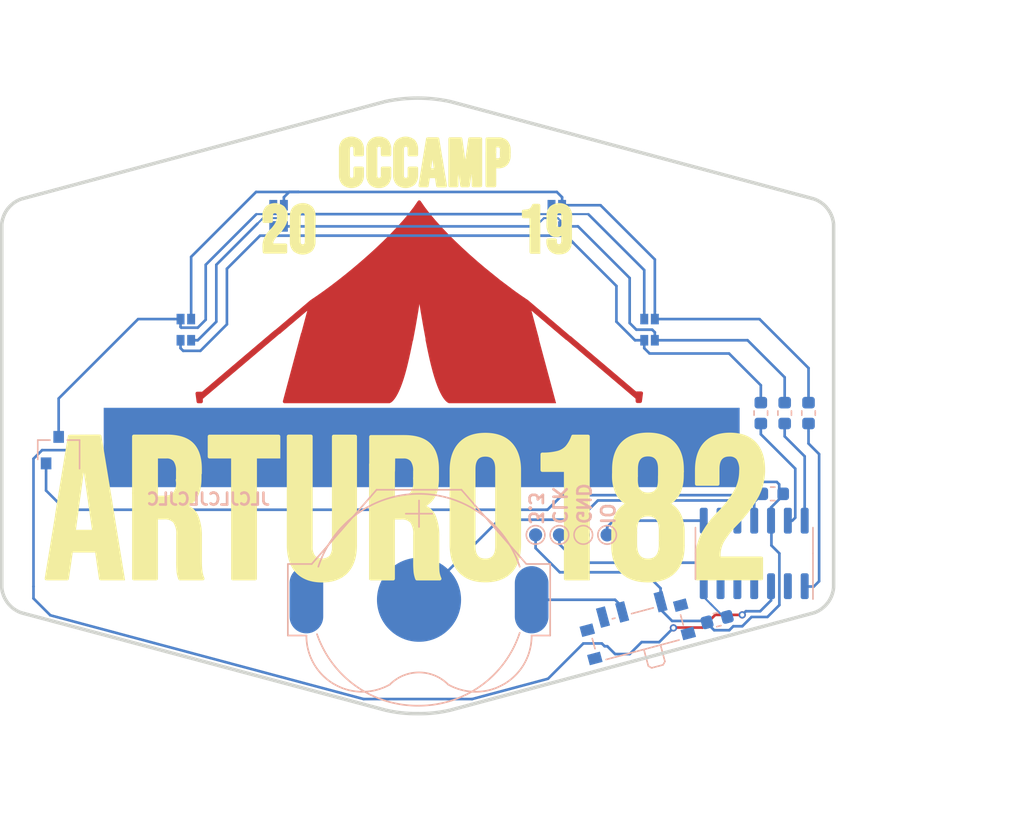
<source format=kicad_pcb>
(kicad_pcb (version 20171130) (host pcbnew "(5.1.2)-2")
  (layers (0 F.Cu signal) (31 B.Cu signal) (34 B.Paste user) (35 F.Paste user hide) (36 B.SilkS user) (37 F.SilkS user hide) (38 B.Mask user) (39 F.Mask user hide) (44 Edge.Cuts user))
  (net 0 "")
  (net 1 GND)
  (net 2 /SWDIO)
  (net 3 /SWCLK)
  (net 4 VDD)
  (net 5 "Net-(D1-Pad2)")
  (net 6 "Net-(D1-Pad3)")
  (net 7 "Net-(D1-Pad1)")
  (net 8 "Net-(D1-Pad4)")
  (net 9 /ANODE1)
  (net 10 /BLUE1)
  (net 11 /GREEN1)
  (net 12 /RED1)
  (net 13 "Net-(SW1-Pad3)")
  (net 14 +BATT)
  (net 15 "Net-(U1-Pad10)")
  (net 16 "Net-(U1-Pad9)")
  (net 17 "Net-(U1-Pad6)")
  (net 18 "Net-(U1-Pad5)")
  (net 19 "Net-(U1-Pad4)")
  (net 20 "Net-(U1-Pad2)")
  (module TestPoint:TestPoint_Pad_D1.0mm (layer B.Cu) (at 156.5 104.5 180)
    (fp_text reference TP2 hide)
    (fp_text value TP_GND)
    (pad 1 smd circle (at 0 0 180) (size 1 1) (layers B.Cu B.Mask) (net 1 GND))
  )
  (module Battery_Extra:CR1632 (layer B.Cu) (at 144.1 109.4 180)
    (fp_text reference BT1 hide)
    (fp_text value Battery_Cell hide)
    (pad 2 smd circle (at 0 0 180) (size 6.35 6.35) (layers B.Cu B.Paste B.Mask) (net 1 GND))
    (pad 1 smd oval (at 8.5 0 90) (size 5.08 2.54) (layers B.Cu B.Paste B.Mask) (net 14 +BATT))
    (pad 1 smd oval (at -8.5 0 90) (size 5.08 2.54) (layers B.Cu B.Paste B.Mask) (net 14 +BATT))
  )
  (module Socket_Extra:Safety_Pin_45mm (layer B.Cu) (at 144.3 97.9)
    (fp_text reference REF** hide)
    (fp_text value Safety_Pin_45mm hide)
    (pad "" smd rect (at 0 0) (size 48 6) (layers B.Cu B.Paste B.Mask))
  )
  (module LED_SMD_Extra:LED_RGBA_0606_UpsideDown (layer B.Cu) (at 133.5 80.4 90)
    (fp_text reference D5 hide)
    (fp_text value LED_RGBA)
    (pad 2 smd rect (at -0.8 0.4 270) (size 0.8 0.6) (layers B.Cu B.Paste B.Mask) (net 5 "Net-(D1-Pad2)"))
    (pad 3 smd rect (at 0.8 0.4 270) (size 0.8 0.6) (layers B.Cu B.Paste B.Mask) (net 6 "Net-(D1-Pad3)"))
    (pad 1 smd rect (at -0.8 -0.4 270) (size 0.8 0.6) (layers B.Cu B.Paste B.Mask) (net 7 "Net-(D1-Pad1)"))
    (pad 4 smd rect (at 0.8 -0.4 270) (size 0.8 0.6) (layers B.Cu B.Paste B.Mask) (net 8 "Net-(D1-Pad4)"))
  )
  (module LED_SMD_Extra:LED_RGBA_0606_UpsideDown (layer B.Cu) (at 126.5 89 90)
    (fp_text reference D4 hide)
    (fp_text value LED_RGBA)
    (pad 2 smd rect (at -0.8 0.4 270) (size 0.8 0.6) (layers B.Cu B.Paste B.Mask) (net 5 "Net-(D1-Pad2)"))
    (pad 3 smd rect (at 0.8 0.4 270) (size 0.8 0.6) (layers B.Cu B.Paste B.Mask) (net 6 "Net-(D1-Pad3)"))
    (pad 1 smd rect (at -0.8 -0.4 270) (size 0.8 0.6) (layers B.Cu B.Paste B.Mask) (net 7 "Net-(D1-Pad1)"))
    (pad 4 smd rect (at 0.8 -0.4 270) (size 0.8 0.6) (layers B.Cu B.Paste B.Mask) (net 8 "Net-(D1-Pad4)"))
  )
  (module LED_SMD_Extra:LED_RGBA_0606_UpsideDown (layer B.Cu) (at 161.5 89 90)
    (fp_text reference D2 hide)
    (fp_text value LED_RGBA)
    (pad 4 smd rect (at 0.8 -0.4 270) (size 0.8 0.6) (layers B.Cu B.Paste B.Mask) (net 8 "Net-(D1-Pad4)"))
    (pad 1 smd rect (at -0.8 -0.4 270) (size 0.8 0.6) (layers B.Cu B.Paste B.Mask) (net 7 "Net-(D1-Pad1)"))
    (pad 3 smd rect (at 0.8 0.4 270) (size 0.8 0.6) (layers B.Cu B.Paste B.Mask) (net 6 "Net-(D1-Pad3)"))
    (pad 2 smd rect (at -0.8 0.4 270) (size 0.8 0.6) (layers B.Cu B.Paste B.Mask) (net 5 "Net-(D1-Pad2)"))
  )
  (module LED_SMD_Extra:LED_RGBA_0606_UpsideDown (layer B.Cu) (at 154.5 80.4 90)
    (fp_text reference D1 hide)
    (fp_text value LED_RGBA)
    (pad 4 smd rect (at 0.8 -0.4 270) (size 0.8 0.6) (layers B.Cu B.Paste B.Mask) (net 8 "Net-(D1-Pad4)"))
    (pad 1 smd rect (at -0.8 -0.4 270) (size 0.8 0.6) (layers B.Cu B.Paste B.Mask) (net 7 "Net-(D1-Pad1)"))
    (pad 3 smd rect (at 0.8 0.4 270) (size 0.8 0.6) (layers B.Cu B.Paste B.Mask) (net 6 "Net-(D1-Pad3)"))
    (pad 2 smd rect (at -0.8 0.4 270) (size 0.8 0.6) (layers B.Cu B.Paste B.Mask) (net 5 "Net-(D1-Pad2)"))
  )
  (module TestPoint:TestPoint_Pad_D1.0mm (layer B.Cu) (at 152.9 104.5 180)
    (fp_text reference TP4 hide)
    (fp_text value TP_VDD)
    (pad 1 smd circle (at 0 0 180) (size 1 1) (layers B.Cu B.Mask) (net 4 VDD))
  )
  (module TestPoint:TestPoint_Pad_D1.0mm (layer B.Cu) (at 154.7 104.5 180)
    (fp_text reference TP3 hide)
    (fp_text value TP_SWCLK)
    (pad 1 smd circle (at 0 0 180) (size 1 1) (layers B.Cu B.Mask) (net 3 /SWCLK))
  )
  (module TestPoint:TestPoint_Pad_D1.0mm (layer B.Cu) (at 158.3 104.5 180)
    (fp_text reference TP1 hide)
    (fp_text value TP_SWDIO)
    (pad 1 smd circle (at 0 0 180) (size 1 1) (layers B.Cu B.Mask) (net 2 /SWDIO))
  )
  (module Button_Switch_SMD:SW_SPDT_PCM12 (layer B.Cu) (at 160.528 111.506 195)
    (fp_text reference SW1 hide)
    (fp_text value SW_SPDT)
    (pad "" smd rect (at -3.65 0.78 195) (size 1 0.8) (layers B.Cu B.Paste B.Mask))
    (pad "" smd rect (at 3.65 0.78 195) (size 1 0.8) (layers B.Cu B.Paste B.Mask))
    (pad "" smd rect (at 3.65 -1.43 195) (size 1 0.8) (layers B.Cu B.Paste B.Mask))
    (pad "" smd rect (at -3.65 -1.43 195) (size 1 0.8) (layers B.Cu B.Paste B.Mask))
    (pad 3 smd rect (at 2.25 1.43 195) (size 0.7 1.5) (layers B.Cu B.Paste B.Mask) (net 13 "Net-(SW1-Pad3)"))
    (pad 2 smd rect (at 0.75 1.43 195) (size 0.7 1.5) (layers B.Cu B.Paste B.Mask) (net 14 +BATT))
    (pad 1 smd rect (at -2.25 1.43 195) (size 0.7 1.5) (layers B.Cu B.Paste B.Mask) (net 4 VDD))
    (pad "" np_thru_hole circle (at 1.5 -0.33 195) (size 0.9 0.9) (drill 0.9) (layers *.Cu *.Mask))
    (pad "" np_thru_hole circle (at -1.5 -0.33 195) (size 0.9 0.9) (drill 0.9) (layers *.Cu *.Mask))
  )
  (module Resistor_SMD:R_0603_1608Metric (layer B.Cu) (at 166.6 110.9 15)
    (fp_text reference R7 hide)
    (fp_text value 1K)
    (pad 2 smd roundrect (at 0.7875 0 15) (size 0.875 0.95) (layers B.Cu B.Paste B.Mask) (net 3 /SWCLK))
    (pad 1 smd roundrect (at -0.7875 0 15) (size 0.875 0.95) (layers B.Cu B.Paste B.Mask) (net 4 VDD))
  )
  (module Resistor_SMD:R_0603_1608Metric (layer B.Cu) (at 169.9 95.3 90)
    (fp_text reference R3 hide)
    (fp_text value TBD)
    (pad 2 smd roundrect (at 0.7875 0 90) (size 0.875 0.95) (layers B.Cu B.Paste B.Mask) (net 7 "Net-(D1-Pad1)"))
    (pad 1 smd roundrect (at -0.7875 0 90) (size 0.875 0.95) (layers B.Cu B.Paste B.Mask) (net 12 /RED1))
  )
  (module Resistor_SMD:R_0603_1608Metric (layer B.Cu) (at 171.7 95.3 90)
    (fp_text reference R2 hide)
    (fp_text value TBD)
    (pad 2 smd roundrect (at 0.7875 0 90) (size 0.875 0.95) (layers B.Cu B.Paste B.Mask) (net 5 "Net-(D1-Pad2)"))
    (pad 1 smd roundrect (at -0.7875 0 90) (size 0.875 0.95) (layers B.Cu B.Paste B.Mask) (net 11 /GREEN1))
  )
  (module Resistor_SMD:R_0603_1608Metric (layer B.Cu) (at 173.5 95.3 90)
    (fp_text reference R1 hide)
    (fp_text value TBD)
    (pad 2 smd roundrect (at 0.7875 0 90) (size 0.875 0.95) (layers B.Cu B.Paste B.Mask) (net 6 "Net-(D1-Pad3)"))
    (pad 1 smd roundrect (at -0.7875 0 90) (size 0.875 0.95) (layers B.Cu B.Paste B.Mask) (net 10 /BLUE1))
  )
  (module Capacitor_SMD:C_0603_1608Metric (layer B.Cu) (at 170.8 101.4 180)
    (fp_text reference C1 hide)
    (fp_text value 0.1uF)
    (pad 2 smd roundrect (at 0.7875 0 180) (size 0.875 0.95) (layers B.Cu B.Paste B.Mask) (net 1 GND))
    (pad 1 smd roundrect (at -0.7875 0 180) (size 0.875 0.95) (layers B.Cu B.Paste B.Mask) (net 4 VDD))
  )
  (module Package_SO:SOIC-14_3.9x8.7mm_P1.27mm (layer B.Cu) (at 169.4 105.9 90)
    (fp_text reference U1 hide)
    (fp_text value ATSAMD09C13A)
    (pad 14 smd roundrect (at 2.475 3.81 90) (size 1.95 0.6) (layers B.Cu B.Paste B.Mask) (net 11 /GREEN1))
    (pad 13 smd roundrect (at 2.475 2.54 90) (size 1.95 0.6) (layers B.Cu B.Paste B.Mask) (net 12 /RED1))
    (pad 12 smd roundrect (at 2.475 1.27 90) (size 1.95 0.6) (layers B.Cu B.Paste B.Mask) (net 4 VDD))
    (pad 11 smd roundrect (at 2.475 0 90) (size 1.95 0.6) (layers B.Cu B.Paste B.Mask) (net 1 GND))
    (pad 10 smd roundrect (at 2.475 -1.27 90) (size 1.95 0.6) (layers B.Cu B.Paste B.Mask) (net 15 "Net-(U1-Pad10)"))
    (pad 9 smd roundrect (at 2.475 -2.54 90) (size 1.95 0.6) (layers B.Cu B.Paste B.Mask) (net 16 "Net-(U1-Pad9)"))
    (pad 8 smd roundrect (at 2.475 -3.81 90) (size 1.95 0.6) (layers B.Cu B.Paste B.Mask) (net 2 /SWDIO))
    (pad 7 smd roundrect (at -2.475 -3.81 90) (size 1.95 0.6) (layers B.Cu B.Paste B.Mask) (net 3 /SWCLK))
    (pad 6 smd roundrect (at -2.475 -2.54 90) (size 1.95 0.6) (layers B.Cu B.Paste B.Mask) (net 17 "Net-(U1-Pad6)"))
    (pad 5 smd roundrect (at -2.475 -1.27 90) (size 1.95 0.6) (layers B.Cu B.Paste B.Mask) (net 18 "Net-(U1-Pad5)"))
    (pad 4 smd roundrect (at -2.475 0 90) (size 1.95 0.6) (layers B.Cu B.Paste B.Mask) (net 19 "Net-(U1-Pad4)"))
    (pad 3 smd roundrect (at -2.475 1.27 90) (size 1.95 0.6) (layers B.Cu B.Paste B.Mask) (net 9 /ANODE1))
    (pad 2 smd roundrect (at -2.475 2.54 90) (size 1.95 0.6) (layers B.Cu B.Paste B.Mask) (net 20 "Net-(U1-Pad2)"))
    (pad 1 smd roundrect (at -2.475 3.81 90) (size 1.95 0.6) (layers B.Cu B.Paste B.Mask) (net 10 /BLUE1))
  )
  (module Package_TO_SOT_SMD:SOT-23 (layer B.Cu) (at 116.9 98.1 90)
    (fp_text reference Q1 hide)
    (fp_text value BSS84)
    (pad 3 smd rect (at 1 0 90) (size 0.9 0.8) (layers B.Cu B.Paste B.Mask) (net 8 "Net-(D1-Pad4)"))
    (pad 2 smd rect (at -1 -0.95 90) (size 0.9 0.8) (layers B.Cu B.Paste B.Mask) (net 4 VDD))
    (pad 1 smd rect (at -1 0.95 90) (size 0.9 0.8) (layers B.Cu B.Paste B.Mask) (net 9 /ANODE1))
  )
  (gr_text JLCJLCJLCJLC (at 128.2 101.8) (layer B.SilkS) (effects (font (size 0.9 0.9) (thickness 0.2)) (justify mirror)))
  (gr_text IO (at 158.3 103.8 270) (layer B.SilkS) (effects (font (size 1 1) (thickness 0.2)) (justify left mirror)))
  (gr_text GND (at 156.5 103.8 270) (layer B.SilkS) (effects (font (size 1 1) (thickness 0.2)) (justify left mirror)))
  (gr_text CLK (at 154.7 103.8 270) (layer B.SilkS) (effects (font (size 1 1) (thickness 0.2)) (justify left mirror)))
  (gr_text 3.3 (at 152.9 103.8 270) (layer B.SilkS) (effects (font (size 1 1) (thickness 0.2)) (justify left mirror)))
  (gr_poly (pts (xy 210.719792 122.971334) (xy 210.719792 126.130457) (xy 210.723085 126.183444) (xy 210.723988 126.236335) (xy 210.722522 126.289055) (xy 210.718708 126.341526) (xy 210.712567 126.393674) (xy 210.704121 126.445422) (xy 210.693391 126.496695) (xy 210.680398 126.547416) (xy 210.665163 126.597509) (xy 210.647708 126.646899) (xy 210.628054 126.695509) (xy 210.606223 126.743263) (xy 210.582234 126.790086) (xy 210.556111 126.835902) (xy 210.527873 126.880634) (xy 210.497543 126.924206) (xy 210.465425 126.955057) (xy 210.431865 126.98398) (xy 210.396951 127.010942) (xy 210.360771 127.035907) (xy 210.323412 127.058844) (xy 210.284963 127.079719) (xy 210.245512 127.098497) (xy 210.205147 127.115145) (xy 210.163956 127.12963) (xy 210.122028 127.141918) (xy 210.07945 127.151975) (xy 210.03631 127.159768) (xy 209.992697 127.165262) (xy 209.948698 127.168426) (xy 209.904402 127.169224) (xy 209.859896 127.167623) (xy 209 127.167623) (xy 209 122.93429) (xy 208.57737 122.934786) (xy 208.154988 122.938259) (xy 207.733101 122.947685) (xy 207.522422 122.955561) (xy 207.31196 122.966041) (xy 207.31196 128.7075) (xy 209.891647 128.7075) (xy 210.046294 128.704865) (xy 210.196041 128.696958) (xy 210.34089 128.68378) (xy 210.480841 128.665332) (xy 210.615892 128.641612) (xy 210.746044 128.612622) (xy 210.871297 128.57836) (xy 210.991652 128.538828) (xy 211.107107 128.494024) (xy 211.217664 128.443949) (xy 211.323322 128.388604) (xy 211.42408 128.327987) (xy 211.51994 128.2621) (xy 211.610901 128.190941) (xy 211.696963 128.114512) (xy 211.778125 128.032812) (xy 211.854379 127.946016) (xy 211.925713 127.854301) (xy 211.992127 127.757666) (xy 212.053622 127.656112) (xy 212.110197 127.549638) (xy 212.161853 127.438244) (xy 212.208589 127.321931) (xy 212.250406 127.200698) (xy 212.287303 127.074546) (xy 212.31928 126.943474) (xy 212.346338 126.807482) (xy 212.368476 126.666571) (xy 212.385695 126.52074) (xy 212.397994 126.369989) (xy 212.405373 126.214319) (xy 212.407833 126.05373) (xy 212.407833 123.063937) (xy 211.988923 123.035701) (xy 211.566789 123.01069) (xy 211.143166 122.989152) (xy 210.719792 122.971334)) (layer F.SilkS) (width 0.264583))
  (gr_poly (pts (xy 231.449897 121.672228) (xy 231.449897 126.130457) (xy 231.45319 126.183444) (xy 231.454093 126.236335) (xy 231.452627 126.289055) (xy 231.448813 126.341526) (xy 231.442672 126.393674) (xy 231.434226 126.445422) (xy 231.423495 126.496695) (xy 231.410502 126.547416) (xy 231.395267 126.597509) (xy 231.377812 126.646899) (xy 231.358158 126.695509) (xy 231.336326 126.743263) (xy 231.312338 126.790086) (xy 231.286214 126.835902) (xy 231.257977 126.880634) (xy 231.227647 126.924206) (xy 231.195685 126.954983) (xy 231.162283 126.983842) (xy 231.12753 127.010749) (xy 231.091514 127.03567) (xy 231.054322 127.058572) (xy 231.016041 127.079421) (xy 230.976759 127.098184) (xy 230.936564 127.114827) (xy 230.895544 127.129317) (xy 230.853786 127.141619) (xy 230.811377 127.151701) (xy 230.768406 127.159528) (xy 230.72496 127.165068) (xy 230.681127 127.168286) (xy 230.636994 127.169149) (xy 230.592649 127.167623) (xy 229.732753 127.167623) (xy 229.732753 122.188167) (xy 229.523776 122.240901) (xy 229.31417 122.290957) (xy 229.103959 122.33833) (xy 228.89317 122.383014) (xy 228.681828 122.425005) (xy 228.469957 122.464298) (xy 228.257584 122.500887) (xy 228.044734 122.534766) (xy 228.044707 128.704856) (xy 230.621749 128.704856) (xy 230.776716 128.70222) (xy 230.926763 128.694313) (xy 231.071891 128.681136) (xy 231.2121 128.662687) (xy 231.347388 128.638968) (xy 231.477758 128.609977) (xy 231.603207 128.575716) (xy 231.723738 128.536183) (xy 231.839348 128.491379) (xy 231.950039 128.441305) (xy 232.055811 128.385959) (xy 232.156663 128.325343) (xy 232.252595 128.259455) (xy 232.343608 128.188297) (xy 232.429701 128.111868) (xy 232.510875 128.030167) (xy 232.587118 127.943372) (xy 232.658421 127.851656) (xy 232.724784 127.755022) (xy 232.786207 127.653467) (xy 232.842689 127.546993) (xy 232.894231 127.4356) (xy 232.940832 127.319286) (xy 232.982494 127.198054) (xy 233.019215 127.071901) (xy 233.050995 126.940829) (xy 233.077836 126.804838) (xy 233.099736 126.663926) (xy 233.116696 126.518095) (xy 233.128716 126.367345) (xy 233.135796 126.211675) (xy 233.137935 126.051085) (xy 233.137935 121.082209) (xy 232.719771 121.231698) (xy 232.298877 121.379203) (xy 231.449897 121.672228)) (layer F.SilkS) (width 0.264583))
  (gr_poly (pts (xy 229.732749 119.5) (xy 230.592645 119.5) (xy 230.637096 119.498419) (xy 230.681331 119.499262) (xy 230.725261 119.502494) (xy 230.768794 119.50808) (xy 230.811842 119.515986) (xy 230.854315 119.526175) (xy 230.896123 119.538615) (xy 230.937176 119.553269) (xy 230.977384 119.570103) (xy 231.016657 119.589083) (xy 231.054906 119.610172) (xy 231.092041 119.633338) (xy 231.127972 119.658544) (xy 231.162609 119.685757) (xy 231.195863 119.71494) (xy 231.227643 119.74606) (xy 231.257973 119.789633) (xy 231.286211 119.834365) (xy 231.312334 119.880181) (xy 231.336323 119.927004) (xy 231.358154 119.974759) (xy 231.377808 120.023369) (xy 231.395264 120.072759) (xy 231.410498 120.122852) (xy 231.423491 120.173573) (xy 231.434222 120.224845) (xy 231.442668 120.276594) (xy 231.448809 120.328742) (xy 231.452623 120.381213) (xy 231.454089 120.433933) (xy 231.453187 120.486825) (xy 231.449893 120.539812) (xy 231.449893 121.666937) (xy 231.875499 121.523773) (xy 232.298874 121.376888) (xy 233.137935 121.076916) (xy 233.137935 120.616542) (xy 233.135485 120.455952) (xy 233.128137 120.300282) (xy 233.11589 120.149531) (xy 233.098744 120.0037) (xy 233.076699 119.862789) (xy 233.049755 119.726797) (xy 233.017912 119.595725) (xy 232.98117 119.469573) (xy 232.93953 119.34834) (xy 232.89299 119.232026) (xy 232.841552 119.120633) (xy 232.785214 119.014159) (xy 232.723978 118.912604) (xy 232.657842 118.815969) (xy 232.586808 118.724253) (xy 232.510875 118.637457) (xy 232.430011 118.555746) (xy 232.344187 118.479286) (xy 232.253402 118.408075) (xy 232.157656 118.342116) (xy 232.056949 118.281406) (xy 231.951281 118.225947) (xy 231.840652 118.175738) (xy 231.725062 118.13078) (xy 231.604512 118.091071) (xy 231.479 118.056614) (xy 231.348527 118.027406) (xy 231.213094 118.003449) (xy 231.072699 117.984743) (xy 230.927343 117.971286) (xy 230.777027 117.963081) (xy 230.621749 117.960126) (xy 228.044707 117.960126) (xy 228.044707 122.534771) (xy 228.257575 122.500563) (xy 228.469961 122.463645) (xy 228.681839 122.424023) (xy 228.893186 122.381701) (xy 229.103975 122.336684) (xy 229.314182 122.288978) (xy 229.52378 122.238589) (xy 229.732745 122.185521) (xy 229.732749 119.5)) (layer F.SilkS) (width 0.264583))
  (gr_poly (pts (xy 218.79223 117.965418) (xy 220.493501 117.965418) (xy 221.599457 126.299794) (xy 221.641791 126.299794) (xy 222.745103 117.96542) (xy 224.287624 117.96542) (xy 222.660439 128.707504) (xy 220.419418 128.707504) (xy 218.79223 117.965418)) (layer F.SilkS) (width 0.264583))
  (gr_poly (pts (xy 225.097249 117.965418) (xy 226.785291 117.965418) (xy 226.785291 128.7075) (xy 225.097249 128.7075) (xy 225.097249 117.965418)) (layer F.SilkS) (width 0.264583))
  (gr_poly (pts (xy 215.87652 119.838666) (xy 215.905625 119.838666) (xy 216.413624 123.426415) (xy 217.220603 123.515713) (xy 218.022291 123.608978) (xy 217.104187 117.965416) (xy 214.818187 117.965416) (xy 213.968875 123.182999) (xy 214.682919 123.248484) (xy 215.394979 123.317937) (xy 215.87652 119.838666)) (layer F.SilkS) (width 0.264583))
  (gr_poly (pts (xy 218.022291 123.608978) (xy 217.223249 123.515713) (xy 216.413624 123.426415) (xy 216.659686 125.148851) (xy 215.138333 125.148851) (xy 215.402916 123.317935) (xy 214.690856 123.248482) (xy 213.976812 123.182997) (xy 213.077228 128.707496) (xy 214.643561 128.707496) (xy 214.950479 126.606703) (xy 216.868708 126.606703) (xy 216.868708 126.574955) (xy 217.175625 128.707496) (xy 218.863666 128.707496) (xy 218.022291 123.608978)) (layer F.SilkS) (width 0.264583))
  (gr_poly (pts (xy 209 119.5) (xy 209.859896 119.5) (xy 209.904508 119.498344) (xy 209.948906 119.499122) (xy 209.993001 119.502298) (xy 210.036702 119.50784) (xy 210.079919 119.51571) (xy 210.122562 119.525875) (xy 210.164539 119.5383) (xy 210.205763 119.552949) (xy 210.246141 119.569789) (xy 210.285583 119.588784) (xy 210.324 119.609899) (xy 210.361302 119.633099) (xy 210.397397 119.658351) (xy 210.432196 119.685618) (xy 210.465608 119.714866) (xy 210.497543 119.74606) (xy 210.527873 119.789633) (xy 210.556111 119.834365) (xy 210.582234 119.880181) (xy 210.606223 119.927004) (xy 210.628054 119.974759) (xy 210.647708 120.023369) (xy 210.665163 120.072759) (xy 210.680398 120.122852) (xy 210.693391 120.173573) (xy 210.704121 120.224845) (xy 210.712567 120.276594) (xy 210.718708 120.328742) (xy 210.722522 120.381213) (xy 210.723988 120.433933) (xy 210.723085 120.486825) (xy 210.719792 120.539812) (xy 210.719792 122.966041) (xy 211.14205 122.983818) (xy 211.563812 123.005066) (xy 211.985575 123.029292) (xy 212.407833 123.055998) (xy 212.407833 120.616539) (xy 212.405373 120.45595) (xy 212.397994 120.30028) (xy 212.385695 120.149529) (xy 212.368476 120.003698) (xy 212.346338 119.862787) (xy 212.31928 119.726795) (xy 212.287303 119.595723) (xy 212.250406 119.469571) (xy 212.208589 119.348338) (xy 212.161853 119.232024) (xy 212.110197 119.120631) (xy 212.053622 119.014156) (xy 211.992127 118.912602) (xy 211.925713 118.815967) (xy 211.854379 118.724251) (xy 211.778125 118.637455) (xy 211.696963 118.555744) (xy 211.610901 118.479284) (xy 211.51994 118.408073) (xy 211.42408 118.342114) (xy 211.323322 118.281404) (xy 211.217664 118.225945) (xy 211.107107 118.175736) (xy 210.991652 118.130778) (xy 210.871297 118.091069) (xy 210.746044 118.056612) (xy 210.615892 118.027404) (xy 210.480841 118.003447) (xy 210.34089 117.984741) (xy 210.196041 117.971284) (xy 210.046294 117.963079) (xy 209.891647 117.960124) (xy 207.311958 117.960124) (xy 207.311958 122.960748) (xy 207.7331 122.945741) (xy 208.154986 122.935943) (xy 208.577368 122.93061) (xy 208.999998 122.928997) (xy 209 119.5)) (layer F.SilkS) (width 0.264583))
  (gr_poly (pts (xy 160.491293 99.515002) (xy 160.494796 99.385213) (xy 160.505298 99.263741) (xy 160.522791 99.150594) (xy 160.534158 99.097145) (xy 160.547269 99.04578) (xy 160.562125 98.996501) (xy 160.578724 98.949307) (xy 160.597064 98.9042) (xy 160.617146 98.861182) (xy 160.638969 98.820252) (xy 160.66253 98.781413) (xy 160.68783 98.744664) (xy 160.714867 98.710008) (xy 160.74364 98.677444) (xy 160.774148 98.646974) (xy 160.806391 98.618599) (xy 160.840368 98.59232) (xy 160.876077 98.568137) (xy 160.913517 98.546053) (xy 160.952688 98.526067) (xy 160.993588 98.50818) (xy 161.036217 98.492395) (xy 161.080573 98.478711) (xy 161.126656 98.467129) (xy 161.174465 98.457651) (xy 161.223998 98.450278) (xy 161.275255 98.44501) (xy 161.328235 98.441848) (xy 161.382937 98.440794) (xy 161.437631 98.441848) (xy 161.490589 98.44501) (xy 161.54181 98.450278) (xy 161.591295 98.457651) (xy 161.639044 98.467129) (xy 161.685056 98.478711) (xy 161.729333 98.492395) (xy 161.771873 98.50818) (xy 161.812676 98.526067) (xy 161.851744 98.546053) (xy 161.889075 98.568137) (xy 161.924669 98.59232) (xy 161.958528 98.618599) (xy 161.99065 98.646974) (xy 162.021036 98.677444) (xy 162.049685 98.710008) (xy 162.076599 98.744664) (xy 162.101775 98.781413) (xy 162.125216 98.820252) (xy 162.14692 98.861182) (xy 162.166888 98.9042) (xy 162.18512 98.949307) (xy 162.201615 98.996501) (xy 162.216374 99.04578) (xy 162.229396 99.097145) (xy 162.240683 99.150594) (xy 162.250232 99.206126) (xy 162.258046 99.263741) (xy 162.264123 99.323437) (xy 162.268464 99.385213) (xy 162.271069 99.449068) (xy 162.271937 99.515002) (xy 162.271937 100.070626) (xy 162.487563 100.051478) (xy 162.702233 100.025061) (xy 162.915764 99.991416) (xy 163.127975 99.950579) (xy 163.338683 99.90259) (xy 163.547707 99.847486) (xy 163.754865 99.785306) (xy 163.959975 99.716088) (xy 163.959982 99.562627) (xy 163.957378 99.403783) (xy 163.949564 99.249705) (xy 163.936542 99.100388) (xy 163.91831 98.955821) (xy 163.89487 98.815999) (xy 163.86622 98.680913) (xy 163.832361 98.550555) (xy 163.793294 98.424918) (xy 163.749017 98.303994) (xy 163.699532 98.187775) (xy 163.644837 98.076254) (xy 163.584934 97.969422) (xy 163.519821 97.867272) (xy 163.4495 97.769796) (xy 163.37397 97.676986) (xy 163.29323 97.588836) (xy 163.207623 97.505738) (xy 163.117493 97.428086) (xy 163.022844 97.355868) (xy 162.92368 97.289071) (xy 162.820005 97.227686) (xy 162.711822 97.171699) (xy 162.599136 97.121099) (xy 162.48195 97.075875) (xy 162.360268 97.036015) (xy 162.234095 97.001507) (xy 162.103433 96.97234) (xy 161.968287 96.948502) (xy 161.82866 96.929982) (xy 161.684557 96.916768) (xy 161.535981 96.908849) (xy 161.382937 96.906211) (xy 161.229892 96.908877) (xy 161.081316 96.916876) (xy 160.937213 96.930209) (xy 160.797587 96.948874) (xy 160.662441 96.972873) (xy 160.531779 97.002204) (xy 160.405606 97.036869) (xy 160.283924 97.076866) (xy 160.166738 97.122197) (xy 160.054052 97.172861) (xy 159.94587 97.228857) (xy 159.842195 97.290187) (xy 159.743031 97.35685) (xy 159.648383 97.428845) (xy 159.558254 97.506174) (xy 159.472647 97.588836) (xy 159.391877 97.676551) (xy 159.316263 97.769036) (xy 159.245811 97.86629) (xy 159.180529 97.968306) (xy 159.120425 98.075082) (xy 159.065508 98.186613) (xy 159.015783 98.302896) (xy 158.97126 98.423927) (xy 158.931947 98.549701) (xy 158.897849 98.680216) (xy 158.868977 98.815467) (xy 158.845336 98.95545) (xy 158.826936 99.100161) (xy 158.813783 99.249597) (xy 158.805886 99.403754) (xy 158.803252 99.562627) (xy 158.803252 99.914523) (xy 159.648262 99.987945) (xy 160.070149 100.024656) (xy 160.491293 100.057398) (xy 160.491293 99.515002)) (layer F.SilkS) (width 0.264583))
  (gr_poly (pts (xy 149.982043 102.835523) (xy 149.982043 105.364939) (xy 149.978602 105.493242) (xy 149.968286 105.613239) (xy 149.951103 105.724934) (xy 149.939938 105.77767) (xy 149.927059 105.828332) (xy 149.912467 105.87692) (xy 149.896163 105.923435) (xy 149.878148 105.967878) (xy 149.858423 106.010248) (xy 149.836988 106.050547) (xy 149.813845 106.088775) (xy 149.788995 106.124932) (xy 149.762439 106.159019) (xy 149.734177 106.191037) (xy 149.704211 106.220985) (xy 149.672542 106.248865) (xy 149.63917 106.274677) (xy 149.604097 106.29842) (xy 149.567323 106.320097) (xy 149.52885 106.339707) (xy 149.488678 106.35725) (xy 149.446809 106.372728) (xy 149.403243 106.386141) (xy 149.357981 106.397488) (xy 149.311025 106.406772) (xy 149.262375 106.413992) (xy 149.212032 106.419148) (xy 149.159997 106.422241) (xy 149.106272 106.423272) (xy 149.052547 106.422241) (xy 149.000513 106.419148) (xy 148.95017 106.413992) (xy 148.90152 106.406772) (xy 148.854564 106.397488) (xy 148.809303 106.386141) (xy 148.765737 106.372728) (xy 148.723868 106.35725) (xy 148.683696 106.339707) (xy 148.645223 106.320097) (xy 148.608449 106.29842) (xy 148.573376 106.274677) (xy 148.540004 106.248865) (xy 148.508334 106.220985) (xy 148.478368 106.191037) (xy 148.450106 106.159019) (xy 148.42355 106.124932) (xy 148.3987 106.088775) (xy 148.375557 106.050547) (xy 148.354122 106.010248) (xy 148.334397 105.967878) (xy 148.316382 105.923435) (xy 148.300078 105.87692) (xy 148.285486 105.828332) (xy 148.272607 105.77767) (xy 148.261442 105.724934) (xy 148.251992 105.670124) (xy 148.244258 105.613239) (xy 148.238241 105.554278) (xy 148.233942 105.493242) (xy 148.231362 105.430129) (xy 148.230502 105.364939) (xy 148.230502 102.160835) (xy 147.806756 101.979926) (xy 147.384498 101.795049) (xy 146.54246 101.417357) (xy 146.54246 105.253815) (xy 146.545034 105.412316) (xy 146.552759 105.566344) (xy 146.565639 105.715892) (xy 146.583677 105.860951) (xy 146.606878 106.001515) (xy 146.635245 106.137575) (xy 146.668782 106.269123) (xy 146.707494 106.396153) (xy 146.751383 106.518655) (xy 146.800455 106.636623) (xy 146.854712 106.750049) (xy 146.914158 106.858925) (xy 146.978799 106.963242) (xy 147.048636 107.062994) (xy 147.123675 107.158173) (xy 147.203919 107.248771) (xy 147.289 107.334286) (xy 147.378554 107.414229) (xy 147.472588 107.488605) (xy 147.57111 107.557424) (xy 147.674128 107.620693) (xy 147.781649 107.678419) (xy 147.893683 107.730611) (xy 148.010235 107.777277) (xy 148.131314 107.818423) (xy 148.256928 107.854058) (xy 148.387084 107.884189) (xy 148.52179 107.908824) (xy 148.661054 107.927972) (xy 148.804884 107.941639) (xy 148.953288 107.949834) (xy 149.106272 107.952563) (xy 149.259286 107.949805) (xy 149.407769 107.941531) (xy 149.551717 107.927745) (xy 149.691126 107.908452) (xy 149.825993 107.883656) (xy 149.956314 107.85336) (xy 150.082085 107.817569) (xy 150.203302 107.776285) (xy 150.319961 107.729513) (xy 150.432058 107.677257) (xy 150.539589 107.619521) (xy 150.642551 107.556308) (xy 150.74094 107.487623) (xy 150.834751 107.413469) (xy 150.923982 107.333851) (xy 151.008627 107.248771) (xy 151.088435 107.158609) (xy 151.16315 107.063753) (xy 151.232765 106.964224) (xy 151.297271 106.86004) (xy 151.356662 106.75122) (xy 151.410928 106.637785) (xy 151.460063 106.519752) (xy 151.504059 106.397143) (xy 151.542908 106.269976) (xy 151.576602 106.13827) (xy 151.605134 106.002046) (xy 151.628495 105.861321) (xy 151.646679 105.716117) (xy 151.659677 105.566451) (xy 151.667481 105.412344) (xy 151.670084 105.253815) (xy 151.670084 103.311774) (xy 151.45637 103.262239) (xy 151.243372 103.209831) (xy 151.031118 103.154559) (xy 150.819638 103.096431) (xy 150.608962 103.035455) (xy 150.399118 102.971639) (xy 150.190136 102.904993) (xy 149.982046 102.835523) (xy 149.982043 102.835523)) (layer F.SilkS) (width 0.264583))
  (gr_poly (pts (xy 117.724045 97.062315) (xy 116.763608 102.954585) (xy 117.520317 102.763423) (xy 118.277025 102.565647) (xy 118.782379 98.92498) (xy 118.814129 98.92498) (xy 119.290378 102.293127) (xy 120.043118 102.081791) (xy 120.419239 101.974263) (xy 120.795857 101.864501) (xy 120.002107 97.05173) (xy 117.724045 97.062315)) (layer F.SilkS) (width 0.264583))
  (gr_poly (pts (xy 142.168898 98.596897) (xy 142.925606 98.596897) (xy 142.971876 98.59475) (xy 143.017912 98.595292) (xy 143.063611 98.598481) (xy 143.108866 98.604275) (xy 143.153574 98.612631) (xy 143.197628 98.623507) (xy 143.240923 98.636859) (xy 143.283356 98.652646) (xy 143.32482 98.670825) (xy 143.36521 98.691354) (xy 143.404423 98.714189) (xy 143.442351 98.739289) (xy 143.478891 98.766611) (xy 143.513937 98.796111) (xy 143.547385 98.827749) (xy 143.579129 98.861481) (xy 143.60787 98.909139) (xy 143.634573 98.957784) (xy 143.659223 99.007348) (xy 143.681804 99.057767) (xy 143.702299 99.108974) (xy 143.720693 99.160904) (xy 143.736969 99.213491) (xy 143.751111 99.26667) (xy 143.763103 99.320374) (xy 143.772929 99.374538) (xy 143.780573 99.429097) (xy 143.786019 99.483984) (xy 143.789251 99.539133) (xy 143.790253 99.59448) (xy 143.789009 99.649958) (xy 143.785502 99.705502) (xy 143.785502 100.234669) (xy 144.194863 100.403299) (xy 144.601743 100.57565) (xy 145.006638 100.751474) (xy 145.410044 100.930522) (xy 145.425523 100.841366) (xy 145.438854 100.751903) (xy 145.450034 100.662172) (xy 145.45906 100.572212) (xy 145.465927 100.482061) (xy 145.470632 100.391759) (xy 145.473173 100.301344) (xy 145.473545 100.210855) (xy 145.473545 99.549397) (xy 145.47121 99.394884) (xy 145.464202 99.24554) (xy 145.452524 99.101362) (xy 145.436173 98.962353) (xy 145.415151 98.828511) (xy 145.389458 98.699837) (xy 145.359093 98.57633) (xy 145.324056 98.457991) (xy 145.284348 98.34482) (xy 145.239969 98.236816) (xy 145.190918 98.13398) (xy 145.137195 98.036311) (xy 145.0788 97.94381) (xy 145.015734 97.856477) (xy 144.947997 97.774312) (xy 144.875588 97.697314) (xy 144.797919 97.624234) (xy 144.714735 97.555814) (xy 144.62604 97.492059) (xy 144.531837 97.432979) (xy 144.432131 97.37858) (xy 144.326924 97.328871) (xy 144.216222 97.28386) (xy 144.100029 97.243553) (xy 143.978347 97.20796) (xy 143.851181 97.177087) (xy 143.718534 97.150943) (xy 143.580412 97.129534) (xy 143.436816 97.11287) (xy 143.287753 97.100957) (xy 143.133224 97.093804) (xy 142.973235 97.091418) (xy 140.470276 97.091418) (xy 140.470276 99.208084) (xy 140.683845 99.254282) (xy 140.896738 99.303359) (xy 141.108926 99.355308) (xy 141.320381 99.410122) (xy 141.531075 99.467793) (xy 141.740979 99.528313) (xy 141.950066 99.591675) (xy 142.158306 99.657871) (xy 142.168898 98.596897)) (layer F.SilkS) (width 0.264583))
  (gr_poly (pts (xy 126.976525 97.662919) (xy 126.899321 97.589839) (xy 126.816539 97.521418) (xy 126.728185 97.457664) (xy 126.634261 97.398584) (xy 126.534772 97.344185) (xy 126.429721 97.294476) (xy 126.319112 97.249465) (xy 126.202949 97.209158) (xy 126.081236 97.173565) (xy 125.953977 97.142692) (xy 125.821176 97.116548) (xy 125.682836 97.095139) (xy 125.538962 97.078475) (xy 125.389557 97.066562) (xy 125.234625 97.059409) (xy 125.07417 97.057023) (xy 122.573858 97.057023) (xy 122.573858 101.343273) (xy 124.261899 100.837918) (xy 124.261899 98.596897) (xy 125.029191 98.596897) (xy 125.07537 98.594457) (xy 125.121323 98.594752) (xy 125.166941 98.59774) (xy 125.212115 98.603376) (xy 125.256736 98.611616) (xy 125.300697 98.622415) (xy 125.343889 98.63573) (xy 125.386202 98.651517) (xy 125.427529 98.669731) (xy 125.467761 98.690327) (xy 125.506788 98.713263) (xy 125.544503 98.738494) (xy 125.580797 98.765975) (xy 125.615561 98.795663) (xy 125.648687 98.827513) (xy 125.680066 98.861481) (xy 125.70898 98.909084) (xy 125.735858 98.957681) (xy 125.760682 99.007206) (xy 125.783436 99.057593) (xy 125.804103 99.108775) (xy 125.822668 99.160688) (xy 125.839114 99.213265) (xy 125.853425 99.266441) (xy 125.865584 99.32015) (xy 125.875576 99.374326) (xy 125.883383 99.428903) (xy 125.88899 99.483815) (xy 125.89238 99.538997) (xy 125.893537 99.594383) (xy 125.892445 99.649906) (xy 125.889087 99.705502) (xy 125.889087 100.34844) (xy 126.308121 100.217802) (xy 126.729138 100.090471) (xy 127.152141 99.966447) (xy 127.577128 99.845731) (xy 127.577128 99.536169) (xy 127.575092 99.381264) (xy 127.568322 99.231402) (xy 127.556819 99.086584) (xy 127.540582 98.94681) (xy 127.519612 98.812079) (xy 127.493908 98.682392) (xy 127.463471 98.557748) (xy 127.4283 98.438148) (xy 127.388395 98.323592) (xy 127.343757 98.214079) (xy 127.294386 98.10961) (xy 127.240281 98.010185) (xy 127.181442 97.915803) (xy 127.11787 97.826464) (xy 127.049564 97.74217) (xy 126.976525 97.662919)) (layer F.SilkS) (width 0.264583))
  (gr_poly (pts (xy 162.332796 104.920437) (xy 162.332796 105.21148) (xy 162.329105 105.358511) (xy 162.318027 105.496) (xy 162.299554 105.623955) (xy 162.273678 105.742383) (xy 162.257962 105.798027) (xy 162.240392 105.851293) (xy 162.220967 105.90218) (xy 162.199687 105.950691) (xy 162.176551 105.996826) (xy 162.151557 106.040586) (xy 162.124705 106.081972) (xy 162.095993 106.120985) (xy 162.065421 106.157627) (xy 162.032987 106.191897) (xy 161.998692 106.223798) (xy 161.962533 106.253329) (xy 161.92451 106.280492) (xy 161.884622 106.305288) (xy 161.842867 106.327718) (xy 161.799246 106.347783) (xy 161.753756 106.365484) (xy 161.706397 106.380821) (xy 161.657168 106.393796) (xy 161.606069 106.40441) (xy 161.553097 106.412664) (xy 161.498252 106.418558) (xy 161.441534 106.422094) (xy 161.382941 106.423272) (xy 161.32434 106.422094) (xy 161.267599 106.418558) (xy 161.212719 106.412664) (xy 161.159699 106.40441) (xy 161.108539 106.393796) (xy 161.05924 106.380821) (xy 161.011801 106.365484) (xy 160.966223 106.347783) (xy 160.922504 106.327718) (xy 160.880647 106.305288) (xy 160.840649 106.280492) (xy 160.802512 106.253329) (xy 160.766235 106.223798) (xy 160.731819 106.191897) (xy 160.699262 106.157627) (xy 160.668567 106.120985) (xy 160.639731 106.081972) (xy 160.612756 106.040586) (xy 160.587641 105.996826) (xy 160.564387 105.950691) (xy 160.542993 105.90218) (xy 160.523459 105.851293) (xy 160.505786 105.798027) (xy 160.489973 105.742383) (xy 160.47602 105.684359) (xy 160.463928 105.623955) (xy 160.453696 105.561169) (xy 160.445324 105.496) (xy 160.438813 105.428448) (xy 160.434162 105.358511) (xy 160.431371 105.286189) (xy 160.430441 105.21148) (xy 160.430441 104.351585) (xy 160.017236 104.223304) (xy 159.603287 104.097255) (xy 159.188842 103.974679) (xy 158.774149 103.856815) (xy 158.766962 103.918417) (xy 158.760693 103.98011) (xy 158.755342 104.041883) (xy 158.750912 104.103726) (xy 158.747401 104.165628) (xy 158.744812 104.227579) (xy 158.743144 104.289568) (xy 158.7424 104.351585) (xy 158.7424 105.304086) (xy 158.745066 105.463095) (xy 158.753066 105.617328) (xy 158.766398 105.766787) (xy 158.785064 105.911471) (xy 158.809063 106.05138) (xy 158.838394 106.186513) (xy 158.873059 106.316872) (xy 158.913057 106.442456) (xy 158.958388 106.563265) (xy 159.009051 106.679299) (xy 159.065048 106.790559) (xy 159.126378 106.897043) (xy 159.193041 106.998752) (xy 159.265037 107.095687) (xy 159.342366 107.187847) (xy 159.425028 107.275231) (xy 159.512671 107.357583) (xy 159.604944 107.434643) (xy 159.701848 107.506411) (xy 159.803381 107.572887) (xy 159.909545 107.634072) (xy 160.020339 107.689965) (xy 160.135763 107.740567) (xy 160.255818 107.785877) (xy 160.380502 107.825895) (xy 160.509817 107.860622) (xy 160.643762 107.890056) (xy 160.782338 107.9142) (xy 160.925543 107.933051) (xy 161.073379 107.946611) (xy 161.225845 107.95488) (xy 161.382941 107.957856) (xy 161.539717 107.95519) (xy 161.691883 107.94719) (xy 161.83944 107.933858) (xy 161.982387 107.915192) (xy 162.120725 107.891194) (xy 162.254453 107.861862) (xy 162.383572 107.827198) (xy 162.508081 107.7872) (xy 162.627981 107.741869) (xy 162.743271 107.691206) (xy 162.853952 107.635209) (xy 162.960023 107.57388) (xy 163.061485 107.507217) (xy 163.158337 107.435222) (xy 163.25058 107.357893) (xy 163.338213 107.275231) (xy 163.420875 107.187557) (xy 163.498203 107.095191) (xy 163.570199 106.998132) (xy 163.636861 106.896381) (xy 163.698191 106.789938) (xy 163.754187 106.678802) (xy 163.804851 106.562975) (xy 163.850181 106.442455) (xy 163.890179 106.317243) (xy 163.924844 106.187339) (xy 163.954175 106.052742) (xy 163.978174 105.913454) (xy 163.996839 105.769473) (xy 164.010172 105.620801) (xy 164.018172 105.467436) (xy 164.020838 105.309379) (xy 163.810374 105.270745) (xy 163.599693 105.228514) (xy 163.388827 105.183059) (xy 163.177806 105.134752) (xy 162.755424 105.031067) (xy 162.332796 104.920437)) (layer F.SilkS) (width 0.264583))
  (gr_poly (pts (xy 119.565545 104.245753) (xy 118.054775 104.245753) (xy 118.284962 102.576233) (xy 117.9076 102.676939) (xy 117.529577 102.775331) (xy 117.150892 102.871409) (xy 116.771546 102.96517) (xy 115.977796 107.804402) (xy 117.541483 107.804402) (xy 117.8484 105.70361) (xy 119.766629 105.70361) (xy 119.766629 105.671861) (xy 120.073545 107.804402) (xy 121.758941 107.804402) (xy 120.795858 101.875088) (xy 120.41924 101.984849) (xy 120.043118 102.092377) (xy 119.290379 102.303714) (xy 119.565545 104.245753)) (layer F.SilkS) (width 0.264583))
  (gr_poly (pts (xy 128.283566 97.062315) (xy 128.283566 98.596898) (xy 130.048335 98.596898) (xy 130.048335 107.804398) (xy 131.733733 107.804398) (xy 131.733733 98.596898) (xy 133.498503 98.596898) (xy 133.498503 97.062315) (xy 128.283566 97.062315)) (layer F.SilkS) (width 0.264583))
  (gr_poly (pts (xy 125.889087 100.531001) (xy 125.892795 100.590039) (xy 125.89367 100.648947) (xy 125.89174 100.70763) (xy 125.887035 100.765992) (xy 125.879582 100.823938) (xy 125.869411 100.881374) (xy 125.856551 100.938204) (xy 125.84103 100.994335) (xy 125.822876 101.04967) (xy 125.802118 101.104114) (xy 125.778786 101.157574) (xy 125.752907 101.209953) (xy 125.724511 101.261158) (xy 125.693626 101.311092) (xy 125.66028 101.359661) (xy 125.624503 101.406771) (xy 125.585015 101.440942) (xy 125.544029 101.472913) (xy 125.501639 101.502651) (xy 125.457939 101.530125) (xy 125.41302 101.555302) (xy 125.366976 101.578149) (xy 125.319901 101.598634) (xy 125.271887 101.616724) (xy 125.223027 101.632388) (xy 125.173415 101.645592) (xy 125.123143 101.656304) (xy 125.072305 101.664492) (xy 125.020993 101.670124) (xy 124.969302 101.673166) (xy 124.917323 101.673587) (xy 124.86515 101.671354) (xy 124.261899 101.671354) (xy 124.261899 100.837918) (xy 122.573857 101.348564) (xy 122.573857 107.804398) (xy 124.261899 107.804398) (xy 124.261899 103.200647) (xy 124.843982 103.200647) (xy 124.900924 103.19618) (xy 124.957699 103.194967) (xy 125.014179 103.196962) (xy 125.070238 103.202121) (xy 125.12575 103.210398) (xy 125.18059 103.221749) (xy 125.23463 103.236128) (xy 125.287745 103.253489) (xy 125.339807 103.273788) (xy 125.390692 103.296979) (xy 125.440272 103.323017) (xy 125.488422 103.351857) (xy 125.535015 103.383454) (xy 125.579925 103.417763) (xy 125.623026 103.454738) (xy 125.664191 103.494333) (xy 125.698331 103.552559) (xy 125.729989 103.611948) (xy 125.759148 103.67242) (xy 125.785788 103.733896) (xy 125.809891 103.796297) (xy 125.83144 103.859542) (xy 125.850414 103.923552) (xy 125.866796 103.988247) (xy 125.880568 104.053548) (xy 125.89171 104.119374) (xy 125.900205 104.185647) (xy 125.906033 104.252287) (xy 125.909177 104.319213) (xy 125.909617 104.386347) (xy 125.907337 104.453608) (xy 125.902315 104.520918) (xy 125.902315 106.48677) (xy 125.901024 106.590431) (xy 125.901236 106.694084) (xy 125.902952 106.797712) (xy 125.906171 106.901298) (xy 125.910893 107.004827) (xy 125.917116 107.108283) (xy 125.92484 107.211649) (xy 125.934065 107.314909) (xy 125.943822 107.377343) (xy 125.955152 107.43948) (xy 125.968049 107.501289) (xy 125.982505 107.562742) (xy 125.998512 107.623808) (xy 126.016064 107.68446) (xy 126.035153 107.744666) (xy 126.055772 107.804398) (xy 127.775565 107.804398) (xy 127.746953 107.737504) (xy 127.720991 107.669626) (xy 127.697701 107.600843) (xy 127.677106 107.531235) (xy 127.659227 107.460879) (xy 127.644086 107.389857) (xy 127.631705 107.318246) (xy 127.622106 107.246126) (xy 127.612478 107.15315) (xy 127.604088 107.060066) (xy 127.596936 106.966888) (xy 127.591023 106.873626) (xy 127.58635 106.780295) (xy 127.582918 106.686905) (xy 127.580726 106.593469) (xy 127.579776 106.5) (xy 127.579774 104.613519) (xy 127.581518 104.516249) (xy 127.580787 104.419076) (xy 127.577589 104.322047) (xy 127.571932 104.225208) (xy 127.563824 104.128606) (xy 127.553274 104.032287) (xy 127.540289 103.936297) (xy 127.524877 103.840681) (xy 127.507046 103.745487) (xy 127.486805 103.650761) (xy 127.464162 103.556549) (xy 127.439124 103.462896) (xy 127.4117 103.36985) (xy 127.381898 103.277456) (xy 127.349725 103.18576) (xy 127.315191 103.09481) (xy 127.283478 103.026452) (xy 127.248143 102.960386) (xy 127.209316 102.896727) (xy 127.167131 102.835591) (xy 127.121721 102.777093) (xy 127.073219 102.721349) (xy 127.021758 102.668473) (xy 126.96747 102.618582) (xy 126.910489 102.571791) (xy 126.850946 102.528216) (xy 126.788976 102.487971) (xy 126.724711 102.451173) (xy 126.658284 102.417936) (xy 126.589828 102.388377) (xy 126.519475 102.36261) (xy 126.447358 102.340752) (xy 126.447358 102.311646) (xy 126.51524 102.282665) (xy 126.580972 102.251287) (xy 126.644555 102.217512) (xy 126.705988 102.181338) (xy 126.765271 102.142767) (xy 126.822404 102.101798) (xy 126.877388 102.058431) (xy 126.930222 102.012666) (xy 126.980906 101.964504) (xy 127.029441 101.913943) (xy 127.075826 101.860985) (xy 127.120061 101.805629) (xy 127.162146 101.747876) (xy 127.202081 101.687725) (xy 127.239867 101.625175) (xy 127.275503 101.560228) (xy 127.30899 101.492884) (xy 127.340326 101.423141) (xy 127.369513 101.351001) (xy 127.39655 101.276463) (xy 127.421438 101.199527) (xy 127.444175 101.120193) (xy 127.464763 101.038462) (xy 127.483202 100.954333) (xy 127.49949 100.867806) (xy 127.513629 100.778881) (xy 127.525618 100.687558) (xy 127.535457 100.593838) (xy 127.543146 100.49772) (xy 127.548686 100.399204) (xy 127.553316 100.194979) (xy 127.553316 99.843083) (xy 125.865274 100.345791) (xy 125.889087 100.531001)) (layer F.SilkS) (width 0.264583))
  (gr_poly (pts (xy 160.430441 104.182252) (xy 160.434162 104.035821) (xy 160.445324 103.898816) (xy 160.463927 103.771238) (xy 160.489972 103.653085) (xy 160.505785 103.597543) (xy 160.523458 103.544357) (xy 160.542992 103.493528) (xy 160.564386 103.445056) (xy 160.58764 103.39894) (xy 160.612755 103.35518) (xy 160.63973 103.313777) (xy 160.668565 103.27473) (xy 160.699261 103.23804) (xy 160.731817 103.203706) (xy 160.766233 103.171729) (xy 160.80251 103.142108) (xy 160.840647 103.114843) (xy 160.880645 103.089935) (xy 160.922503 103.067384) (xy 160.966221 103.047188) (xy 161.0118 103.02935) (xy 161.059239 103.013867) (xy 161.108538 103.000742) (xy 161.159698 102.989972) (xy 161.212718 102.981559) (xy 161.267598 102.975503) (xy 161.324339 102.971803) (xy 161.382941 102.970459) (xy 161.441534 102.971645) (xy 161.498252 102.975202) (xy 161.553097 102.981131) (xy 161.606069 102.98943) (xy 161.657168 103.000098) (xy 161.706397 103.013137) (xy 161.753756 103.028544) (xy 161.799246 103.04632) (xy 161.842867 103.066464) (xy 161.884622 103.088976) (xy 161.92451 103.113854) (xy 161.962533 103.1411) (xy 161.998692 103.170711) (xy 162.032987 103.202688) (xy 162.065421 103.237031) (xy 162.095993 103.273738) (xy 162.124705 103.312809) (xy 162.151557 103.354244) (xy 162.176551 103.398042) (xy 162.199687 103.444203) (xy 162.220967 103.492726) (xy 162.240392 103.543611) (xy 162.257962 103.596857) (xy 162.273678 103.652464) (xy 162.287542 103.710432) (xy 162.299554 103.770759) (xy 162.309715 103.833445) (xy 162.318027 103.898491) (xy 162.32449 103.965895) (xy 162.329105 104.035656) (xy 162.331874 104.107775) (xy 162.332796 104.182252) (xy 162.332796 104.920437) (xy 162.755426 105.032182) (xy 163.177807 105.135742) (xy 163.388828 105.183755) (xy 163.599694 105.228884) (xy 163.810374 105.27085) (xy 164.020838 105.309375) (xy 164.020838 104.351585) (xy 164.022141 104.265129) (xy 164.02102 104.17879) (xy 164.017484 104.092618) (xy 164.011543 104.006662) (xy 164.003208 103.920973) (xy 163.992487 103.835599) (xy 163.979391 103.75059) (xy 163.96393 103.665996) (xy 163.946113 103.581867) (xy 163.92595 103.498252) (xy 163.90345 103.415202) (xy 163.878625 103.332764) (xy 163.851483 103.250991) (xy 163.822034 103.16993) (xy 163.790288 103.089631) (xy 163.756255 103.010145) (xy 163.72131 102.941653) (xy 163.683672 102.874871) (xy 163.643409 102.809868) (xy 163.600589 102.746714) (xy 163.555281 102.685477) (xy 163.507552 102.626227) (xy 163.457473 102.569033) (xy 163.40511 102.513963) (xy 163.350533 102.461087) (xy 163.29381 102.410475) (xy 163.235009 102.362194) (xy 163.174199 102.316314) (xy 163.111447 102.272905) (xy 163.046824 102.232035) (xy 162.980397 102.193773) (xy 162.912234 102.158188) (xy 162.912234 102.126438) (xy 162.976447 102.089052) (xy 163.038614 102.049821) (xy 163.098736 102.008743) (xy 163.156813 101.965817) (xy 163.212846 101.921043) (xy 163.266834 101.874418) (xy 163.318779 101.825943) (xy 163.368681 101.775617) (xy 163.416541 101.723438) (xy 163.462358 101.669405) (xy 163.506134 101.613518) (xy 163.547869 101.555775) (xy 163.587563 101.496176) (xy 163.625218 101.434719) (xy 163.660832 101.371404) (xy 163.694408 101.30623) (xy 163.725945 101.239195) (xy 163.755443 101.170299) (xy 163.782904 101.09954) (xy 163.808328 101.026919) (xy 163.831716 100.952433) (xy 163.853067 100.876082) (xy 163.872382 100.797864) (xy 163.889662 100.71778) (xy 163.904907 100.635828) (xy 163.918118 100.552006) (xy 163.929295 100.466314) (xy 163.938439 100.378752) (xy 163.950629 100.198009) (xy 163.954691 100.009771) (xy 163.954691 99.71873) (xy 163.749581 99.787949) (xy 163.542423 99.85013) (xy 163.333398 99.905234) (xy 163.12269 99.953224) (xy 162.910478 99.994061) (xy 162.696947 100.027707) (xy 162.482276 100.054123) (xy 162.26665 100.073273) (xy 162.26665 100.361666) (xy 162.263177 100.491745) (xy 162.252759 100.613433) (xy 162.235396 100.726728) (xy 162.22411 100.780229) (xy 162.211087 100.831631) (xy 162.196328 100.880936) (xy 162.179833 100.928142) (xy 162.161602 100.973251) (xy 162.141634 101.016261) (xy 162.11993 101.057173) (xy 162.096489 101.095987) (xy 162.071313 101.132703) (xy 162.0444 101.167321) (xy 162.01575 101.199841) (xy 161.985364 101.230263) (xy 161.953242 101.258587) (xy 161.919384 101.284813) (xy 161.883789 101.30894) (xy 161.846458 101.33097) (xy 161.807391 101.350902) (xy 161.766587 101.368735) (xy 161.724047 101.384471) (xy 161.679771 101.398108) (xy 161.633758 101.409647) (xy 161.586009 101.419089) (xy 161.536524 101.426432) (xy 161.485302 101.431677) (xy 161.432344 101.434824) (xy 161.37765 101.435873) (xy 161.322947 101.434827) (xy 161.269967 101.431687) (xy 161.218709 101.426453) (xy 161.169176 101.419125) (xy 161.121367 101.409702) (xy 161.075283 101.398184) (xy 161.030927 101.38457) (xy 160.988298 101.368859) (xy 160.947397 101.351052) (xy 160.908226 101.331148) (xy 160.870786 101.309146) (xy 160.835077 101.285045) (xy 160.801101 101.258846) (xy 160.768858 101.230548) (xy 160.73835 101.20015) (xy 160.709576 101.167652) (xy 160.68254 101.133053) (xy 160.65724 101.096354) (xy 160.633679 101.057552) (xy 160.611857 101.016649) (xy 160.591775 100.973642) (xy 160.573435 100.928533) (xy 160.556836 100.88132) (xy 160.541981 100.832004) (xy 160.52887 100.780582) (xy 160.517504 100.727056) (xy 160.507883 100.671424) (xy 160.50001 100.613686) (xy 160.493885 100.553842) (xy 160.489508 100.491891) (xy 160.486882 100.427832) (xy 160.486006 100.361666) (xy 160.486006 100.060041) (xy 160.064863 100.027298) (xy 159.642976 99.990587) (xy 158.797961 99.917166) (xy 158.797961 100.009769) (xy 158.796454 100.095125) (xy 158.7974 100.180364) (xy 158.800791 100.265435) (xy 158.806614 100.350287) (xy 158.814861 100.434869) (xy 158.82552 100.519128) (xy 158.838581 100.603014) (xy 158.854035 100.686475) (xy 158.87187 100.76946) (xy 158.892077 100.851916) (xy 158.914645 100.933794) (xy 158.939564 101.01504) (xy 158.966824 101.095605) (xy 158.996414 101.175435) (xy 159.028324 101.254481) (xy 159.062544 101.33269) (xy 159.096388 101.396019) (xy 159.132607 101.457792) (xy 159.171142 101.517949) (xy 159.211934 101.576433) (xy 159.254927 101.633184) (xy 159.30006 101.688146) (xy 159.347276 101.741258) (xy 159.396516 101.792464) (xy 159.447721 101.841703) (xy 159.500834 101.888919) (xy 159.555796 101.934052) (xy 159.612549 101.977044) (xy 159.671033 102.017836) (xy 159.731191 102.056371) (xy 159.792965 102.09259) (xy 159.856295 102.126434) (xy 159.856295 102.160835) (xy 159.788132 102.196419) (xy 159.721705 102.23468) (xy 159.657081 102.27555) (xy 159.59433 102.318959) (xy 159.53352 102.364838) (xy 159.474719 102.413119) (xy 159.417996 102.463731) (xy 159.363418 102.516607) (xy 159.311056 102.571677) (xy 159.260976 102.628871) (xy 159.213248 102.688122) (xy 159.16794 102.749359) (xy 159.12512 102.812513) (xy 159.084857 102.877516) (xy 159.047219 102.944299) (xy 159.012274 103.012792) (xy 158.989957 103.063249) (xy 158.968677 103.11411) (xy 158.948439 103.165358) (xy 158.929245 103.216977) (xy 158.894014 103.321263) (xy 158.863017 103.426839) (xy 158.836291 103.533576) (xy 158.813871 103.641344) (xy 158.804287 103.695575) (xy 158.795791 103.750015) (xy 158.78839 103.804649) (xy 158.782088 103.85946) (xy 159.19678 103.977323) (xy 159.611225 104.0999) (xy 160.025172 104.225948) (xy 160.438376 104.354229) (xy 160.430441 104.182252)) (layer F.SilkS) (width 0.264583))
  (gr_poly (pts (xy 155.167879 99.610252) (xy 153.403109 99.610252) (xy 153.403109 98.414336) (xy 153.549356 98.415679) (xy 153.695446 98.412171) (xy 153.84126 98.403825) (xy 153.986678 98.390654) (xy 154.131578 98.372672) (xy 154.275843 98.34989) (xy 154.419351 98.322323) (xy 154.561983 98.289982) (xy 154.611566 98.276515) (xy 154.660545 98.261362) (xy 154.708879 98.244546) (xy 154.75653 98.226091) (xy 154.803458 98.20602) (xy 154.849621 98.184356) (xy 154.894982 98.161121) (xy 154.939499 98.13634) (xy 154.983133 98.110034) (xy 155.025843 98.082228) (xy 155.067591 98.052944) (xy 155.108336 98.022206) (xy 155.148038 97.990036) (xy 155.186658 97.956458) (xy 155.224154 97.921495) (xy 155.260489 97.88517) (xy 155.297974 97.839089) (xy 155.334351 97.7922) (xy 155.369609 97.744521) (xy 155.403737 97.696075) (xy 155.436722 97.646881) (xy 155.468553 97.596961) (xy 155.499218 97.546334) (xy 155.528707 97.495022) (xy 155.557007 97.443045) (xy 155.584107 97.390423) (xy 155.609996 97.337178) (xy 155.634661 97.283329) (xy 155.658092 97.228898) (xy 155.680277 97.173905) (xy 155.701204 97.11837) (xy 155.720862 97.062315) (xy 156.855921 97.062315) (xy 156.855921 107.804398) (xy 155.167879 107.804398) (xy 155.167879 99.610252)) (layer F.SilkS) (width 0.264583))
  (gr_poly (pts (xy 148.230502 99.515002) (xy 148.233942 99.386699) (xy 148.244258 99.266702) (xy 148.261442 99.155007) (xy 148.272607 99.102271) (xy 148.285486 99.051609) (xy 148.300078 99.003021) (xy 148.316382 98.956506) (xy 148.334397 98.912063) (xy 148.354122 98.869693) (xy 148.375557 98.829394) (xy 148.3987 98.791166) (xy 148.42355 98.755008) (xy 148.450106 98.720921) (xy 148.478368 98.688904) (xy 148.508334 98.658955) (xy 148.540004 98.631076) (xy 148.573376 98.605264) (xy 148.608449 98.58152) (xy 148.645223 98.559844) (xy 148.683696 98.540234) (xy 148.723868 98.52269) (xy 148.765737 98.507213) (xy 148.809303 98.4938) (xy 148.854564 98.482452) (xy 148.90152 98.473169) (xy 148.95017 98.465949) (xy 149.000513 98.460793) (xy 149.052547 98.4577) (xy 149.106272 98.456668) (xy 149.159997 98.457707) (xy 149.212032 98.460822) (xy 149.262375 98.466012) (xy 149.311025 98.473277) (xy 149.357981 98.482616) (xy 149.403243 98.494027) (xy 149.446809 98.507509) (xy 149.488678 98.523062) (xy 149.52885 98.540685) (xy 149.567323 98.560376) (xy 149.604097 98.582136) (xy 149.63917 98.605961) (xy 149.672542 98.631853) (xy 149.704211 98.65981) (xy 149.734177 98.68983) (xy 149.762439 98.721913) (xy 149.788995 98.756058) (xy 149.813845 98.792264) (xy 149.836988 98.83053) (xy 149.858423 98.870855) (xy 149.878148 98.913238) (xy 149.896163 98.957678) (xy 149.912467 99.004174) (xy 149.927059 99.052725) (xy 149.939938 99.10333) (xy 149.951103 99.155989) (xy 149.960553 99.210699) (xy 149.968286 99.267461) (xy 149.974303 99.326273) (xy 149.978602 99.387135) (xy 149.981182 99.450045) (xy 149.982043 99.515002) (xy 149.982043 102.846105) (xy 150.190103 102.916246) (xy 150.399061 102.98356) (xy 150.608888 103.048041) (xy 150.819557 103.109679) (xy 151.031039 103.168467) (xy 151.243306 103.224397) (xy 151.456329 103.27746) (xy 151.670081 103.327648) (xy 151.670084 99.62348) (xy 151.667481 99.464543) (xy 151.659677 99.310192) (xy 151.646679 99.160421) (xy 151.628495 99.015228) (xy 151.605134 98.874608) (xy 151.576602 98.738557) (xy 151.542908 98.607072) (xy 151.504059 98.480149) (xy 151.460063 98.357784) (xy 151.410928 98.239972) (xy 151.356662 98.126711) (xy 151.297271 98.017996) (xy 151.232765 97.913824) (xy 151.16315 97.81419) (xy 151.088435 97.71909) (xy 151.008627 97.628521) (xy 150.923982 97.542976) (xy 150.834751 97.46295) (xy 150.74094 97.388443) (xy 150.642551 97.319455) (xy 150.539589 97.255986) (xy 150.432058 97.198036) (xy 150.319961 97.145606) (xy 150.203302 97.098694) (xy 150.082085 97.057301) (xy 149.956314 97.021427) (xy 149.825993 96.991072) (xy 149.691126 96.966237) (xy 149.551717 96.94692) (xy 149.407769 96.933123) (xy 149.259286 96.924844) (xy 149.106272 96.922084) (xy 148.953258 96.924844) (xy 148.804776 96.933123) (xy 148.660828 96.94692) (xy 148.521418 96.966237) (xy 148.386551 96.991072) (xy 148.25623 97.021427) (xy 148.13046 97.057301) (xy 148.009243 97.098694) (xy 147.892585 97.145606) (xy 147.780488 97.198036) (xy 147.672956 97.255986) (xy 147.569994 97.319455) (xy 147.471606 97.388443) (xy 147.377795 97.46295) (xy 147.288564 97.542976) (xy 147.203919 97.628521) (xy 147.124111 97.71909) (xy 147.049396 97.81419) (xy 146.979781 97.913824) (xy 146.915275 98.017996) (xy 146.855884 98.126711) (xy 146.801617 98.239972) (xy 146.752482 98.357784) (xy 146.708486 98.480149) (xy 146.669637 98.607072) (xy 146.635943 98.738557) (xy 146.607411 98.874608) (xy 146.584049 99.015228) (xy 146.565865 99.160421) (xy 146.552867 99.310192) (xy 146.545063 99.464543) (xy 146.54246 99.62348) (xy 146.54246 101.435875) (xy 146.96323 101.630179) (xy 147.384497 101.817537) (xy 147.806756 101.999934) (xy 148.230502 102.179354) (xy 148.230502 99.515002)) (layer F.SilkS) (width 0.264583))
  (gr_poly (pts (xy 165.050063 106.640228) (xy 165.048363 106.513437) (xy 165.050011 106.386802) (xy 165.054995 106.260386) (xy 165.063303 106.134254) (xy 165.074922 106.008472) (xy 165.08984 105.883104) (xy 165.108046 105.758214) (xy 165.129527 105.633868) (xy 165.154271 105.51013) (xy 165.182267 105.387064) (xy 165.213501 105.264737) (xy 165.247963 105.143211) (xy 165.285639 105.022553) (xy 165.326519 104.902826) (xy 165.370589 104.784096) (xy 165.417837 104.666427) (xy 165.48232 104.540566) (xy 165.549355 104.416167) (xy 165.618915 104.293267) (xy 165.690972 104.171902) (xy 165.765502 104.05211) (xy 165.842475 103.933928) (xy 165.921866 103.817392) (xy 166.003648 103.70254) (xy 166.087794 103.589407) (xy 166.174276 103.478032) (xy 166.263069 103.368451) (xy 166.354145 103.260701) (xy 166.447477 103.154819) (xy 166.543039 103.050841) (xy 166.640804 102.948805) (xy 166.740744 102.848747) (xy 166.834892 102.752857) (xy 166.92737 102.655447) (xy 167.018163 102.556541) (xy 167.107252 102.456161) (xy 167.19462 102.354329) (xy 167.280251 102.251068) (xy 167.364127 102.146401) (xy 167.44623 102.04035) (xy 167.526545 101.932938) (xy 167.605053 101.824187) (xy 167.681737 101.71412) (xy 167.756581 101.602758) (xy 167.829567 101.490126) (xy 167.900678 101.376245) (xy 167.969897 101.261138) (xy 168.037207 101.144828) (xy 168.080254 101.058904) (xy 168.120631 100.971862) (xy 168.158324 100.883766) (xy 168.193316 100.794678) (xy 168.225593 100.70466) (xy 168.255139 100.613776) (xy 168.281939 100.522089) (xy 168.305978 100.429661) (xy 168.32724 100.336555) (xy 168.34571 100.242833) (xy 168.361373 100.14856) (xy 168.374213 100.053796) (xy 168.384215 99.958606) (xy 168.391363 99.863051) (xy 168.395643 99.767195) (xy 168.39704 99.671101) (xy 168.401922 99.608283) (xy 168.40422 99.545505) (xy 168.40395 99.482843) (xy 168.401129 99.420372) (xy 168.395777 99.358168) (xy 168.387909 99.296309) (xy 168.377544 99.234868) (xy 168.3647 99.173923) (xy 168.349393 99.113549) (xy 168.331642 99.053823) (xy 168.311465 98.994819) (xy 168.288878 98.936615) (xy 168.2639 98.879286) (xy 168.236548 98.822908) (xy 168.206839 98.767557) (xy 168.174792 98.713309) (xy 168.143163 98.679713) (xy 168.109843 98.648195) (xy 168.074936 98.618796) (xy 168.038545 98.59156) (xy 168.000774 98.566528) (xy 167.961727 98.543742) (xy 167.921508 98.523245) (xy 167.88022 98.505079) (xy 167.837967 98.489286) (xy 167.794854 98.475908) (xy 167.750984 98.464988) (xy 167.706461 98.456567) (xy 167.661388 98.450688) (xy 167.61587 98.447394) (xy 167.57001 98.446725) (xy 167.523913 98.448725) (xy 167.469872 98.449759) (xy 167.417553 98.452859) (xy 167.366954 98.458027) (xy 167.318076 98.465262) (xy 167.270919 98.474564) (xy 167.225482 98.485932) (xy 167.181767 98.499368) (xy 167.139772 98.514871) (xy 167.099498 98.532441) (xy 167.060945 98.552078) (xy 167.024112 98.573782) (xy 166.989001 98.597554) (xy 166.95561 98.623392) (xy 166.92394 98.651297) (xy 166.893991 98.681269) (xy 166.865763 98.713309) (xy 166.839256 98.747415) (xy 166.814469 98.783589) (xy 166.791403 98.821829) (xy 166.770058 98.862137) (xy 166.750434 98.904512) (xy 166.732531 98.948953) (xy 166.716348 98.995462) (xy 166.701887 99.044038) (xy 166.689146 99.094681) (xy 166.678126 99.147391) (xy 166.668826 99.202168) (xy 166.661248 99.259012) (xy 166.65539 99.317923) (xy 166.651253 99.378901) (xy 166.648837 99.441946) (xy 166.648142 99.507058) (xy 166.648142 100.655351) (xy 165.060644 100.655351) (xy 165.060644 99.612892) (xy 165.063157 99.4525) (xy 165.070695 99.296767) (xy 165.083265 99.1457) (xy 165.100869 98.999307) (xy 165.123512 98.857596) (xy 165.151196 98.720575) (xy 165.183927 98.588251) (xy 165.221709 98.460632) (xy 165.264544 98.337726) (xy 165.312437 98.219541) (xy 165.365392 98.106084) (xy 165.423412 97.997363) (xy 165.486502 97.893387) (xy 165.554666 97.794161) (xy 165.627907 97.699695) (xy 165.706229 97.609997) (xy 165.789384 97.525413) (xy 165.877112 97.446286) (xy 165.969399 97.372616) (xy 166.066227 97.304403) (xy 166.167583 97.241647) (xy 166.27345 97.184348) (xy 166.383813 97.132506) (xy 166.498656 97.086122) (xy 166.617964 97.045194) (xy 166.741722 97.009723) (xy 166.869913 96.97971) (xy 167.002523 96.955153) (xy 167.139535 96.936053) (xy 167.280935 96.922411) (xy 167.426706 96.914225) (xy 167.576834 96.911497) (xy 167.726992 96.914225) (xy 167.872847 96.922411) (xy 168.014377 96.936053) (xy 168.151559 96.955153) (xy 168.284368 96.97971) (xy 168.412783 97.009723) (xy 168.536779 97.045194) (xy 168.656334 97.086122) (xy 168.771424 97.132506) (xy 168.882025 97.184348) (xy 168.988116 97.241647) (xy 169.089671 97.304403) (xy 169.186669 97.372616) (xy 169.279086 97.446286) (xy 169.366898 97.525413) (xy 169.450083 97.609997) (xy 169.528375 97.699695) (xy 169.601532 97.794161) (xy 169.669565 97.893387) (xy 169.732486 97.997363) (xy 169.790306 98.106084) (xy 169.843037 98.219541) (xy 169.890691 98.337726) (xy 169.933279 98.460632) (xy 169.970814 98.588251) (xy 170.003306 98.720575) (xy 170.030767 98.857596) (xy 170.053209 98.999307) (xy 170.070644 99.1457) (xy 170.083083 99.296767) (xy 170.090537 99.4525) (xy 170.09302 99.612892) (xy 170.090578 99.737814) (xy 170.084494 99.862424) (xy 170.074787 99.986646) (xy 170.061475 100.110402) (xy 170.044577 100.233616) (xy 170.024112 100.35621) (xy 170.000098 100.478107) (xy 169.972555 100.599229) (xy 169.9415 100.7195) (xy 169.906953 100.838842) (xy 169.868932 100.957178) (xy 169.827456 101.07443) (xy 169.782545 101.190523) (xy 169.734215 101.305377) (xy 169.682487 101.418917) (xy 169.627379 101.531065) (xy 169.45932 101.82411) (xy 169.281058 102.110675) (xy 169.092787 102.390501) (xy 168.894702 102.663332) (xy 168.686997 102.928908) (xy 168.469866 103.186973) (xy 168.243504 103.437268) (xy 168.008105 103.679536) (xy 167.863881 103.827191) (xy 167.724483 103.979201) (xy 167.590007 104.135448) (xy 167.460546 104.29581) (xy 167.336196 104.460166) (xy 167.217051 104.628396) (xy 167.103205 104.800379) (xy 166.994753 104.975993) (xy 166.963244 105.037533) (xy 166.933676 105.099903) (xy 166.906063 105.163058) (xy 166.880415 105.226951) (xy 166.856744 105.291535) (xy 166.835061 105.356764) (xy 166.815379 105.422592) (xy 166.797709 105.488973) (xy 166.782063 105.555859) (xy 166.768451 105.623205) (xy 166.756887 105.690963) (xy 166.74738 105.759088) (xy 166.739944 105.827534) (xy 166.734589 105.896253) (xy 166.731327 105.965199) (xy 166.73017 106.034327) (xy 166.73017 106.264513) (xy 169.936915 106.264513) (xy 169.936915 107.799097) (xy 165.050063 107.799097) (xy 165.050063 106.640228)) (layer F.SilkS) (width 0.264583))
  (gr_poly (pts (xy 134.895502 107.259357) (xy 134.817647 107.169688) (xy 134.744814 107.075306) (xy 134.677004 106.976212) (xy 134.614217 106.872404) (xy 134.556454 106.763884) (xy 134.503713 106.650651) (xy 134.455995 106.532704) (xy 134.4133 106.410045) (xy 134.375628 106.282673) (xy 134.342979 106.150588) (xy 134.315352 106.01379) (xy 134.292749 105.87228) (xy 134.275169 105.726056) (xy 134.262612 105.575119) (xy 134.255077 105.41947) (xy 134.252566 105.259108) (xy 134.252566 97.057025) (xy 135.940607 97.057025) (xy 135.940607 105.375525) (xy 135.9371 105.428538) (xy 135.936014 105.48146) (xy 135.937328 105.534214) (xy 135.941019 105.586722) (xy 135.947067 105.638905) (xy 135.955449 105.690687) (xy 135.966143 105.741988) (xy 135.979128 105.792733) (xy 135.994382 105.842842) (xy 136.011883 105.892238) (xy 136.031609 105.940842) (xy 136.053538 105.988579) (xy 136.07765 106.035368) (xy 136.103921 106.081133) (xy 136.13233 106.125796) (xy 136.162855 106.169279) (xy 136.197205 106.199128) (xy 136.232604 106.227052) (xy 136.268983 106.253049) (xy 136.30627 106.277121) (xy 136.344397 106.299268) (xy 136.383292 106.319488) (xy 136.422888 106.337783) (xy 136.463112 106.354151) (xy 136.503897 106.368595) (xy 136.54517 106.381112) (xy 136.586864 106.391704) (xy 136.628907 106.400369) (xy 136.67123 106.407109) (xy 136.713763 106.411924) (xy 136.756435 106.414812) (xy 136.799178 106.415775) (xy 136.84192 106.414812) (xy 136.884593 106.411923) (xy 136.927126 106.407109) (xy 136.969449 106.400368) (xy 137.011492 106.391702) (xy 137.053185 106.381111) (xy 137.094459 106.368593) (xy 137.135243 106.35415) (xy 137.175468 106.33778) (xy 137.215064 106.319485) (xy 137.25396 106.299265) (xy 137.292086 106.277118) (xy 137.329374 106.253046) (xy 137.365752 106.227048) (xy 137.401151 106.199124) (xy 137.435501 106.169274) (xy 137.466027 106.125792) (xy 137.494435 106.081129) (xy 137.520706 106.035364) (xy 137.544817 105.988574) (xy 137.566747 105.940838) (xy 137.586472 105.892234) (xy 137.603973 105.842838) (xy 137.619227 105.79273) (xy 137.632212 105.741986) (xy 137.642906 105.690685) (xy 137.651288 105.638904) (xy 137.657336 105.586721) (xy 137.661028 105.534214) (xy 137.662342 105.481461) (xy 137.661256 105.42854) (xy 137.65775 105.375528) (xy 137.65775 97.062315) (xy 139.284937 97.062315) (xy 139.284937 105.264401) (xy 139.282415 105.424763) (xy 139.27485 105.580412) (xy 139.262241 105.731348) (xy 139.244589 105.877572) (xy 139.221892 106.019083) (xy 139.194152 106.155881) (xy 139.161369 106.287966) (xy 139.123542 106.415338) (xy 139.080671 106.537997) (xy 139.032757 106.655943) (xy 138.979799 106.769177) (xy 138.921797 106.877697) (xy 138.858752 106.981505) (xy 138.790662 107.080599) (xy 138.71753 107.174981) (xy 138.639353 107.264649) (xy 138.556392 107.349233) (xy 138.468903 107.42836) (xy 138.376888 107.50203) (xy 138.280346 107.570242) (xy 138.179277 107.632998) (xy 138.073682 107.690297) (xy 137.963559 107.742139) (xy 137.84891 107.788524) (xy 137.729734 107.829451) (xy 137.606031 107.864922) (xy 137.477801 107.894936) (xy 137.345044 107.919493) (xy 137.207761 107.938592) (xy 137.065951 107.952235) (xy 136.919613 107.960421) (xy 136.76875 107.963149) (xy 136.617284 107.959402) (xy 136.470459 107.950162) (xy 136.32826 107.935458) (xy 136.190678 107.915317) (xy 136.0577 107.889765) (xy 135.929314 107.858829) (xy 135.80551 107.822537) (xy 135.686275 107.780916) (xy 135.571598 107.733993) (xy 135.461468 107.681796) (xy 135.355871 107.62435) (xy 135.254798 107.561684) (xy 135.158236 107.493825) (xy 135.066174 107.420799) (xy 134.9786 107.342634) (xy 134.895502 107.259357)) (layer F.SilkS) (width 0.264583))
  (gr_poly (pts (xy 145.5 106.5) (xy 145.5 104.613519) (xy 145.501995 104.516228) (xy 145.501481 104.419031) (xy 145.498465 104.321976) (xy 145.492956 104.225111) (xy 145.484963 104.128483) (xy 145.474494 104.03214) (xy 145.461556 103.93613) (xy 145.446159 103.840498) (xy 145.42831 103.745294) (xy 145.408018 103.650565) (xy 145.38529 103.556357) (xy 145.360137 103.462719) (xy 145.332564 103.369698) (xy 145.302582 103.277341) (xy 145.270197 103.185697) (xy 145.235419 103.094812) (xy 145.203817 103.026561) (xy 145.168603 102.96059) (xy 145.129908 102.897014) (xy 145.087866 102.835947) (xy 145.042607 102.777505) (xy 144.994264 102.721802) (xy 144.942968 102.668953) (xy 144.888852 102.619075) (xy 144.832048 102.572281) (xy 144.772688 102.528686) (xy 144.710903 102.488406) (xy 144.646825 102.451556) (xy 144.580587 102.41825) (xy 144.512321 102.388604) (xy 144.442158 102.362733) (xy 144.37023 102.340752) (xy 144.37023 102.311646) (xy 144.423505 102.287995) (xy 144.47572 102.262677) (xy 144.576856 102.207189) (xy 144.673415 102.145483) (xy 144.765173 102.077861) (xy 144.851903 102.004624) (xy 144.933383 101.926074) (xy 145.009389 101.842512) (xy 145.079694 101.754239) (xy 145.144076 101.661557) (xy 145.20231 101.564767) (xy 145.254172 101.464171) (xy 145.299437 101.36007) (xy 145.33788 101.252766) (xy 145.369278 101.142559) (xy 145.393406 101.029752) (xy 145.402674 100.972467) (xy 145.41004 100.914646) (xy 145.009981 100.735597) (xy 144.604714 100.559773) (xy 144.195973 100.387422) (xy 143.785498 100.218792) (xy 143.785498 100.531001) (xy 143.789206 100.590039) (xy 143.79008 100.648947) (xy 143.78815 100.70763) (xy 143.783445 100.765992) (xy 143.775993 100.823938) (xy 143.765822 100.881374) (xy 143.752961 100.938204) (xy 143.73744 100.994335) (xy 143.719286 101.04967) (xy 143.698529 101.104114) (xy 143.675196 101.157574) (xy 143.649318 101.209953) (xy 143.620922 101.261158) (xy 143.590036 101.311092) (xy 143.556691 101.359661) (xy 143.520914 101.406771) (xy 143.481508 101.441087) (xy 143.440586 101.473186) (xy 143.398243 101.503036) (xy 143.354574 101.530603) (xy 143.309674 101.555854) (xy 143.263637 101.578757) (xy 143.216557 101.599278) (xy 143.16853 101.617385) (xy 143.11965 101.633044) (xy 143.070012 101.646222) (xy 143.01971 101.656887) (xy 142.96884 101.665006) (xy 142.917495 101.670545) (xy 142.865771 101.673471) (xy 142.813762 101.673752) (xy 142.761563 101.671354) (xy 142.147726 101.671354) (xy 142.147726 99.634064) (xy 141.939486 99.567866) (xy 141.730399 99.504504) (xy 141.520495 99.443983) (xy 141.309801 99.386312) (xy 141.098345 99.331498) (xy 140.886157 99.279548) (xy 140.673264 99.230471) (xy 140.459694 99.184273) (xy 140.459687 107.809691) (xy 142.147726 107.809691) (xy 142.147726 103.20594) (xy 142.732457 103.20594) (xy 142.789398 103.201473) (xy 142.846172 103.200259) (xy 142.902652 103.202255) (xy 142.958711 103.207414) (xy 143.014223 103.215691) (xy 143.069062 103.227041) (xy 143.123102 103.24142) (xy 143.176216 103.258781) (xy 143.228279 103.27908) (xy 143.279164 103.302271) (xy 143.328744 103.32831) (xy 143.376894 103.35715) (xy 143.423487 103.388747) (xy 143.468397 103.423055) (xy 143.511497 103.46003) (xy 143.552662 103.499626) (xy 143.586802 103.557851) (xy 143.618461 103.61724) (xy 143.64762 103.677713) (xy 143.67426 103.739189) (xy 143.698364 103.801589) (xy 143.719912 103.864835) (xy 143.738887 103.928844) (xy 143.755269 103.99354) (xy 143.76904 104.05884) (xy 143.780182 104.124667) (xy 143.788677 104.19094) (xy 143.794505 104.25758) (xy 143.797649 104.324506) (xy 143.798089 104.39164) (xy 143.795808 104.458901) (xy 143.790787 104.52621) (xy 143.790787 106.492063) (xy 143.789496 106.595728) (xy 143.789708 106.699384) (xy 143.791424 106.803014) (xy 143.794643 106.906602) (xy 143.799363 107.010131) (xy 143.805586 107.113587) (xy 143.81331 107.216953) (xy 143.822535 107.320213) (xy 143.831877 107.38273) (xy 143.842914 107.444935) (xy 143.855636 107.506793) (xy 143.870036 107.568271) (xy 143.886106 107.629334) (xy 143.903836 107.689947) (xy 143.923219 107.750078) (xy 143.944247 107.809691) (xy 145.664038 107.809691) (xy 145.649193 107.776446) (xy 145.635035 107.742931) (xy 145.621566 107.709157) (xy 145.60879 107.675135) (xy 145.59671 107.640875) (xy 145.585328 107.606389) (xy 145.574647 107.571686) (xy 145.564671 107.536779) (xy 145.555403 107.501677) (xy 145.546844 107.466391) (xy 145.538999 107.430932) (xy 145.531871 107.395311) (xy 145.525462 107.359538) (xy 145.519774 107.323625) (xy 145.514812 107.287582) (xy 145.510579 107.251419) (xy 145.504861 107.157597) (xy 145.500399 107.06372) (xy 145.497193 106.969801) (xy 145.495242 106.875852) (xy 145.494547 106.781886) (xy 145.495108 106.687914) (xy 145.496924 106.59395) (xy 145.499997 106.500004) (xy 145.5 106.5)) (layer F.SilkS) (width 0.264583))
  (gr_poly (pts (xy 199.109378 98.085789) (xy 200.913837 98.085789) (xy 200.913837 109.568705) (xy 199.109378 109.568705) (xy 199.109378 98.085789)) (layer F.SilkS) (width 0.264583))
  (gr_poly (pts (xy 202.257921 98.085789) (xy 204.059732 98.085789) (xy 204.059732 107.936228) (xy 207.028357 107.936228) (xy 207.028357 109.576643) (xy 202.265857 109.576643) (xy 202.257921 98.085789)) (layer F.SilkS) (width 0.264583))
  (gr_poly (pts (xy 211.510399 108.994562) (xy 211.428729 108.898754) (xy 211.352383 108.797865) (xy 211.281356 108.691899) (xy 211.215638 108.58086) (xy 211.155222 108.464751) (xy 211.1001 108.343577) (xy 211.050265 108.217341) (xy 211.005708 108.086047) (xy 210.966423 107.9497) (xy 210.9324 107.808303) (xy 210.903633 107.661859) (xy 210.880114 107.510373) (xy 210.861835 107.353848) (xy 210.848788 107.192289) (xy 210.840966 107.025699) (xy 210.83836 106.854082) (xy 210.83836 106.189976) (xy 212.542277 106.189976) (xy 212.542277 106.983727) (xy 212.545935 107.118933) (xy 212.556911 107.245416) (xy 212.575205 107.363177) (xy 212.587095 107.418786) (xy 212.600815 107.472214) (xy 212.616365 107.523461) (xy 212.633743 107.572528) (xy 212.652952 107.619414) (xy 212.673989 107.664119) (xy 212.696856 107.706644) (xy 212.721552 107.746988) (xy 212.748077 107.785151) (xy 212.776432 107.821133) (xy 212.806616 107.854934) (xy 212.838629 107.886555) (xy 212.872472 107.915995) (xy 212.908144 107.943254) (xy 212.945646 107.968333) (xy 212.984977 107.991231) (xy 213.026137 108.011948) (xy 213.069126 108.030484) (xy 213.113945 108.04684) (xy 213.160593 108.061014) (xy 213.209071 108.073008) (xy 213.259378 108.082822) (xy 213.311514 108.090454) (xy 213.36548 108.095906) (xy 213.421275 108.099177) (xy 213.478899 108.100268) (xy 213.527532 108.102599) (xy 213.575953 108.102235) (xy 213.62406 108.099213) (xy 213.671752 108.093573) (xy 213.718928 108.085352) (xy 213.765485 108.07459) (xy 213.811323 108.061326) (xy 213.856341 108.045597) (xy 213.900436 108.027442) (xy 213.943508 108.006901) (xy 213.985454 107.984011) (xy 214.026173 107.958811) (xy 214.065565 107.931339) (xy 214.103526 107.901636) (xy 214.139957 107.869738) (xy 214.174755 107.835684) (xy 214.207516 107.787151) (xy 214.237995 107.737391) (xy 214.266171 107.686485) (xy 214.292022 107.634514) (xy 214.315526 107.581558) (xy 214.33666 107.5277) (xy 214.355404 107.47302) (xy 214.371735 107.417598) (xy 214.38563 107.361516) (xy 214.397069 107.304856) (xy 214.406029 107.247697) (xy 214.412488 107.190121) (xy 214.416425 107.132209) (xy 214.417817 107.074042) (xy 214.416642 107.015701) (xy 214.412878 106.957266) (xy 214.413227 106.87367) (xy 214.41071 106.790285) (xy 214.405346 106.707181) (xy 214.397152 106.62443) (xy 214.386148 106.542102) (xy 214.372351 106.460267) (xy 214.35578 106.378997) (xy 214.336452 106.298362) (xy 214.314387 106.218433) (xy 214.289602 106.13928) (xy 214.262115 106.060974) (xy 214.231945 105.983586) (xy 214.19911 105.907186) (xy 214.163628 105.831846) (xy 214.125518 105.757636) (xy 214.084797 105.684626) (xy 214.020689 105.591797) (xy 213.954918 105.500223) (xy 213.887503 105.409924) (xy 213.818464 105.320921) (xy 213.74782 105.233236) (xy 213.67559 105.146889) (xy 213.601794 105.061903) (xy 213.526451 104.978297) (xy 213.449581 104.896093) (xy 213.371203 104.815313) (xy 213.291337 104.735977) (xy 213.210001 104.658107) (xy 213.127216 104.581723) (xy 213.043001 104.506848) (xy 212.957375 104.433501) (xy 212.870358 104.361704) (xy 212.756535 104.266041) (xy 212.644761 104.168155) (xy 212.535066 104.068081) (xy 212.42748 103.965854) (xy 212.322034 103.861508) (xy 212.218757 103.755077) (xy 212.117679 103.646596) (xy 212.018832 103.5361) (xy 211.922245 103.423622) (xy 211.827949 103.309198) (xy 211.735973 103.192862) (xy 211.646348 103.074648) (xy 211.559104 102.954591) (xy 211.474272 102.832726) (xy 211.391881 102.709086) (xy 211.311962 102.583706) (xy 211.257612 102.479618) (xy 211.206726 102.374031) (xy 211.159326 102.26703) (xy 211.115433 102.158705) (xy 211.075069 102.049141) (xy 211.038256 101.938426) (xy 211.005014 101.826648) (xy 210.975366 101.713894) (xy 210.949332 101.60025) (xy 210.926935 101.485805) (xy 210.908195 101.370645) (xy 210.893134 101.254858) (xy 210.881774 101.138531) (xy 210.874136 101.021752) (xy 210.870242 100.904607) (xy 210.870112 100.787184) (xy 210.872798 100.619546) (xy 210.880859 100.45662) (xy 210.894295 100.298408) (xy 210.913104 100.144908) (xy 210.937289 99.996121) (xy 210.966847 99.852047) (xy 211.00178 99.712686) (xy 211.042088 99.578038) (xy 211.087769 99.448103) (xy 211.138826 99.322881) (xy 211.195256 99.202371) (xy 211.257061 99.086575) (xy 211.324241 98.975491) (xy 211.396795 98.86912) (xy 211.474723 98.767462) (xy 211.558026 98.670517) (xy 211.646465 98.578926) (xy 211.739803 98.493329) (xy 211.83804 98.413727) (xy 211.941176 98.340119) (xy 212.049211 98.272505) (xy 212.162145 98.210886) (xy 212.279977 98.155262) (xy 212.402709 98.105632) (xy 212.53034 98.061996) (xy 212.662869 98.024355) (xy 212.800298 97.992708) (xy 212.942625 97.967056) (xy 213.089852 97.947398) (xy 213.241977 97.933735) (xy 213.399001 97.926066) (xy 213.560925 97.924391) (xy 213.720202 97.927306) (xy 213.874579 97.936049) (xy 214.024058 97.950622) (xy 214.168638 97.971024) (xy 214.308319 97.997255) (xy 214.443102 98.029316) (xy 214.572985 98.067205) (xy 214.69797 98.110923) (xy 214.818055 98.160471) (xy 214.933242 98.215847) (xy 215.04353 98.277053) (xy 215.148919 98.344088) (xy 215.249409 98.416952) (xy 215.345001 98.495644) (xy 215.435693 98.580166) (xy 215.521487 98.670517) (xy 215.602216 98.766315) (xy 215.677715 98.867177) (xy 215.747985 98.973103) (xy 215.813025 99.084093) (xy 215.872835 99.200148) (xy 215.927416 99.321268) (xy 215.976767 99.447451) (xy 216.020888 99.578699) (xy 216.059779 99.715011) (xy 216.093441 99.856388) (xy 216.121873 100.002828) (xy 216.145076 100.154334) (xy 216.163048 100.310903) (xy 216.175792 100.472537) (xy 216.183305 100.639235) (xy 216.185589 100.810997) (xy 216.185589 101.287247) (xy 214.479029 101.287247) (xy 214.479029 100.697226) (xy 214.482566 100.639965) (xy 214.483618 100.582794) (xy 214.482206 100.525791) (xy 214.478349 100.469031) (xy 214.472069 100.41259) (xy 214.463385 100.356546) (xy 214.452319 100.300975) (xy 214.43889 100.245952) (xy 214.423118 100.191554) (xy 214.405024 100.137858) (xy 214.384629 100.084939) (xy 214.361953 100.032875) (xy 214.337016 99.981741) (xy 214.309838 99.931613) (xy 214.28044 99.882569) (xy 214.248843 99.834685) (xy 214.215733 99.800846) (xy 214.180957 99.769125) (xy 214.144618 99.739562) (xy 214.106818 99.712199) (xy 214.067661 99.687074) (xy 214.02725 99.66423) (xy 213.985687 99.643706) (xy 213.943075 99.625543) (xy 213.899519 99.609782) (xy 213.855119 99.596462) (xy 213.80998 99.585626) (xy 213.764205 99.577312) (xy 213.717896 99.571562) (xy 213.671156 99.568417) (xy 213.624089 99.567916) (xy 213.576798 99.570101) (xy 213.52129 99.571173) (xy 213.467544 99.57439) (xy 213.415561 99.579752) (xy 213.36534 99.587258) (xy 213.31688 99.596908) (xy 213.270183 99.608703) (xy 213.225248 99.622643) (xy 213.182075 99.638727) (xy 213.140665 99.656956) (xy 213.101016 99.677329) (xy 213.06313 99.699847) (xy 213.027006 99.72451) (xy 212.992643 99.751317) (xy 212.960043 99.780268) (xy 212.929206 99.811365) (xy 212.90013 99.844605) (xy 212.872816 99.879991) (xy 212.847265 99.917521) (xy 212.823476 99.957195) (xy 212.801449 99.999015) (xy 212.781184 100.042978) (xy 212.762681 100.089087) (xy 212.74594 100.137339) (xy 212.730962 100.187737) (xy 212.717746 100.240279) (xy 212.706291 100.294965) (xy 212.696599 100.351797) (xy 212.68867 100.410773) (xy 212.682502 100.471893) (xy 212.678097 100.535158) (xy 212.675453 100.600567) (xy 212.674572 100.668122) (xy 212.675729 100.745453) (xy 212.679625 100.822521) (xy 212.686241 100.899257) (xy 212.695557 100.97559) (xy 212.707551 101.051453) (xy 212.722206 101.126774) (xy 212.739499 101.201485) (xy 212.759413 101.275517) (xy 212.781925 101.348799) (xy 212.807017 101.421263) (xy 212.834669 101.492839) (xy 212.86486 101.563457) (xy 212.89757 101.633048) (xy 212.93278 101.701543) (xy 212.97047 101.768873) (xy 213.010619 101.834967) (xy 213.075998 101.927221) (xy 213.142926 102.018284) (xy 213.211386 102.108139) (xy 213.28136 102.196767) (xy 213.352832 102.28415) (xy 213.425785 102.370269) (xy 213.5002 102.455104) (xy 213.576062 102.538639) (xy 213.653353 102.620854) (xy 213.732056 102.70173) (xy 213.812153 102.78125) (xy 213.893629 102.859394) (xy 213.976464 102.936144) (xy 214.060644 103.011481) (xy 214.146149 103.085388) (xy 214.232964 103.157845) (xy 214.348106 103.252744) (xy 214.461046 103.35006) (xy 214.57175 103.449753) (xy 214.680182 103.551784) (xy 214.786306 103.656111) (xy 214.890089 103.762695) (xy 214.991494 103.871495) (xy 215.090486 103.982471) (xy 215.187031 104.095582) (xy 215.281093 104.210789) (xy 215.372637 104.328052) (xy 215.461629 104.447329) (xy 215.548031 104.568581) (xy 215.631811 104.691767) (xy 215.712932 104.816848) (xy 215.791359 104.943783) (xy 215.84483 105.05409) (xy 215.894809 105.1658) (xy 215.941278 105.27883) (xy 215.984217 105.393095) (xy 216.023608 105.508512) (xy 216.059433 105.624998) (xy 216.091671 105.742469) (xy 216.120305 105.860843) (xy 216.145315 105.980034) (xy 216.166682 106.09996) (xy 216.184389 106.220537) (xy 216.198415 106.341682) (xy 216.208743 106.463311) (xy 216.215352 106.58534) (xy 216.218225 106.707687) (xy 216.217343 106.830267) (xy 216.214625 107.004303) (xy 216.20647 107.173192) (xy 216.192879 107.336934) (xy 216.173852 107.495529) (xy 216.149388 107.648977) (xy 216.119488 107.797278) (xy 216.084152 107.940432) (xy 216.043379 108.078439) (xy 215.99717 108.211299) (xy 215.945524 108.339012) (xy 215.888443 108.461578) (xy 215.825924 108.578997) (xy 215.757969 108.69127) (xy 215.684578 108.798395) (xy 215.605751 108.900374) (xy 215.521487 108.997206) (xy 215.432024 109.088518) (xy 215.337601 109.173939) (xy 215.238217 109.253469) (xy 215.133872 109.327108) (xy 215.024566 109.394856) (xy 214.910299 109.456713) (xy 214.791071 109.512679) (xy 214.666882 109.562753) (xy 214.537732 109.606936) (xy 214.403621 109.645229) (xy 214.26455 109.67763) (xy 214.120517 109.70414) (xy 213.971524 109.724759) (xy 213.81757 109.739486) (xy 213.658654 109.748323) (xy 213.494778 109.751269) (xy 213.333237 109.746142) (xy 213.176698 109.735392) (xy 213.025161 109.719021) (xy 212.878627 109.697027) (xy 212.737095 109.669411) (xy 212.600566 109.636173) (xy 212.469038 109.597312) (xy 212.342514 109.55283) (xy 212.220991 109.502724) (xy 212.104471 109.446997) (xy 211.992953 109.385647) (xy 211.886438 109.318675) (xy 211.784925 109.24608) (xy 211.688414 109.167864) (xy 211.596905 109.084024) (xy 211.510399 108.994562)) (layer F.SilkS) (width 0.264583))
  (gr_poly (pts (xy 208.065523 107.830397) (xy 209.803837 107.830397) (xy 209.803837 109.568709) (xy 208.065523 109.568709) (xy 208.065523 107.830397)) (layer F.SilkS) (width 0.264583))
  (gr_poly (pts (xy 194.039961 103.702894) (xy 192.055586 98.093729) (xy 193.957941 98.093729) (xy 195.172379 101.797896) (xy 195.20413 101.797896) (xy 196.450317 98.093729) (xy 198.156879 98.093729) (xy 196.172504 103.702894) (xy 198.25742 109.576643) (xy 196.352421 109.576643) (xy 195.029504 105.573496) (xy 194.997753 105.573496) (xy 193.661607 109.568705) (xy 191.957692 109.568705) (xy 194.039961 103.702894)) (layer F.SilkS) (width 0.264583))
  (gr_poly (pts (xy 217.251856 98.085789) (xy 222.173107 98.085789) (xy 222.173107 99.734144) (xy 219.056313 99.734144) (xy 219.056313 102.768915) (xy 221.52223 102.768915) (xy 221.52223 104.409331) (xy 219.045731 104.409331) (xy 219.045731 107.936228) (xy 222.162522 107.936228) (xy 222.162522 109.576643) (xy 217.24127 109.576643) (xy 217.251856 98.085789)) (layer F.SilkS) (width 0.264583))
  (gr_poly (pts (xy 232.961748 82.861646) (xy 237.724247 82.861646) (xy 237.724247 84.449146) (xy 234.708 84.449146) (xy 234.708 87.386021) (xy 237.105122 87.386021) (xy 237.105122 88.973518) (xy 234.708 88.973518) (xy 234.708 92.386642) (xy 237.724247 92.386642) (xy 237.724247 93.974142) (xy 232.961748 93.974142) (xy 232.961748 82.861646)) (layer F.SilkS) (width 0.264583))
  (gr_poly (pts (xy 218.213875 84.449146) (xy 214.689625 84.449146) (xy 214.689625 82.861646) (xy 219.928375 82.861646) (xy 219.928375 84.385647) (xy 217.197876 93.974145) (xy 215.419876 93.974145) (xy 218.213875 84.449146)) (layer F.SilkS) (width 0.264583))
  (gr_poly (pts (xy 210.879625 84.798396) (xy 210.911376 84.798396) (xy 211.347939 87.886083) (xy 211.551351 87.915617) (xy 211.755277 87.940786) (xy 211.959647 87.961585) (xy 212.164392 87.978008) (xy 212.369441 87.990051) (xy 212.574724 87.99771) (xy 212.780171 88.000979) (xy 212.985712 87.999854) (xy 212.149626 82.861646) (xy 209.78425 82.861646) (xy 209.032835 87.47598) (xy 209.399117 87.539645) (xy 209.760439 87.606287) (xy 210.472169 87.740563) (xy 210.879625 84.798396)) (layer F.SilkS) (width 0.264583))
  (gr_poly (pts (xy 202.92625 93.4) (xy 202.847433 93.307262) (xy 202.773701 93.209625) (xy 202.705055 93.107089) (xy 202.641493 92.999653) (xy 202.583016 92.887319) (xy 202.529623 92.770086) (xy 202.481316 92.647954) (xy 202.438094 92.520923) (xy 202.399957 92.388993) (xy 202.366905 92.252165) (xy 202.338937 92.110437) (xy 202.316055 91.96381) (xy 202.298258 91.812284) (xy 202.285545 91.655859) (xy 202.277918 91.494535) (xy 202.275376 91.328312) (xy 202.275376 90.693314) (xy 203.926376 90.693314) (xy 203.926376 91.455315) (xy 203.929911 91.586036) (xy 203.940515 91.708323) (xy 203.958188 91.822177) (xy 203.969676 91.875941) (xy 203.982931 91.927597) (xy 203.997953 91.977144) (xy 204.014743 92.024583) (xy 204.0333 92.069914) (xy 204.053624 92.113136) (xy 204.075715 92.15425) (xy 204.099574 92.193255) (xy 204.125201 92.230152) (xy 204.152594 92.26494) (xy 204.181755 92.297621) (xy 204.212684 92.328192) (xy 204.245379 92.356656) (xy 204.279842 92.383011) (xy 204.316073 92.407257) (xy 204.35407 92.429395) (xy 204.393835 92.449425) (xy 204.435368 92.467347) (xy 204.478667 92.48316) (xy 204.523734 92.496864) (xy 204.570569 92.50846) (xy 204.61917 92.517948) (xy 204.669539 92.525327) (xy 204.721676 92.530598) (xy 204.775579 92.533761) (xy 204.83125 92.534815) (xy 204.878629 92.536673) (xy 204.925775 92.535896) (xy 204.972591 92.532525) (xy 205.018976 92.526597) (xy 205.064832 92.518151) (xy 205.110059 92.507227) (xy 205.154559 92.493863) (xy 205.198232 92.478099) (xy 205.240978 92.459973) (xy 205.282699 92.439525) (xy 205.323296 92.416792) (xy 205.362669 92.391814) (xy 205.400719 92.364631) (xy 205.437347 92.33528) (xy 205.472453 92.303801) (xy 205.505939 92.270233) (xy 205.537702 92.223347) (xy 205.567248 92.175266) (xy 205.594556 92.126068) (xy 205.619605 92.075833) (xy 205.642372 92.02464) (xy 205.662837 91.972568) (xy 205.680978 91.919696) (xy 205.696774 91.866103) (xy 205.710202 91.811869) (xy 205.721243 91.757072) (xy 205.729873 91.701793) (xy 205.736072 91.646109) (xy 205.739819 91.590101) (xy 205.741091 91.533846) (xy 205.739867 91.477426) (xy 205.736127 91.420918) (xy 205.736407 91.340101) (xy 205.733922 91.259489) (xy 205.72869 91.179151) (xy 205.720727 91.099154) (xy 205.710052 91.019566) (xy 205.696682 90.940456) (xy 205.680634 90.861892) (xy 205.661927 90.783942) (xy 205.640578 90.706673) (xy 205.616603 90.630155) (xy 205.590022 90.554454) (xy 205.560852 90.47964) (xy 205.529109 90.40578) (xy 205.494812 90.332943) (xy 205.457979 90.261196) (xy 205.418626 90.190607) (xy 205.356673 90.100863) (xy 205.293102 90.012338) (xy 205.227932 89.925054) (xy 205.161182 89.839031) (xy 205.092872 89.75429) (xy 205.023019 89.670851) (xy 204.951643 89.588737) (xy 204.878764 89.507966) (xy 204.8044 89.42856) (xy 204.72857 89.35054) (xy 204.651294 89.273925) (xy 204.57259 89.198738) (xy 204.492478 89.124999) (xy 204.410976 89.052728) (xy 204.328103 88.981946) (xy 204.243879 88.912673) (xy 204.133602 88.820093) (xy 204.025323 88.725345) (xy 203.919071 88.628463) (xy 203.814876 88.529481) (xy 203.712767 88.428433) (xy 203.612775 88.325353) (xy 203.514927 88.220275) (xy 203.419256 88.113232) (xy 203.325789 88.004258) (xy 203.234557 87.893388) (xy 203.14559 87.780655) (xy 203.058916 87.666093) (xy 202.974566 87.549736) (xy 202.892569 87.431617) (xy 202.812955 87.311771) (xy 202.735754 87.190231) (xy 202.682742 87.090314) (xy 202.633062 86.988929) (xy 202.586734 86.88616) (xy 202.543779 86.782092) (xy 202.504219 86.676807) (xy 202.468075 86.570392) (xy 202.435368 86.462929) (xy 202.40612 86.354502) (xy 202.380351 86.245196) (xy 202.358083 86.135095) (xy 202.339338 86.024283) (xy 202.324136 85.912844) (xy 202.312499 85.800863) (xy 202.304448 85.688422) (xy 202.300004 85.575607) (xy 202.299189 85.462501) (xy 202.301793 85.299503) (xy 202.309607 85.141238) (xy 202.322629 84.987708) (xy 202.34086 84.83891) (xy 202.364301 84.694847) (xy 202.39295 84.555517) (xy 202.426808 84.42092) (xy 202.465876 84.291058) (xy 202.510152 84.165928) (xy 202.559637 84.045533) (xy 202.614332 83.92987) (xy 202.674235 83.818942) (xy 202.739347 83.712747) (xy 202.809669 83.611286) (xy 202.885199 83.514558) (xy 202.965938 83.422563) (xy 203.051638 83.335716) (xy 203.142051 83.254429) (xy 203.237177 83.178703) (xy 203.337016 83.108536) (xy 203.441568 83.043931) (xy 203.550833 82.984885) (xy 203.66481 82.9314) (xy 203.783501 82.883475) (xy 203.906904 82.841111) (xy 204.03502 82.804307) (xy 204.167849 82.773063) (xy 204.305391 82.74738) (xy 204.447646 82.727257) (xy 204.594614 82.712694) (xy 204.746295 82.703692) (xy 204.902689 82.700251) (xy 205.057067 82.703072) (xy 205.20667 82.711536) (xy 205.351498 82.725644) (xy 205.491552 82.745395) (xy 205.62683 82.770789) (xy 205.757334 82.801826) (xy 205.883062 82.838506) (xy 206.004016 82.880829) (xy 206.120195 82.928795) (xy 206.231599 82.982404) (xy 206.338228 83.041656) (xy 206.440083 83.106552) (xy 206.537162 83.17709) (xy 206.629467 83.253271) (xy 206.716996 83.335096) (xy 206.799751 83.422563) (xy 206.877607 83.515302) (xy 206.95044 83.612939) (xy 207.018249 83.715476) (xy 207.081036 83.822911) (xy 207.1388 83.935245) (xy 207.191541 84.052478) (xy 207.239259 84.174611) (xy 207.281954 84.301642) (xy 207.319626 84.433572) (xy 207.352276 84.5704) (xy 207.379902 84.712128) (xy 207.402505 84.858755) (xy 207.420085 85.010281) (xy 207.432643 85.166705) (xy 207.440177 85.328029) (xy 207.442689 85.494251) (xy 207.442689 85.954626) (xy 205.799626 85.954626) (xy 205.799626 85.383125) (xy 205.803098 85.327794) (xy 205.804162 85.27255) (xy 205.802839 85.217466) (xy 205.799148 85.162617) (xy 205.793109 85.108076) (xy 205.784742 85.053917) (xy 205.774067 85.000216) (xy 205.761104 84.947045) (xy 205.745871 84.89448) (xy 205.72839 84.842593) (xy 205.708679 84.79146) (xy 205.686758 84.741154) (xy 205.662648 84.69175) (xy 205.636368 84.643321) (xy 205.607938 84.595942) (xy 205.577377 84.549687) (xy 205.545749 84.516091) (xy 205.512429 84.484573) (xy 205.477522 84.455175) (xy 205.441131 84.427939) (xy 205.40336 84.402907) (xy 205.364314 84.380121) (xy 205.324094 84.359624) (xy 205.282807 84.341458) (xy 205.240555 84.325665) (xy 205.197442 84.312287) (xy 205.153572 84.301367) (xy 205.109049 84.292946) (xy 205.063976 84.287067) (xy 205.018458 84.283772) (xy 204.972598 84.283104) (xy 204.9265 84.285104) (xy 204.872783 84.286137) (xy 204.820771 84.289238) (xy 204.770464 84.294405) (xy 204.721862 84.30164) (xy 204.674966 84.310942) (xy 204.629775 84.322311) (xy 204.586289 84.335747) (xy 204.544509 84.35125) (xy 204.504434 84.36882) (xy 204.466064 84.388457) (xy 204.4294 84.410161) (xy 204.394441 84.433932) (xy 204.361187 84.45977) (xy 204.329639 84.487675) (xy 204.299795 84.517648) (xy 204.271658 84.549687) (xy 204.245225 84.583794) (xy 204.220498 84.619967) (xy 204.197476 84.658208) (xy 204.17616 84.698515) (xy 204.156549 84.74089) (xy 204.138643 84.785332) (xy 204.122442 84.831841) (xy 204.107947 84.880416) (xy 204.095157 84.931059) (xy 204.084072 84.983769) (xy 204.074693 85.038546) (xy 204.067019 85.09539) (xy 204.061051 85.154301) (xy 204.056787 85.215279) (xy 204.054229 85.278325) (xy 204.053377 85.343437) (xy 204.054538 85.418145) (xy 204.058347 85.492598) (xy 204.064784 85.566729) (xy 204.07383 85.64047) (xy 204.085465 85.713756) (xy 204.099671 85.786517) (xy 204.116427 85.858688) (xy 204.135714 85.930201) (xy 204.157514 86.000988) (xy 204.181806 86.070984) (xy 204.208571 86.140119) (xy 204.237789 86.208329) (xy 204.269442 86.275544) (xy 204.30351 86.341698) (xy 204.339974 86.406724) (xy 204.378813 86.470554) (xy 204.442002 86.559325) (xy 204.506701 86.646929) (xy 204.572893 86.733346) (xy 204.640561 86.81856) (xy 204.709688 86.902551) (xy 204.780256 86.985302) (xy 204.85225 87.066794) (xy 204.925651 87.147009) (xy 205.000443 87.225929) (xy 205.076609 87.303535) (xy 205.154132 87.37981) (xy 205.232994 87.454734) (xy 205.313179 87.528289) (xy 205.39467 87.600458) (xy 205.47745 87.671222) (xy 205.561501 87.740563) (xy 205.673098 87.832377) (xy 205.782545 87.926554) (xy 205.889807 88.023054) (xy 205.994849 88.121838) (xy 206.097637 88.222866) (xy 206.198136 88.326099) (xy 206.296312 88.431497) (xy 206.392129 88.539019) (xy 206.485554 88.648627) (xy 206.576552 88.76028) (xy 206.665087 88.87394) (xy 206.751127 88.989565) (xy 206.834635 89.107118) (xy 206.915577 89.226557) (xy 206.99392 89.347843) (xy 207.069627 89.470936) (xy 207.121557 89.577625) (xy 207.170088 89.685684) (xy 207.215203 89.795031) (xy 207.256883 89.905584) (xy 207.295109 90.017262) (xy 207.329864 90.129983) (xy 207.361128 90.243666) (xy 207.388882 90.358227) (xy 207.41311 90.473586) (xy 207.433791 90.589661) (xy 207.450907 90.70637) (xy 207.464441 90.823631) (xy 207.474373 90.941362) (xy 207.480686 91.059482) (xy 207.483359 91.177908) (xy 207.482376 91.29656) (xy 207.479741 91.464736) (xy 207.471834 91.62795) (xy 207.458657 91.786204) (xy 207.440208 91.939497) (xy 207.416489 92.087829) (xy 207.387498 92.231201) (xy 207.353237 92.369611) (xy 207.313704 92.50306) (xy 207.268901 92.631548) (xy 207.218826 92.755075) (xy 207.163481 92.873642) (xy 207.102864 92.987247) (xy 207.036977 93.095892) (xy 206.965818 93.199575) (xy 206.889389 93.298297) (xy 206.807688 93.392059) (xy 206.720964 93.480487) (xy 206.629466 93.563211) (xy 206.533193 93.640229) (xy 206.432145 93.711543) (xy 206.326322 93.777151) (xy 206.215724 93.837054) (xy 206.100351 93.891252) (xy 205.980203 93.939745) (xy 205.855281 93.982533) (xy 205.725584 94.019616) (xy 205.591111 94.050994) (xy 205.451864 94.076667) (xy 205.307842 94.096634) (xy 205.159045 94.110897) (xy 205.005473 94.119455) (xy 204.847127 94.122307) (xy 204.690795 94.120727) (xy 204.5393 94.113338) (xy 204.392642 94.100141) (xy 204.250821 94.081135) (xy 204.113837 94.05632) (xy 203.98169 94.025697) (xy 203.85438 93.989265) (xy 203.731907 93.947025) (xy 203.614271 93.898977) (xy 203.501471 93.84512) (xy 203.393509 93.785454) (xy 203.290383 93.71998) (xy 203.192095 93.648698) (xy 203.098643 93.571607) (xy 203.010028 93.488708) (xy 202.92625 93.4)) (layer F.SilkS) (width 0.264583))
  (gr_poly (pts (xy 227.405499 93.4) (xy 227.326682 93.307262) (xy 227.252949 93.209625) (xy 227.184302 93.107089) (xy 227.12074 92.999653) (xy 227.062263 92.887319) (xy 227.00887 92.770086) (xy 226.960563 92.647954) (xy 226.917341 92.520923) (xy 226.879204 92.388993) (xy 226.846151 92.252165) (xy 226.818184 92.110437) (xy 226.795301 91.96381) (xy 226.777504 91.812284) (xy 226.764792 91.655859) (xy 226.757164 91.494535) (xy 226.754622 91.328312) (xy 226.754622 90.693314) (xy 228.405623 90.693314) (xy 228.405623 91.455315) (xy 228.409157 91.586036) (xy 228.419761 91.708323) (xy 228.437435 91.822177) (xy 228.448922 91.875941) (xy 228.462177 91.927597) (xy 228.4772 91.977144) (xy 228.493989 92.024583) (xy 228.512546 92.069914) (xy 228.53287 92.113136) (xy 228.554962 92.15425) (xy 228.578821 92.193255) (xy 228.604447 92.230152) (xy 228.631841 92.26494) (xy 228.661002 92.297621) (xy 228.69193 92.328192) (xy 228.724626 92.356656) (xy 228.759089 92.383011) (xy 228.795319 92.407257) (xy 228.833317 92.429395) (xy 228.873082 92.449425) (xy 228.914614 92.467347) (xy 228.957914 92.48316) (xy 229.002981 92.496864) (xy 229.049816 92.50846) (xy 229.098417 92.517948) (xy 229.148786 92.525327) (xy 229.200923 92.530598) (xy 229.254826 92.533761) (xy 229.310497 92.534815) (xy 229.357875 92.536673) (xy 229.40502 92.535896) (xy 229.451835 92.532525) (xy 229.49822 92.526597) (xy 229.544076 92.518151) (xy 229.589303 92.507227) (xy 229.633802 92.493863) (xy 229.677475 92.478099) (xy 229.720221 92.459973) (xy 229.761942 92.439525) (xy 229.802539 92.416792) (xy 229.841912 92.391814) (xy 229.879962 92.364631) (xy 229.91659 92.33528) (xy 229.951696 92.303801) (xy 229.985182 92.270233) (xy 230.016946 92.223347) (xy 230.046493 92.175266) (xy 230.073801 92.126068) (xy 230.09885 92.075833) (xy 230.121618 92.02464) (xy 230.142083 91.972568) (xy 230.160224 91.919696) (xy 230.17602 91.866103) (xy 230.189448 91.811869) (xy 230.200489 91.757072) (xy 230.209119 91.701793) (xy 230.215318 91.646109) (xy 230.219064 91.590101) (xy 230.220337 91.533846) (xy 230.219113 91.477426) (xy 230.215372 91.420918) (xy 230.215652 91.340101) (xy 230.213167 91.259489) (xy 230.207934 91.179151) (xy 230.199972 91.099154) (xy 230.189297 91.019566) (xy 230.175927 90.940456) (xy 230.159879 90.861892) (xy 230.141172 90.783942) (xy 230.119823 90.706673) (xy 230.095849 90.630155) (xy 230.069269 90.554454) (xy 230.040098 90.47964) (xy 230.008356 90.40578) (xy 229.974059 90.332943) (xy 229.937226 90.261196) (xy 229.897873 90.190607) (xy 229.83592 90.100863) (xy 229.772349 90.012338) (xy 229.707179 89.925054) (xy 229.640429 89.839031) (xy 229.572118 89.75429) (xy 229.502265 89.670851) (xy 229.430889 89.588737) (xy 229.35801 89.507966) (xy 229.283645 89.42856) (xy 229.207815 89.35054) (xy 229.130539 89.273925) (xy 229.051834 89.198738) (xy 228.971721 89.124999) (xy 228.890219 89.052728) (xy 228.807346 88.981946) (xy 228.723122 88.912673) (xy 228.612845 88.820093) (xy 228.504566 88.725345) (xy 228.398315 88.628463) (xy 228.294119 88.529481) (xy 228.192011 88.428433) (xy 228.092018 88.325353) (xy 227.994171 88.220275) (xy 227.898499 88.113232) (xy 227.805033 88.004258) (xy 227.713801 87.893388) (xy 227.624833 87.780655) (xy 227.53816 87.666093) (xy 227.45381 87.549736) (xy 227.371813 87.431617) (xy 227.292199 87.311771) (xy 227.214998 87.190231) (xy 227.162193 87.089588) (xy 227.112758 86.987479) (xy 227.066715 86.883991) (xy 227.024084 86.779207) (xy 226.984887 86.673214) (xy 226.949145 86.566098) (xy 226.916879 86.457943) (xy 226.88811 86.348835) (xy 226.862858 86.23886) (xy 226.841146 86.128103) (xy 226.822994 86.016649) (xy 226.808423 85.904584) (xy 226.797454 85.791993) (xy 226.790109 85.678962) (xy 226.786408 85.565576) (xy 226.786373 85.451921) (xy 226.788978 85.288923) (xy 226.796791 85.130658) (xy 226.809814 84.977127) (xy 226.828045 84.82833) (xy 226.851486 84.684266) (xy 226.880135 84.544936) (xy 226.913994 84.410339) (xy 226.953061 84.280476) (xy 226.997337 84.155347) (xy 227.046823 84.034951) (xy 227.101517 83.919289) (xy 227.161421 83.80836) (xy 227.226533 83.702165) (xy 227.296855 83.600704) (xy 227.372386 83.503976) (xy 227.453125 83.411982) (xy 227.538826 83.325135) (xy 227.629239 83.243848) (xy 227.724365 83.168121) (xy 227.824204 83.097955) (xy 227.928756 83.033349) (xy 228.038021 82.974303) (xy 228.151999 82.920818) (xy 228.27069 82.872894) (xy 228.394093 82.830529) (xy 228.522209 82.793725) (xy 228.655039 82.762481) (xy 228.792581 82.736798) (xy 228.934836 82.716675) (xy 229.081803 82.702114) (xy 229.233484 82.693111) (xy 229.389877 82.68967) (xy 229.544256 82.692491) (xy 229.693859 82.700956) (xy 229.838688 82.715062) (xy 229.978741 82.734813) (xy 230.11402 82.760207) (xy 230.244523 82.791244) (xy 230.370252 82.827924) (xy 230.491206 82.870247) (xy 230.607385 82.918213) (xy 230.718789 82.971822) (xy 230.825418 83.031075) (xy 230.927272 83.09597) (xy 231.024351 83.166508) (xy 231.116656 83.24269) (xy 231.204185 83.324514) (xy 231.28694 83.411982) (xy 231.364795 83.50472) (xy 231.437628 83.602358) (xy 231.505437 83.704894) (xy 231.568224 83.81233) (xy 231.625987 83.924664) (xy 231.678728 84.041897) (xy 231.726446 84.164029) (xy 231.769141 84.29106) (xy 231.806813 84.42299) (xy 231.839462 84.559819) (xy 231.867088 84.701547) (xy 231.889691 84.848173) (xy 231.907271 84.999699) (xy 231.919829 85.156124) (xy 231.927363 85.317447) (xy 231.929875 85.48367) (xy 231.929875 85.944044) (xy 230.278874 85.944044) (xy 230.278874 85.372543) (xy 230.282345 85.317213) (xy 230.28341 85.261969) (xy 230.282087 85.206885) (xy 230.278396 85.152035) (xy 230.272357 85.097494) (xy 230.263991 85.043336) (xy 230.253316 84.989634) (xy 230.240352 84.936464) (xy 230.22512 84.883898) (xy 230.207638 84.832012) (xy 230.187927 84.780879) (xy 230.166006 84.730573) (xy 230.141896 84.681168) (xy 230.115616 84.63274) (xy 230.087185 84.585361) (xy 230.056624 84.539105) (xy 230.024996 84.50551) (xy 229.991676 84.473992) (xy 229.956769 84.444593) (xy 229.920378 84.417357) (xy 229.882607 84.392325) (xy 229.84356 84.369539) (xy 229.803341 84.349042) (xy 229.762053 84.330876) (xy 229.719801 84.315083) (xy 229.676688 84.301705) (xy 229.632818 84.290785) (xy 229.588295 84.282364) (xy 229.543222 84.276485) (xy 229.497704 84.27319) (xy 229.451844 84.272522) (xy 229.405747 84.274522) (xy 229.352029 84.275556) (xy 229.300017 84.278656) (xy 229.24971 84.283824) (xy 229.201109 84.291059) (xy 229.154212 84.30036) (xy 229.109021 84.311729) (xy 229.065536 84.325165) (xy 229.023755 84.340668) (xy 228.98368 84.358238) (xy 228.945311 84.377875) (xy 228.908646 84.399579) (xy 228.873687 84.42335) (xy 228.840433 84.449189) (xy 228.808885 84.477094) (xy 228.779042 84.507066) (xy 228.750904 84.539106) (xy 228.724471 84.573212) (xy 228.699744 84.609386) (xy 228.676722 84.647626) (xy 228.655405 84.687934) (xy 228.635794 84.730308) (xy 228.617888 84.77475) (xy 228.601688 84.821259) (xy 228.587192 84.869835) (xy 228.574402 84.920478) (xy 228.563318 84.973188) (xy 228.553938 85.027965) (xy 228.546264 85.084809) (xy 228.540296 85.14372) (xy 228.536032 85.204698) (xy 228.533474 85.267743) (xy 228.532622 85.332855) (xy 228.533784 85.407574) (xy 228.537595 85.482036) (xy 228.544034 85.556174) (xy 228.553082 85.629922) (xy 228.564719 85.703213) (xy 228.578926 85.775979) (xy 228.595684 85.848153) (xy 228.614973 85.919669) (xy 228.636774 85.990458) (xy 228.661068 86.060455) (xy 228.687835 86.129591) (xy 228.717055 86.1978) (xy 228.74871 86.265015) (xy 228.782779 86.331169) (xy 228.819245 86.396194) (xy 228.858086 86.460023) (xy 228.92127 86.548785) (xy 228.985964 86.636381) (xy 229.052152 86.722792) (xy 229.119816 86.808) (xy 229.188939 86.891986) (xy 229.259505 86.974733) (xy 229.331497 87.056222) (xy 229.404896 87.136434) (xy 229.479686 87.215352) (xy 229.555851 87.292956) (xy 229.633373 87.369229) (xy 229.712235 87.444153) (xy 229.792419 87.517708) (xy 229.87391 87.589877) (xy 229.95669 87.660641) (xy 230.040741 87.729982) (xy 230.152339 87.821796) (xy 230.261786 87.915973) (xy 230.369048 88.012474) (xy 230.47409 88.111259) (xy 230.576877 88.212287) (xy 230.677376 88.315521) (xy 230.775552 88.420918) (xy 230.871369 88.528441) (xy 230.964794 88.638049) (xy 231.055791 88.749702) (xy 231.144327 88.863362) (xy 231.230366 88.978988) (xy 231.313874 89.09654) (xy 231.394816 89.215979) (xy 231.473159 89.337265) (xy 231.548866 89.460359) (xy 231.600796 89.567046) (xy 231.649328 89.675105) (xy 231.694443 89.784451) (xy 231.736123 89.895004) (xy 231.77435 90.006682) (xy 231.809104 90.119403) (xy 231.840368 90.233085) (xy 231.868123 90.347646) (xy 231.892351 90.463005) (xy 231.913032 90.57908) (xy 231.930149 90.695788) (xy 231.943683 90.813049) (xy 231.953615 90.93078) (xy 231.959928 91.0489) (xy 231.962602 91.167326) (xy 231.961619 91.285978) (xy 231.958983 91.454154) (xy 231.951076 91.617369) (xy 231.937899 91.775623) (xy 231.91945 91.928916) (xy 231.895731 92.077248) (xy 231.86674 92.220619) (xy 231.832479 92.359029) (xy 231.792946 92.492478) (xy 231.748142 92.620967) (xy 231.698068 92.744494) (xy 231.642722 92.86306) (xy 231.582106 92.976666) (xy 231.516218 93.08531) (xy 231.44506 93.188994) (xy 231.368631 93.287716) (xy 231.28693 93.381478) (xy 231.200207 93.469906) (xy 231.108709 93.55263) (xy 231.012436 93.629648) (xy 230.911388 93.700961) (xy 230.805565 93.766569) (xy 230.694967 93.826473) (xy 230.579594 93.880671) (xy 230.459446 93.929164) (xy 230.334524 93.971952) (xy 230.204826 94.009035) (xy 230.070354 94.040413) (xy 229.931106 94.066086) (xy 229.787084 94.086053) (xy 229.638286 94.100316) (xy 229.484714 94.108874) (xy 229.326367 94.111726) (xy 229.170036 94.111427) (xy 229.018542 94.105236) (xy 228.871886 94.093155) (xy 228.730065 94.075182) (xy 228.593082 94.051318) (xy 228.460936 94.021563) (xy 228.333626 93.985917) (xy 228.211153 93.944379) (xy 228.093517 93.896951) (xy 227.980718 93.843631) (xy 227.872756 93.784421) (xy 227.769631 93.719319) (xy 227.671343 93.648326) (xy 227.577891 93.571442) (xy 227.489276 93.488666) (xy 227.405499 93.4)) (layer F.SilkS) (width 0.264583))
  (gr_poly (pts (xy 212.985708 87.999854) (xy 212.780167 88.000979) (xy 212.57472 87.99771) (xy 212.369437 87.990051) (xy 212.164388 87.978008) (xy 211.959643 87.961585) (xy 211.755273 87.940787) (xy 211.551347 87.915619) (xy 211.347935 87.886085) (xy 211.689249 90.291146) (xy 210.117626 90.291146) (xy 210.472166 87.740563) (xy 209.760437 87.606287) (xy 209.399115 87.539645) (xy 209.032833 87.47598) (xy 207.974499 93.974145) (xy 209.59375 93.974145) (xy 209.911249 91.79927) (xy 211.895624 91.79927) (xy 211.895624 91.767521) (xy 212.213123 93.974145) (xy 213.959373 93.974145) (xy 212.985708 87.999854)) (layer F.SilkS) (width 0.264583))
  (gr_poly (pts (xy 221.5 93.4) (xy 221.421183 93.307262) (xy 221.347451 93.209625) (xy 221.278804 93.107089) (xy 221.215242 92.999653) (xy 221.156765 92.887319) (xy 221.103373 92.770086) (xy 221.055065 92.647954) (xy 221.011843 92.520923) (xy 220.973706 92.388993) (xy 220.940653 92.252165) (xy 220.912686 92.110437) (xy 220.889803 91.96381) (xy 220.872006 91.812284) (xy 220.859293 91.655859) (xy 220.851666 91.494535) (xy 220.849123 91.328312) (xy 220.849123 90.693314) (xy 222.500126 90.693314) (xy 222.500126 91.455315) (xy 222.503661 91.586036) (xy 222.514265 91.708323) (xy 222.531938 91.822177) (xy 222.543426 91.875941) (xy 222.556681 91.927597) (xy 222.571703 91.977144) (xy 222.588493 92.024583) (xy 222.607049 92.069914) (xy 222.627374 92.113136) (xy 222.649465 92.15425) (xy 222.673324 92.193255) (xy 222.698951 92.230152) (xy 222.726344 92.26494) (xy 222.755505 92.297621) (xy 222.786433 92.328192) (xy 222.819129 92.356656) (xy 222.853592 92.383011) (xy 222.889822 92.407257) (xy 222.92782 92.429395) (xy 222.967585 92.449425) (xy 223.009117 92.467347) (xy 223.052417 92.48316) (xy 223.097484 92.496864) (xy 223.144318 92.50846) (xy 223.192919 92.517948) (xy 223.243288 92.525327) (xy 223.295424 92.530598) (xy 223.349328 92.533761) (xy 223.404999 92.534815) (xy 223.452377 92.536673) (xy 223.499524 92.535896) (xy 223.546339 92.532525) (xy 223.592725 92.526597) (xy 223.638581 92.518151) (xy 223.683808 92.507227) (xy 223.728308 92.493863) (xy 223.77198 92.478099) (xy 223.814727 92.459973) (xy 223.856448 92.439525) (xy 223.897045 92.416792) (xy 223.936417 92.391814) (xy 223.974467 92.364631) (xy 224.011095 92.33528) (xy 224.046201 92.303801) (xy 224.079687 92.270233) (xy 224.11145 92.223347) (xy 224.140997 92.175266) (xy 224.168305 92.126068) (xy 224.193353 92.075833) (xy 224.216121 92.02464) (xy 224.236586 91.972568) (xy 224.254727 91.919696) (xy 224.270522 91.866103) (xy 224.283951 91.811869) (xy 224.294991 91.757072) (xy 224.303622 91.701793) (xy 224.309821 91.646109) (xy 224.313567 91.590101) (xy 224.314839 91.533846) (xy 224.313615 91.477426) (xy 224.309874 91.420918) (xy 224.310153 91.340101) (xy 224.307667 91.259489) (xy 224.302434 91.179151) (xy 224.294471 91.099154) (xy 224.283795 91.019566) (xy 224.270425 90.940456) (xy 224.254378 90.861892) (xy 224.23567 90.783942) (xy 224.214321 90.706673) (xy 224.190347 90.630155) (xy 224.163766 90.554454) (xy 224.134596 90.47964) (xy 224.102854 90.40578) (xy 224.068557 90.332943) (xy 224.031723 90.261196) (xy 223.992371 90.190607) (xy 223.930419 90.100863) (xy 223.866849 90.012338) (xy 223.801679 89.925054) (xy 223.73493 89.839031) (xy 223.666619 89.75429) (xy 223.596767 89.670851) (xy 223.525391 89.588737) (xy 223.452512 89.507966) (xy 223.378148 89.42856) (xy 223.302318 89.35054) (xy 223.225041 89.273925) (xy 223.146337 89.198738) (xy 223.066224 89.124999) (xy 222.984722 89.052728) (xy 222.901849 88.981946) (xy 222.817625 88.912673) (xy 222.707349 88.820093) (xy 222.599071 88.725345) (xy 222.492819 88.628463) (xy 222.388624 88.529481) (xy 222.286515 88.428433) (xy 222.186523 88.325353) (xy 222.088676 88.220275) (xy 221.993004 88.113232) (xy 221.899538 88.004258) (xy 221.808306 87.893388) (xy 221.719339 87.780655) (xy 221.632665 87.666093) (xy 221.548315 87.549736) (xy 221.466318 87.431617) (xy 221.386705 87.311771) (xy 221.309504 87.190231) (xy 221.256698 87.089588) (xy 221.207262 86.987479) (xy 221.161219 86.883991) (xy 221.118588 86.779207) (xy 221.079391 86.673214) (xy 221.043648 86.566098) (xy 221.011382 86.457943) (xy 220.982613 86.348835) (xy 220.957361 86.23886) (xy 220.935649 86.128103) (xy 220.917497 86.016649) (xy 220.902926 85.904584) (xy 220.891958 85.791993) (xy 220.884613 85.678962) (xy 220.880912 85.565576) (xy 220.880877 85.451921) (xy 220.883481 85.288923) (xy 220.891295 85.130658) (xy 220.904317 84.977127) (xy 220.922548 84.82833) (xy 220.945989 84.684266) (xy 220.974638 84.544936) (xy 221.008496 84.410339) (xy 221.047563 84.280476) (xy 221.09184 84.155347) (xy 221.141325 84.034951) (xy 221.196019 83.919289) (xy 221.255923 83.80836) (xy 221.321035 83.702165) (xy 221.391357 83.600704) (xy 221.466887 83.503976) (xy 221.547627 83.411982) (xy 221.633327 83.325135) (xy 221.723741 83.243848) (xy 221.818868 83.168121) (xy 221.918707 83.097955) (xy 222.023259 83.033349) (xy 222.132524 82.974303) (xy 222.246502 82.920818) (xy 222.365193 82.872894) (xy 222.488596 82.830529) (xy 222.616712 82.793725) (xy 222.749541 82.762481) (xy 222.887083 82.736798) (xy 223.029338 82.716675) (xy 223.176305 82.702114) (xy 223.327986 82.693111) (xy 223.484379 82.68967) (xy 223.638757 82.692491) (xy 223.788361 82.700956) (xy 223.933189 82.715062) (xy 224.073243 82.734813) (xy 224.208522 82.760207) (xy 224.339025 82.791244) (xy 224.464754 82.827924) (xy 224.585708 82.870247) (xy 224.701887 82.918213) (xy 224.813291 82.971822) (xy 224.91992 83.031075) (xy 225.021774 83.09597) (xy 225.118853 83.166508) (xy 225.211158 83.24269) (xy 225.298687 83.324514) (xy 225.381441 83.411982) (xy 225.459297 83.50472) (xy 225.532129 83.602358) (xy 225.599939 83.704894) (xy 225.662725 83.81233) (xy 225.720489 83.924664) (xy 225.77323 84.041897) (xy 225.820947 84.164029) (xy 225.863642 84.29106) (xy 225.901314 84.42299) (xy 225.933963 84.559819) (xy 225.961589 84.701547) (xy 225.984193 84.848173) (xy 226.001773 84.999699) (xy 226.01433 85.156124) (xy 226.021865 85.317447) (xy 226.024376 85.48367) (xy 226.024376 85.944044) (xy 224.373375 85.944044) (xy 224.373375 85.372543) (xy 224.376847 85.317213) (xy 224.377912 85.261969) (xy 224.376589 85.206885) (xy 224.372898 85.152035) (xy 224.36686 85.097494) (xy 224.358493 85.043336) (xy 224.347818 84.989634) (xy 224.334854 84.936464) (xy 224.319622 84.883898) (xy 224.30214 84.832012) (xy 224.28243 84.780879) (xy 224.260509 84.730573) (xy 224.236399 84.681168) (xy 224.210119 84.63274) (xy 224.181688 84.585361) (xy 224.151127 84.539105) (xy 224.1195 84.50551) (xy 224.086181 84.473992) (xy 224.051274 84.444593) (xy 224.014884 84.417357) (xy 223.977113 84.392325) (xy 223.938067 84.369539) (xy 223.897848 84.349042) (xy 223.85656 84.330876) (xy 223.814308 84.315083) (xy 223.771195 84.301705) (xy 223.727325 84.290785) (xy 223.682802 84.282364) (xy 223.637729 84.276485) (xy 223.592211 84.27319) (xy 223.546351 84.272522) (xy 223.500254 84.274522) (xy 223.446536 84.275556) (xy 223.394523 84.278656) (xy 223.344216 84.283824) (xy 223.295614 84.291059) (xy 223.248717 84.30036) (xy 223.203526 84.311729) (xy 223.16004 84.325165) (xy 223.118259 84.340668) (xy 223.078184 84.358238) (xy 223.039814 84.377875) (xy 223.003149 84.399579) (xy 222.96819 84.42335) (xy 222.934936 84.449189) (xy 222.903387 84.477094) (xy 222.873544 84.507066) (xy 222.845406 84.539106) (xy 222.818973 84.573212) (xy 222.794246 84.609386) (xy 222.771224 84.647626) (xy 222.749907 84.687934) (xy 222.730296 84.730308) (xy 222.71239 84.77475) (xy 222.696189 84.821259) (xy 222.681694 84.869835) (xy 222.668904 84.920478) (xy 222.657819 84.973188) (xy 222.64844 85.027965) (xy 222.640766 85.084809) (xy 222.634797 85.14372) (xy 222.630534 85.204698) (xy 222.627976 85.267743) (xy 222.627123 85.332855) (xy 222.628287 85.407574) (xy 222.632098 85.482036) (xy 222.638538 85.556174) (xy 222.647586 85.629922) (xy 222.659224 85.703213) (xy 222.673431 85.775979) (xy 222.69019 85.848153) (xy 222.709479 85.919669) (xy 222.73128 85.990458) (xy 222.755574 86.060455) (xy 222.782341 86.129591) (xy 222.811561 86.1978) (xy 222.843216 86.265015) (xy 222.877286 86.331169) (xy 222.913751 86.396194) (xy 222.952593 86.460023) (xy 223.015776 86.548785) (xy 223.080469 86.636381) (xy 223.146656 86.722792) (xy 223.21432 86.808) (xy 223.283443 86.891986) (xy 223.354008 86.974733) (xy 223.425999 87.056222) (xy 223.499398 87.136434) (xy 223.574189 87.215352) (xy 223.650353 87.292956) (xy 223.727875 87.369229) (xy 223.806737 87.444153) (xy 223.886922 87.517708) (xy 223.968413 87.589877) (xy 224.051193 87.660641) (xy 224.135245 87.729982) (xy 224.246842 87.821796) (xy 224.35629 87.915973) (xy 224.463552 88.012474) (xy 224.568594 88.111259) (xy 224.671383 88.212287) (xy 224.771882 88.315521) (xy 224.870057 88.420918) (xy 224.965875 88.528441) (xy 225.0593 88.638049) (xy 225.150297 88.749702) (xy 225.238833 88.863362) (xy 225.324872 88.978988) (xy 225.40838 89.09654) (xy 225.489322 89.215979) (xy 225.567664 89.337265) (xy 225.643372 89.460359) (xy 225.695301 89.567046) (xy 225.743833 89.675105) (xy 225.788947 89.784451) (xy 225.830627 89.895004) (xy 225.868854 90.006682) (xy 225.903608 90.119403) (xy 225.934872 90.233085) (xy 225.962626 90.347646) (xy 225.986854 90.463005) (xy 226.007535 90.57908) (xy 226.024652 90.695788) (xy 226.038186 90.813049) (xy 226.048118 90.93078) (xy 226.054431 91.0489) (xy 226.057105 91.167326) (xy 226.056122 91.285978) (xy 226.053486 91.454154) (xy 226.04558 91.617369) (xy 226.032402 91.775623) (xy 226.013954 91.928916) (xy 225.990234 92.077248) (xy 225.961244 92.220619) (xy 225.926982 92.359029) (xy 225.887449 92.492478) (xy 225.842646 92.620967) (xy 225.792571 92.744494) (xy 225.737226 92.86306) (xy 225.676609 92.976666) (xy 225.610722 93.08531) (xy 225.539563 93.188994) (xy 225.463134 93.287716) (xy 225.381434 93.381478) (xy 225.29471 93.469906) (xy 225.203212 93.55263) (xy 225.106939 93.629648) (xy 225.005891 93.700961) (xy 224.900068 93.766569) (xy 224.78947 93.826473) (xy 224.674097 93.880671) (xy 224.55395 93.929164) (xy 224.429027 93.971952) (xy 224.299329 94.009035) (xy 224.164857 94.040413) (xy 224.025609 94.066086) (xy 223.881587 94.086053) (xy 223.73279 94.100316) (xy 223.579217 94.108874) (xy 223.42087 94.111726) (xy 223.263609 94.111427) (xy 223.111308 94.105236) (xy 222.963969 94.093155) (xy 222.82159 94.075182) (xy 222.684173 94.051318) (xy 222.551716 94.021563) (xy 222.42422 93.985917) (xy 222.301685 93.944379) (xy 222.184112 93.896951) (xy 222.071498 93.843631) (xy 221.963846 93.784421) (xy 221.861155 93.719319) (xy 221.763425 93.648326) (xy 221.670656 93.571442) (xy 221.582847 93.488666) (xy 221.5 93.4)) (layer F.SilkS) (width 0.264583))
  (gr_poly (pts (xy 133.954084 94.426521) (xy 141.838668 94.426521) (xy 141.845632 94.424832) (xy 141.865974 94.417353) (xy 141.898874 94.400464) (xy 141.919776 94.38736) (xy 141.943509 94.370545) (xy 141.969971 94.349568) (xy 141.999059 94.323975) (xy 142.03067 94.293316) (xy 142.064701 94.257136) (xy 142.10105 94.214984) (xy 142.139614 94.166406) (xy 142.18029 94.110952) (xy 142.222976 94.048167) (xy 142.267568 93.9776) (xy 142.313965 93.898797) (xy 142.362063 93.811308) (xy 142.41176 93.714678) (xy 142.462953 93.608456) (xy 142.515539 93.492189) (xy 142.569416 93.365425) (xy 142.624481 93.227711) (xy 142.680631 93.078594) (xy 142.737763 92.917622) (xy 142.795776 92.744343) (xy 142.854565 92.558304) (xy 142.914029 92.359053) (xy 142.974064 92.146137) (xy 143.034569 91.919104) (xy 143.095439 91.6775) (xy 143.205448 91.213032) (xy 143.312728 90.731945) (xy 143.416535 90.239448) (xy 143.516125 89.740751) (xy 141.465109 89.683824) (xy 139.415084 89.598867) (xy 137.365059 89.48365) (xy 135.314042 89.335938) (xy 133.954084 94.426521)) (layer F.Cu) (width 0.264583))
  (gr_poly (pts (xy 152.27648 86.899126) (xy 152.247376 86.875315) (xy 151.761118 86.547658) (xy 151.244827 86.182504) (xy 150.145385 85.355655) (xy 148.995527 84.426673) (xy 148.416217 83.933853) (xy 147.841732 83.427463) (xy 147.277882 82.911493) (xy 146.730477 82.38993) (xy 146.205327 81.866762) (xy 145.70824 81.345978) (xy 145.245027 80.831566) (xy 144.821498 80.327513) (xy 144.443463 79.837809) (xy 144.11673 79.366441) (xy 143.791276 79.837809) (xy 143.414127 80.327514) (xy 142.991136 80.831566) (xy 142.528156 81.345979) (xy 142.031037 81.866763) (xy 141.505634 82.389931) (xy 140.957798 82.911494) (xy 140.393382 83.427464) (xy 139.818238 83.933854) (xy 139.238217 84.426674) (xy 138.659174 84.901938) (xy 138.08696 85.355656) (xy 137.527427 85.783841) (xy 136.986428 86.182505) (xy 136.469814 86.547658) (xy 135.98344 86.875315) (xy 135.954336 86.899126) (xy 133.282044 89.163959) (xy 133.546628 89.190417) (xy 135.904066 87.190167) (xy 135.324628 89.349166) (xy 137.369692 89.496878) (xy 139.417733 89.612096) (xy 141.469741 89.697052) (xy 143.526711 89.753978) (xy 143.7144 88.752447) (xy 143.879268 87.794077) (xy 144.019332 86.924012) (xy 144.132607 86.187395) (xy 144.245551 86.928808) (xy 144.387268 87.804662) (xy 144.553791 88.76882) (xy 144.74115 89.775145) (xy 146.814244 89.789697) (xy 148.885849 89.780437) (xy 150.955468 89.751333) (xy 153.022606 89.706354) (xy 152.350567 87.190165) (xy 155.239815 89.640208) (xy 155.504399 89.640208) (xy 152.27648 86.899126)) (layer F.Cu) (width 0.264583))
  (gr_poly (pts (xy 127.678169 93.9) (xy 127.678169 93.81798) (xy 127.360669 93.81798) (xy 127.44269 94.429167) (xy 127.651711 94.429167) (xy 127.651711 94.164584) (xy 133.525461 89.187772) (xy 133.260877 89.161314) (xy 127.678169 93.9)) (layer F.Cu) (width 0.264583))
  (gr_poly (pts (xy 144.722626 89.761918) (xy 144.821018 90.25582) (xy 144.922386 90.744514) (xy 145.027723 91.220805) (xy 145.08219 91.452052) (xy 145.138022 91.6775) (xy 145.259863 92.144393) (xy 145.37977 92.555266) (xy 145.496925 92.913692) (xy 145.61051 93.223245) (xy 145.719709 93.487499) (xy 145.823702 93.710027) (xy 145.921672 93.894402) (xy 146.012801 94.044198) (xy 146.096272 94.162988) (xy 146.171267 94.254345) (xy 146.236967 94.321844) (xy 146.292556 94.369057) (xy 146.370127 94.416919) (xy 146.397438 94.426521) (xy 154.274084 94.426521) (xy 153.004084 89.693125) (xy 150.936944 89.741825) (xy 148.867324 89.773162) (xy 146.79572 89.781678) (xy 144.722626 89.761918)) (layer F.Cu) (width 0.264583))
  (gr_poly (pts (xy 160.55 93.9) (xy 155.496458 89.616395) (xy 155.231875 89.616395) (xy 160.571163 94.143417) (xy 160.584393 94.407999) (xy 160.793412 94.407999) (xy 160.875431 93.796813) (xy 160.544709 93.796813) (xy 160.55 93.9)) (layer F.Cu) (width 0.264583))
  (gr_poly (pts (xy 145.107376 75.211125) (xy 145.237024 76.131875) (xy 145.747667 76.131875) (xy 145.498959 74.599937) (xy 144.760773 74.599937) (xy 144.50942 76.131875) (xy 144.980377 76.131875) (xy 145.107376 75.211125)) (layer F.SilkS) (width 0.264583))
  (gr_poly (pts (xy 145.247606 76.131875) (xy 145.364023 76.949437) (xy 144.866606 76.949437) (xy 144.980373 76.131875) (xy 144.509417 76.131875) (xy 144.189271 78.113604) (xy 144.699917 78.113604) (xy 144.800459 77.425687) (xy 145.422232 77.425687) (xy 145.522776 78.124187) (xy 146.075752 78.124187) (xy 145.75296 76.142458) (xy 145.247606 76.131875)) (layer F.SilkS) (width 0.264583))
  (gr_poly (pts (xy 140.459732 77.938979) (xy 140.432699 77.905043) (xy 140.407422 77.869996) (xy 140.383926 77.833907) (xy 140.362231 77.796845) (xy 140.342362 77.758879) (xy 140.32434 77.720078) (xy 140.308188 77.680511) (xy 140.293929 77.640248) (xy 140.281585 77.599356) (xy 140.271179 77.557905) (xy 140.262734 77.515965) (xy 140.256272 77.473604) (xy 140.251817 77.430891) (xy 140.249389 77.387896) (xy 140.249013 77.344687) (xy 140.250711 77.301334) (xy 140.250711 75.412208) (xy 140.248917 75.36884) (xy 140.249211 75.325614) (xy 140.251571 75.282601) (xy 140.255972 75.23987) (xy 140.262392 75.197491) (xy 140.270809 75.155534) (xy 140.281199 75.114069) (xy 140.29354 75.073166) (xy 140.307808 75.032895) (xy 140.323981 74.993325) (xy 140.342035 74.954528) (xy 140.361948 74.916572) (xy 140.383697 74.879527) (xy 140.407259 74.843464) (xy 140.432611 74.808452) (xy 140.45973 74.774562) (xy 140.49024 74.74568) (xy 140.5221 74.71863) (xy 140.555225 74.693442) (xy 140.589532 74.670147) (xy 140.624937 74.648778) (xy 140.661357 74.629365) (xy 140.698707 74.611939) (xy 140.736906 74.596531) (xy 140.775869 74.583173) (xy 140.815512 74.571895) (xy 140.855752 74.562729) (xy 140.896505 74.555706) (xy 140.937688 74.550857) (xy 140.979218 74.548214) (xy 141.02101 74.547807) (xy 141.062981 74.549667) (xy 141.105052 74.548094) (xy 141.146937 74.548744) (xy 141.188556 74.551586) (xy 141.22983 74.556592) (xy 141.270677 74.563732) (xy 141.311017 74.572976) (xy 141.350771 74.584294) (xy 141.389857 74.597656) (xy 141.428196 74.613032) (xy 141.465706 74.630393) (xy 141.502308 74.649709) (xy 141.537921 74.670949) (xy 141.572465 74.694084) (xy 141.60586 74.719085) (xy 141.638025 74.745921) (xy 141.668879 74.774562) (xy 141.695785 74.808565) (xy 141.720949 74.843663) (xy 141.744349 74.87979) (xy 141.765962 74.916878) (xy 141.785767 74.954859) (xy 141.803741 74.993665) (xy 141.819861 75.033228) (xy 141.834107 75.073482) (xy 141.846455 75.114357) (xy 141.856884 75.155786) (xy 141.865371 75.197702) (xy 141.871893 75.240037) (xy 141.87643 75.282723) (xy 141.878957 75.325692) (xy 141.879455 75.368876) (xy 141.877899 75.412208) (xy 141.877899 75.779979) (xy 141.348732 75.779979) (xy 141.348732 75.377812) (xy 141.347679 75.338374) (xy 141.344525 75.301424) (xy 141.339279 75.26697) (xy 141.331947 75.23502) (xy 141.327502 75.219986) (xy 141.322538 75.205581) (xy 141.317057 75.191806) (xy 141.31106 75.178661) (xy 141.304547 75.166149) (xy 141.29752 75.154269) (xy 141.289979 75.143023) (xy 141.281925 75.132411) (xy 141.27336 75.122435) (xy 141.264284 75.113096) (xy 141.254699 75.104394) (xy 141.244604 75.096331) (xy 141.234002 75.088907) (xy 141.222894 75.082123) (xy 141.211279 75.075982) (xy 141.19916 75.070482) (xy 141.186537 75.065626) (xy 141.173411 75.061414) (xy 141.159783 75.057848) (xy 141.145654 75.054927) (xy 141.131026 75.052654) (xy 141.115898 75.05103) (xy 141.100272 75.050054) (xy 141.084149 75.049729) (xy 141.068026 75.050054) (xy 141.0524 75.05103) (xy 141.037272 75.052654) (xy 141.022643 75.054927) (xy 141.008515 75.057848) (xy 140.994887 75.061414) (xy 140.981761 75.065626) (xy 140.969137 75.070482) (xy 140.957018 75.075982) (xy 140.945404 75.082123) (xy 140.934295 75.088907) (xy 140.923693 75.096331) (xy 140.913599 75.104394) (xy 140.904013 75.113096) (xy 140.894938 75.122435) (xy 140.886372 75.132411) (xy 140.878319 75.143023) (xy 140.870778 75.154269) (xy 140.86375 75.166149) (xy 140.857237 75.178661) (xy 140.85124 75.191806) (xy 140.845759 75.205581) (xy 140.840795 75.219986) (xy 140.83635 75.23502) (xy 140.832424 75.250681) (xy 140.829018 75.26697) (xy 140.826134 75.283885) (xy 140.823772 75.301424) (xy 140.821933 75.319587) (xy 140.820618 75.338374) (xy 140.819829 75.357782) (xy 140.819566 75.377812) (xy 140.819566 77.34102) (xy 140.820618 77.379933) (xy 140.823772 77.416308) (xy 140.829018 77.450147) (xy 140.832424 77.466118) (xy 140.83635 77.481456) (xy 140.840795 77.496163) (xy 140.845759 77.510238) (xy 140.85124 77.523683) (xy 140.857237 77.536497) (xy 140.86375 77.548681) (xy 140.870778 77.560236) (xy 140.878319 77.571163) (xy 140.886372 77.58146) (xy 140.894938 77.59113) (xy 140.904013 77.600173) (xy 140.913599 77.608589) (xy 140.923693 77.616378) (xy 140.934295 77.623542) (xy 140.945404 77.63008) (xy 140.957018 77.635993) (xy 140.969137 77.641281) (xy 140.981761 77.645946) (xy 140.994887 77.649987) (xy 141.008515 77.653405) (xy 141.022643 77.6562) (xy 141.037272 77.658374) (xy 141.0524 77.659925) (xy 141.084149 77.661166) (xy 141.100272 77.660856) (xy 141.115898 77.659925) (xy 141.131026 77.658374) (xy 141.145654 77.6562) (xy 141.159783 77.653405) (xy 141.173411 77.649987) (xy 141.186537 77.645946) (xy 141.19916 77.641281) (xy 141.211279 77.635993) (xy 141.222894 77.63008) (xy 141.234002 77.623542) (xy 141.244604 77.616378) (xy 141.254699 77.608589) (xy 141.264284 77.600173) (xy 141.27336 77.591131) (xy 141.281925 77.581461) (xy 141.289979 77.571163) (xy 141.29752 77.560236) (xy 141.304547 77.548681) (xy 141.31106 77.536497) (xy 141.317057 77.523683) (xy 141.322538 77.510238) (xy 141.327502 77.496163) (xy 141.331947 77.481456) (xy 141.335873 77.466118) (xy 141.339279 77.450148) (xy 141.342163 77.433544) (xy 141.344525 77.416308) (xy 141.346364 77.398438) (xy 141.347679 77.379934) (xy 141.348468 77.360795) (xy 141.348732 77.341021) (xy 141.348732 76.811854) (xy 141.877899 76.811854) (xy 141.877899 77.309271) (xy 141.879408 77.352596) (xy 141.878871 77.395772) (xy 141.876311 77.438732) (xy 141.871748 77.481409) (xy 141.865205 77.523735) (xy 141.856705 77.565643) (xy 141.846269 77.607066) (xy 141.833919 77.647936) (xy 141.819677 77.688185) (xy 141.803566 77.727748) (xy 141.785608 77.766556) (xy 141.765824 77.804541) (xy 141.744237 77.841638) (xy 141.720869 77.877777) (xy 141.695742 77.912893) (xy 141.668877 77.946917) (xy 141.638023 77.975558) (xy 141.605858 78.002394) (xy 141.572463 78.027395) (xy 141.537919 78.05053) (xy 141.502306 78.071771) (xy 141.465704 78.091086) (xy 141.428194 78.108447) (xy 141.389855 78.123823) (xy 141.350769 78.137185) (xy 141.311016 78.148503) (xy 141.270675 78.157747) (xy 141.229828 78.164887) (xy 141.188555 78.169893) (xy 141.146936 78.172736) (xy 141.105051 78.173386) (xy 141.062981 78.171812) (xy 141.020793 78.173275) (xy 140.97881 78.17245) (xy 140.937114 78.169371) (xy 140.895792 78.164069) (xy 140.854928 78.156578) (xy 140.814605 78.14693) (xy 140.774908 78.135158) (xy 140.735922 78.121293) (xy 140.697731 78.10537) (xy 140.660418 78.087419) (xy 140.62407 78.067474) (xy 140.588769 78.045568) (xy 140.5546 78.021733) (xy 140.521648 77.996001) (xy 140.489997 77.968405) (xy 140.459732 77.938978) (xy 140.459732 77.938979)) (layer F.SilkS) (width 0.264583))
  (gr_poly (pts (xy 138.393857 77.938979) (xy 138.366824 77.905043) (xy 138.341548 77.869996) (xy 138.318051 77.833907) (xy 138.296357 77.796845) (xy 138.276487 77.758879) (xy 138.258465 77.720078) (xy 138.242313 77.680511) (xy 138.228054 77.640248) (xy 138.215711 77.599356) (xy 138.205305 77.557905) (xy 138.19686 77.515965) (xy 138.190398 77.473604) (xy 138.185942 77.430891) (xy 138.183515 77.387896) (xy 138.183139 77.344687) (xy 138.184837 77.301334) (xy 138.184837 75.412208) (xy 138.183043 75.36884) (xy 138.183337 75.325614) (xy 138.185696 75.282601) (xy 138.190097 75.23987) (xy 138.196517 75.197491) (xy 138.204934 75.155534) (xy 138.215324 75.114069) (xy 138.227665 75.073166) (xy 138.241933 75.032895) (xy 138.258106 74.993325) (xy 138.27616 74.954528) (xy 138.296073 74.916572) (xy 138.317822 74.879527) (xy 138.341384 74.843464) (xy 138.366736 74.808452) (xy 138.393855 74.774562) (xy 138.426906 74.747366) (xy 138.460873 74.721925) (xy 138.495695 74.698239) (xy 138.531312 74.676307) (xy 138.567662 74.65613) (xy 138.604685 74.637707) (xy 138.642318 74.621039) (xy 138.680501 74.606125) (xy 138.719173 74.592966) (xy 138.758272 74.581561) (xy 138.797739 74.571911) (xy 138.837511 74.564016) (xy 138.877527 74.557875) (xy 138.917726 74.553489) (xy 138.958048 74.550857) (xy 138.998431 74.54998) (xy 139.038814 74.550857) (xy 139.079135 74.553489) (xy 139.119335 74.557875) (xy 139.159351 74.564016) (xy 139.199123 74.571912) (xy 139.238589 74.581562) (xy 139.277689 74.592966) (xy 139.31636 74.606125) (xy 139.354544 74.621039) (xy 139.392177 74.637707) (xy 139.429199 74.65613) (xy 139.465549 74.676307) (xy 139.501165 74.698239) (xy 139.535988 74.721926) (xy 139.569954 74.747367) (xy 139.603005 74.774562) (xy 139.630124 74.808453) (xy 139.655475 74.843465) (xy 139.679037 74.879528) (xy 139.700786 74.916572) (xy 139.720699 74.954528) (xy 139.738753 74.993326) (xy 139.754926 75.032895) (xy 139.769194 75.073166) (xy 139.781535 75.114069) (xy 139.791925 75.155534) (xy 139.800342 75.197491) (xy 139.806763 75.23987) (xy 139.811164 75.282601) (xy 139.813524 75.325614) (xy 139.813818 75.36884) (xy 139.812024 75.412208) (xy 139.812024 75.779979) (xy 139.282857 75.779979) (xy 139.282857 75.377812) (xy 139.281775 75.338374) (xy 139.278542 75.301424) (xy 139.273178 75.26697) (xy 139.265701 75.23502) (xy 139.261176 75.219986) (xy 139.256131 75.205581) (xy 139.250567 75.191806) (xy 139.244488 75.178661) (xy 139.237894 75.166149) (xy 139.23079 75.154269) (xy 139.223177 75.143023) (xy 139.215058 75.132411) (xy 139.206435 75.122435) (xy 139.19731 75.113096) (xy 139.187687 75.104394) (xy 139.177567 75.096331) (xy 139.166952 75.088907) (xy 139.155846 75.082123) (xy 139.144251 75.075982) (xy 139.132169 75.070482) (xy 139.119602 75.065626) (xy 139.106553 75.061414) (xy 139.093025 75.057848) (xy 139.07902 75.054927) (xy 139.064539 75.052654) (xy 139.049587 75.05103) (xy 139.034164 75.050054) (xy 139.018274 75.049729) (xy 139.002384 75.050054) (xy 138.986961 75.05103) (xy 138.972008 75.052654) (xy 138.957528 75.054927) (xy 138.943523 75.057848) (xy 138.929994 75.061414) (xy 138.916946 75.065626) (xy 138.904379 75.070482) (xy 138.892297 75.075982) (xy 138.880702 75.082123) (xy 138.869596 75.088907) (xy 138.858981 75.096331) (xy 138.848861 75.104394) (xy 138.839238 75.113096) (xy 138.830113 75.122435) (xy 138.82149 75.132411) (xy 138.813371 75.143023) (xy 138.805758 75.154269) (xy 138.798654 75.166149) (xy 138.792061 75.178661) (xy 138.785981 75.191806) (xy 138.780417 75.205581) (xy 138.775372 75.219986) (xy 138.770848 75.23502) (xy 138.766846 75.250681) (xy 138.763371 75.26697) (xy 138.760423 75.283885) (xy 138.758006 75.301424) (xy 138.756122 75.319587) (xy 138.754773 75.338374) (xy 138.753962 75.357782) (xy 138.753691 75.377812) (xy 138.753691 77.34102) (xy 138.754773 77.379933) (xy 138.758006 77.416308) (xy 138.763371 77.450147) (xy 138.766846 77.466118) (xy 138.770848 77.481456) (xy 138.775372 77.496163) (xy 138.780417 77.510238) (xy 138.785981 77.523683) (xy 138.792061 77.536497) (xy 138.798654 77.548681) (xy 138.805758 77.560236) (xy 138.813371 77.571163) (xy 138.82149 77.58146) (xy 138.830113 77.59113) (xy 138.839238 77.600173) (xy 138.848861 77.608589) (xy 138.858981 77.616378) (xy 138.869596 77.623542) (xy 138.880702 77.63008) (xy 138.892297 77.635993) (xy 138.904379 77.641281) (xy 138.916946 77.645946) (xy 138.929994 77.649987) (xy 138.943523 77.653405) (xy 138.957528 77.6562) (xy 138.972008 77.658374) (xy 138.986961 77.659925) (xy 139.018274 77.661166) (xy 139.034164 77.660856) (xy 139.049587 77.659925) (xy 139.064539 77.658374) (xy 139.07902 77.6562) (xy 139.093025 77.653405) (xy 139.106553 77.649987) (xy 139.119602 77.645946) (xy 139.132169 77.641281) (xy 139.144251 77.635993) (xy 139.155846 77.63008) (xy 139.166952 77.623542) (xy 139.177567 77.616378) (xy 139.187687 77.608589) (xy 139.19731 77.600173) (xy 139.206435 77.591131) (xy 139.215058 77.581461) (xy 139.223177 77.571163) (xy 139.23079 77.560236) (xy 139.237894 77.548681) (xy 139.244488 77.536497) (xy 139.250567 77.523683) (xy 139.256131 77.510238) (xy 139.261176 77.496163) (xy 139.265701 77.481456) (xy 139.269702 77.466118) (xy 139.273178 77.450148) (xy 139.276125 77.433544) (xy 139.278542 77.416308) (xy 139.280426 77.398438) (xy 139.281775 77.379934) (xy 139.282586 77.360795) (xy 139.282857 77.341021) (xy 139.282857 76.811854) (xy 139.812024 76.811854) (xy 139.812024 77.309271) (xy 139.813722 77.352624) (xy 139.813345 77.395834) (xy 139.810918 77.438829) (xy 139.806462 77.481542) (xy 139.8 77.523903) (xy 139.791554 77.565844) (xy 139.781148 77.607294) (xy 139.768804 77.648186) (xy 139.754545 77.68845) (xy 139.738393 77.728017) (xy 139.720371 77.766818) (xy 139.700501 77.804784) (xy 139.678807 77.841846) (xy 139.65531 77.877935) (xy 139.630034 77.912982) (xy 139.603001 77.946918) (xy 139.569951 77.974113) (xy 139.535984 77.999554) (xy 139.501162 78.023241) (xy 139.465546 78.045173) (xy 139.429196 78.06535) (xy 139.392175 78.083773) (xy 139.354542 78.100441) (xy 139.316359 78.115354) (xy 139.277687 78.128514) (xy 139.238588 78.139918) (xy 139.199122 78.149568) (xy 139.15935 78.157464) (xy 139.119334 78.163604) (xy 139.079135 78.167991) (xy 139.038813 78.170623) (xy 138.998431 78.1715) (xy 138.958048 78.170623) (xy 138.917726 78.167991) (xy 138.877527 78.163604) (xy 138.837511 78.157463) (xy 138.797739 78.149568) (xy 138.758273 78.139918) (xy 138.719173 78.128513) (xy 138.680502 78.115354) (xy 138.642319 78.10044) (xy 138.604686 78.083772) (xy 138.567663 78.065349) (xy 138.531314 78.045172) (xy 138.495697 78.02324) (xy 138.460875 77.999554) (xy 138.426908 77.974112) (xy 138.393857 77.946917) (xy 138.393857 77.938979)) (layer F.SilkS) (width 0.264583))
  (gr_poly (pts (xy 154.402252 80.412832) (xy 154.403368 80.371501) (xy 154.406717 80.332837) (xy 154.412298 80.296839) (xy 154.415926 80.27984) (xy 154.420112 80.263508) (xy 154.424856 80.247842) (xy 154.430158 80.232843) (xy 154.436018 80.218511) (xy 154.442436 80.204845) (xy 154.449412 80.191846) (xy 154.456947 80.179513) (xy 154.46504 80.167847) (xy 154.47369 80.156848) (xy 154.482899 80.146515) (xy 154.492666 80.136849) (xy 154.502991 80.127849) (xy 154.513874 80.119517) (xy 154.525315 80.11185) (xy 154.537315 80.104851) (xy 154.549872 80.098518) (xy 154.562988 80.092852) (xy 154.576661 80.087852) (xy 154.590893 80.083519) (xy 154.605683 80.079852) (xy 154.621031 80.076852) (xy 154.636937 80.074519) (xy 154.653401 80.072853) (xy 154.670423 80.071853) (xy 154.688003 80.071519) (xy 154.705824 80.071853) (xy 154.723071 80.072853) (xy 154.739746 80.074519) (xy 154.755849 80.076852) (xy 154.77138 80.079852) (xy 154.78634 80.083519) (xy 154.800729 80.087852) (xy 154.814548 80.092852) (xy 154.827797 80.098518) (xy 154.840477 80.104851) (xy 154.852588 80.11185) (xy 154.864131 80.119517) (xy 154.875106 80.127849) (xy 154.885514 80.136849) (xy 154.895355 80.146515) (xy 154.90463 80.156848) (xy 154.913339 80.167847) (xy 154.921482 80.179513) (xy 154.929061 80.191846) (xy 154.936075 80.204845) (xy 154.942525 80.218511) (xy 154.948412 80.232843) (xy 154.953736 80.247842) (xy 154.958498 80.263508) (xy 154.962697 80.27984) (xy 154.966335 80.296839) (xy 154.969412 80.314505) (xy 154.971928 80.332837) (xy 154.973885 80.351836) (xy 154.975282 80.371501) (xy 154.976398 80.412832) (xy 154.976398 80.807062) (xy 155.045562 80.804296) (xy 155.114725 80.803745) (xy 155.183835 80.805406) (xy 155.252838 80.809275) (xy 155.321682 80.815347) (xy 155.390314 80.82362) (xy 155.458682 80.834089) (xy 155.526731 80.84675) (xy 155.526731 80.455165) (xy 155.528588 80.410712) (xy 155.5283 80.366405) (xy 155.525893 80.322315) (xy 155.52139 80.278514) (xy 155.514814 80.235075) (xy 155.506189 80.192069) (xy 155.495538 80.149568) (xy 155.482885 80.107644) (xy 155.468254 80.066369) (xy 155.451668 80.025814) (xy 155.43315 79.986052) (xy 155.412725 79.947154) (xy 155.390416 79.909193) (xy 155.366247 79.87224) (xy 155.34024 79.836367) (xy 155.31242 79.801645) (xy 155.278312 79.773747) (xy 155.243268 79.747648) (xy 155.207351 79.72335) (xy 155.170623 79.700851) (xy 155.133146 79.680152) (xy 155.094983 79.661253) (xy 155.056195 79.644154) (xy 155.016846 79.628855) (xy 154.976998 79.615356) (xy 154.936714 79.603656) (xy 154.896054 79.593757) (xy 154.855083 79.585657) (xy 154.813862 79.579358) (xy 154.772455 79.574858) (xy 154.730922 79.572158) (xy 154.689327 79.571258) (xy 154.647732 79.572158) (xy 154.606199 79.574858) (xy 154.564791 79.579358) (xy 154.52357 79.585657) (xy 154.482599 79.593757) (xy 154.441939 79.603656) (xy 154.401655 79.615355) (xy 154.361806 79.628855) (xy 154.322457 79.644154) (xy 154.28367 79.661253) (xy 154.245506 79.680152) (xy 154.208029 79.70085) (xy 154.1713 79.723349) (xy 154.135383 79.747648) (xy 154.100339 79.773746) (xy 154.066231 79.801644) (xy 154.038411 79.836366) (xy 154.012404 79.872239) (xy 153.988234 79.909192) (xy 153.965925 79.947153) (xy 153.9455 79.986051) (xy 153.926983 80.025813) (xy 153.910397 80.066368) (xy 153.895765 80.107643) (xy 153.883113 80.149567) (xy 153.872462 80.192068) (xy 153.863837 80.235075) (xy 153.857261 80.278514) (xy 153.852757 80.322314) (xy 153.85035 80.366405) (xy 153.850063 80.410712) (xy 153.851919 80.455165) (xy 153.851919 80.658895) (xy 153.88307 80.678077) (xy 153.914798 80.696134) (xy 153.947072 80.713057) (xy 153.97986 80.728837) (xy 154.013133 80.743463) (xy 154.046859 80.756927) (xy 154.081008 80.76922) (xy 154.115548 80.780331) (xy 154.150448 80.790252) (xy 154.185679 80.798973) (xy 154.221207 80.806485) (xy 154.257004 80.812779) (xy 154.293038 80.817845) (xy 154.329278 80.821673) (xy 154.365693 80.824255) (xy 154.402252 80.825582) (xy 154.402252 80.412832)) (layer F.SilkS) (width 0.264583))
  (gr_poly (pts (xy 152.571875 80.455165) (xy 151.992441 80.455165) (xy 151.992441 80.063583) (xy 152.040568 80.064247) (xy 152.088641 80.063199) (xy 152.136617 80.060444) (xy 152.18445 80.055989) (xy 152.232094 80.049836) (xy 152.279504 80.041992) (xy 152.326635 80.032462) (xy 152.373442 80.02125) (xy 152.389576 80.016783) (xy 152.405515 80.011775) (xy 152.421244 80.006233) (xy 152.436752 80.000164) (xy 152.452027 79.993576) (xy 152.467054 79.986477) (xy 152.481822 79.978873) (xy 152.496319 79.970773) (xy 152.51053 79.962182) (xy 152.524445 79.95311) (xy 152.538049 79.943562) (xy 152.551331 79.933547) (xy 152.564278 79.923072) (xy 152.576876 79.912143) (xy 152.589114 79.90077) (xy 152.600979 79.888958) (xy 152.613162 79.874141) (xy 152.624995 79.859065) (xy 152.636473 79.843736) (xy 152.647594 79.828161) (xy 152.658352 79.812346) (xy 152.668746 79.796297) (xy 152.678771 79.780021) (xy 152.688424 79.763524) (xy 152.6977 79.746813) (xy 152.706597 79.729895) (xy 152.715111 79.712774) (xy 152.723237 79.695459) (xy 152.730973 79.677954) (xy 152.738314 79.660268) (xy 152.745257 79.642406) (xy 152.751799 79.624374) (xy 153.122214 79.624374) (xy 153.122214 83.135394) (xy 152.571879 83.135394) (xy 152.571875 80.455165)) (layer F.SilkS) (width 0.264583))
  (gr_poly (pts (xy 154.976398 80.807062) (xy 154.976398 81.029312) (xy 154.975282 81.071138) (xy 154.971928 81.110294) (xy 154.966335 81.146776) (xy 154.962697 81.164012) (xy 154.958498 81.180579) (xy 154.953736 81.196475) (xy 154.948412 81.211701) (xy 154.942525 81.226254) (xy 154.936075 81.240136) (xy 154.929061 81.253346) (xy 154.921482 81.265882) (xy 154.913339 81.277745) (xy 154.90463 81.288934) (xy 154.895355 81.299449) (xy 154.885514 81.309289) (xy 154.875106 81.318454) (xy 154.864131 81.326943) (xy 154.852588 81.334755) (xy 154.840477 81.341891) (xy 154.827797 81.348349) (xy 154.814548 81.35413) (xy 154.800729 81.359232) (xy 154.78634 81.363656) (xy 154.77138 81.3674) (xy 154.755849 81.370465) (xy 154.739746 81.372849) (xy 154.723071 81.374553) (xy 154.705824 81.375576) (xy 154.688003 81.375917) (xy 154.67019 81.375576) (xy 154.652965 81.374553) (xy 154.636326 81.372849) (xy 154.620271 81.370465) (xy 154.6048 81.3674) (xy 154.589911 81.363656) (xy 154.575602 81.359232) (xy 154.561871 81.35413) (xy 154.548719 81.348349) (xy 154.536142 81.341891) (xy 154.52414 81.334755) (xy 154.512711 81.326943) (xy 154.501854 81.318454) (xy 154.491567 81.30929) (xy 154.481849 81.29945) (xy 154.472698 81.288935) (xy 154.464113 81.277746) (xy 154.456092 81.265883) (xy 154.448635 81.253346) (xy 154.441739 81.240137) (xy 154.435402 81.226255) (xy 154.429625 81.211701) (xy 154.424404 81.196476) (xy 154.41974 81.180579) (xy 154.415629 81.164013) (xy 154.412071 81.146776) (xy 154.409065 81.12887) (xy 154.406609 81.110294) (xy 154.4047 81.09105) (xy 154.403339 81.071138) (xy 154.402252 81.029312) (xy 154.402252 80.817646) (xy 154.365693 80.816319) (xy 154.329278 80.813737) (xy 154.293038 80.809908) (xy 154.257004 80.804842) (xy 154.221207 80.798548) (xy 154.185679 80.791036) (xy 154.150448 80.782315) (xy 154.115548 80.772394) (xy 154.081008 80.761282) (xy 154.046859 80.74899) (xy 154.013133 80.735526) (xy 153.97986 80.720899) (xy 153.947072 80.705119) (xy 153.914798 80.688196) (xy 153.88307 80.670139) (xy 153.851919 80.650957) (xy 153.851919 81.071645) (xy 153.8501 81.11111) (xy 153.849857 81.150504) (xy 153.851177 81.189784) (xy 153.854048 81.228905) (xy 153.858461 81.267821) (xy 153.864402 81.306488) (xy 153.871861 81.344862) (xy 153.880825 81.382896) (xy 153.891284 81.420547) (xy 153.903226 81.45777) (xy 153.91664 81.49452) (xy 153.931513 81.530752) (xy 153.947835 81.566421) (xy 153.965594 81.601482) (xy 153.984778 81.635891) (xy 154.005377 81.669602) (xy 154.026489 81.695174) (xy 154.048997 81.719211) (xy 154.072817 81.741675) (xy 154.097862 81.762528) (xy 154.124048 81.781732) (xy 154.15129 81.799249) (xy 154.179503 81.815041) (xy 154.208602 81.829071) (xy 154.238503 81.841301) (xy 154.26912 81.851693) (xy 154.300368 81.86021) (xy 154.332163 81.866812) (xy 154.364419 81.871464) (xy 154.397051 81.874126) (xy 154.429975 81.874761) (xy 154.463106 81.873331) (xy 154.50319 81.874386) (xy 154.542799 81.872352) (xy 154.581787 81.86732) (xy 154.620007 81.859376) (xy 154.657316 81.848608) (xy 154.693565 81.835106) (xy 154.728611 81.818957) (xy 154.762308 81.80025) (xy 154.794509 81.779072) (xy 154.825069 81.755512) (xy 154.853843 81.729657) (xy 154.880684 81.701597) (xy 154.905447 81.671419) (xy 154.927987 81.639212) (xy 154.948157 81.605063) (xy 154.965813 81.569061) (xy 154.965813 82.241103) (xy 154.967379 82.263098) (xy 154.96807 82.285078) (xy 154.967892 82.307016) (xy 154.966851 82.328887) (xy 154.964952 82.350668) (xy 154.962201 82.372333) (xy 154.958604 82.393856) (xy 154.954166 82.415214) (xy 154.948893 82.436382) (xy 154.942792 82.457334) (xy 154.935867 82.478045) (xy 154.928124 82.498491) (xy 154.919569 82.518647) (xy 154.910208 82.538488) (xy 154.900046 82.557989) (xy 154.88909 82.577125) (xy 154.878232 82.589519) (xy 154.866707 82.601136) (xy 154.854556 82.611958) (xy 154.841823 82.621968) (xy 154.828549 82.631148) (xy 154.814776 82.639481) (xy 154.800546 82.646949) (xy 154.785903 82.653535) (xy 154.770887 82.659222) (xy 154.755541 82.663991) (xy 154.739907 82.667826) (xy 154.724028 82.67071) (xy 154.707946 82.672623) (xy 154.691702 82.67355) (xy 154.675339 82.673473) (xy 154.658899 82.672374) (xy 154.641319 82.67204) (xy 154.624297 82.671039) (xy 154.607832 82.66937) (xy 154.591926 82.667031) (xy 154.576579 82.664021) (xy 154.561789 82.66034) (xy 154.547557 82.655986) (xy 154.533883 82.650959) (xy 154.520768 82.645258) (xy 154.50821 82.638881) (xy 154.496211 82.631828) (xy 154.48477 82.624098) (xy 154.473887 82.615689) (xy 154.463562 82.606601) (xy 154.453795 82.596834) (xy 154.444586 82.586384) (xy 154.435935 82.575253) (xy 154.427843 82.563439) (xy 154.420308 82.55094) (xy 154.413332 82.537757) (xy 154.406914 82.523887) (xy 154.401053 82.509331) (xy 154.395751 82.494087) (xy 154.391007 82.478153) (xy 154.386822 82.46153) (xy 154.383194 82.444216) (xy 154.380124 82.42621) (xy 154.377613 82.407511) (xy 154.375659 82.388119) (xy 154.374264 82.368032) (xy 154.373427 82.347249) (xy 154.373148 82.32577) (xy 154.373148 82.235812) (xy 153.843981 82.235812) (xy 153.843981 82.301958) (xy 153.842197 82.346469) (xy 153.842519 82.390837) (xy 153.844926 82.434993) (xy 153.849394 82.478868) (xy 153.855901 82.522393) (xy 153.864424 82.565496) (xy 153.874942 82.60811) (xy 153.887432 82.650165) (xy 153.901872 82.691591) (xy 153.918238 82.732318) (xy 153.936509 82.772278) (xy 153.956662 82.8114) (xy 153.978675 82.849615) (xy 154.002526 82.886854) (xy 154.028191 82.923047) (xy 154.055649 82.958124) (xy 154.086794 82.987325) (xy 154.119293 83.014674) (xy 154.153061 83.040139) (xy 154.188015 83.063689) (xy 154.224072 83.085294) (xy 154.261146 83.104922) (xy 154.299156 83.122543) (xy 154.338016 83.138125) (xy 154.377644 83.151638) (xy 154.417955 83.16305) (xy 154.458866 83.172329) (xy 154.500293 83.179447) (xy 154.542152 83.18437) (xy 154.58436 83.187068) (xy 154.626832 83.187511) (xy 154.669485 83.185666) (xy 154.721249 83.184775) (xy 154.77137 83.182101) (xy 154.819847 83.177643) (xy 154.866682 83.171403) (xy 154.911873 83.163381) (xy 154.95542 83.153575) (xy 154.997324 83.141987) (xy 155.037585 83.128615) (xy 155.076203 83.113461) (xy 155.113177 83.096524) (xy 155.148508 83.077805) (xy 155.182196 83.057302) (xy 155.21424 83.035017) (xy 155.244642 83.010948) (xy 155.273399 82.985097) (xy 155.300514 82.957463) (xy 155.325985 82.928046) (xy 155.349813 82.896847) (xy 155.371998 82.863864) (xy 155.392539 82.829099) (xy 155.411437 82.792551) (xy 155.428691 82.75422) (xy 155.444303 82.714106) (xy 155.458271 82.672209) (xy 155.470596 82.62853) (xy 155.481277 82.583067) (xy 155.490315 82.535822) (xy 155.49771 82.486794) (xy 155.503462 82.435983) (xy 155.50757 82.38339) (xy 155.510035 82.329013) (xy 155.510857 82.272854) (xy 155.510857 80.854687) (xy 155.444869 80.841466) (xy 155.37855 80.830312) (xy 155.311947 80.821231) (xy 155.245111 80.814227) (xy 155.178089 80.809303) (xy 155.110931 80.806465) (xy 155.043684 80.805716) (xy 154.976398 80.807062)) (layer F.SilkS) (width 0.264583))
  (gr_poly (pts (xy 142.483252 77.938979) (xy 142.456388 77.904955) (xy 142.43126 77.86984) (xy 142.407892 77.8337) (xy 142.386305 77.796604) (xy 142.366522 77.758619) (xy 142.348563 77.719811) (xy 142.332453 77.680248) (xy 142.318211 77.639999) (xy 142.305861 77.599129) (xy 142.295425 77.557706) (xy 142.286925 77.515798) (xy 142.280382 77.473472) (xy 142.275819 77.430795) (xy 142.273258 77.387835) (xy 142.272721 77.344658) (xy 142.27423 77.301334) (xy 142.27423 75.412208) (xy 142.272675 75.368876) (xy 142.273172 75.325691) (xy 142.2757 75.282722) (xy 142.280236 75.240037) (xy 142.286759 75.197702) (xy 142.295245 75.155786) (xy 142.305674 75.114356) (xy 142.318022 75.073481) (xy 142.332268 75.033227) (xy 142.348389 74.993664) (xy 142.366363 74.954858) (xy 142.386168 74.916877) (xy 142.407782 74.879789) (xy 142.431181 74.843662) (xy 142.456346 74.808564) (xy 142.483252 74.774561) (xy 142.516383 74.74733) (xy 142.550431 74.721856) (xy 142.585334 74.698139) (xy 142.621033 74.676178) (xy 142.657465 74.655975) (xy 142.694569 74.637528) (xy 142.732285 74.620838) (xy 142.77055 74.605905) (xy 142.809305 74.592729) (xy 142.848488 74.581309) (xy 142.888038 74.571647) (xy 142.927893 74.563741) (xy 142.967993 74.557592) (xy 143.008276 74.5532) (xy 143.048681 74.550565) (xy 143.089148 74.549686) (xy 143.129614 74.550565) (xy 143.170019 74.5532) (xy 143.210303 74.557592) (xy 143.250402 74.563741) (xy 143.290258 74.571647) (xy 143.329807 74.581309) (xy 143.36899 74.592729) (xy 143.407745 74.605905) (xy 143.446011 74.620839) (xy 143.483726 74.637529) (xy 143.520831 74.655975) (xy 143.557263 74.676179) (xy 143.592961 74.69814) (xy 143.627865 74.721857) (xy 143.661913 74.747331) (xy 143.695044 74.774562) (xy 143.721814 74.808611) (xy 143.746837 74.843751) (xy 143.770092 74.879914) (xy 143.791555 74.917032) (xy 143.811206 74.955038) (xy 143.829021 74.993863) (xy 143.84498 75.033439) (xy 143.85906 75.073698) (xy 143.871239 75.114572) (xy 143.881495 75.155994) (xy 143.889806 75.197895) (xy 143.896151 75.240207) (xy 143.900506 75.282863) (xy 143.902851 75.325793) (xy 143.903162 75.368931) (xy 143.901419 75.412208) (xy 143.901419 75.779979) (xy 143.372252 75.779979) (xy 143.372252 75.377812) (xy 143.37117 75.338374) (xy 143.367937 75.301424) (xy 143.362572 75.26697) (xy 143.355095 75.23502) (xy 143.350571 75.219986) (xy 143.345526 75.205581) (xy 143.339962 75.191806) (xy 143.333882 75.178661) (xy 143.327289 75.166149) (xy 143.320185 75.154269) (xy 143.312572 75.143023) (xy 143.304452 75.132411) (xy 143.295829 75.122435) (xy 143.286705 75.113096) (xy 143.277081 75.104394) (xy 143.266961 75.096331) (xy 143.256347 75.088907) (xy 143.245241 75.082123) (xy 143.233646 75.075982) (xy 143.221563 75.070482) (xy 143.208997 75.065626) (xy 143.195948 75.061414) (xy 143.18242 75.057848) (xy 143.168414 75.054927) (xy 143.153934 75.052654) (xy 143.138981 75.05103) (xy 143.123558 75.050054) (xy 143.107668 75.049729) (xy 143.09174 75.050054) (xy 143.076207 75.05103) (xy 143.061076 75.052654) (xy 143.046354 75.054927) (xy 143.032049 75.057848) (xy 143.018168 75.061414) (xy 143.004718 75.065626) (xy 142.991706 75.070482) (xy 142.97914 75.075982) (xy 142.967028 75.082123) (xy 142.955375 75.088907) (xy 142.94419 75.096331) (xy 142.933479 75.104394) (xy 142.923251 75.113096) (xy 142.913512 75.122435) (xy 142.90427 75.132411) (xy 142.895531 75.143023) (xy 142.887304 75.154269) (xy 142.879594 75.166149) (xy 142.872411 75.178661) (xy 142.86576 75.191806) (xy 142.85965 75.205581) (xy 142.854087 75.219986) (xy 142.849079 75.23502) (xy 142.844633 75.250681) (xy 142.840756 75.26697) (xy 142.837455 75.283885) (xy 142.834739 75.301424) (xy 142.832613 75.319587) (xy 142.831086 75.338374) (xy 142.830164 75.357782) (xy 142.829855 75.377812) (xy 142.829855 77.34102) (xy 142.83094 77.379933) (xy 142.834196 77.416308) (xy 142.839622 77.450147) (xy 142.843149 77.466118) (xy 142.847218 77.481456) (xy 142.851831 77.496163) (xy 142.856985 77.510238) (xy 142.862683 77.523683) (xy 142.868923 77.536497) (xy 142.875705 77.548681) (xy 142.88303 77.560236) (xy 142.890898 77.571163) (xy 142.899308 77.58146) (xy 142.908261 77.59113) (xy 142.917757 77.600173) (xy 142.927795 77.608589) (xy 142.938376 77.616378) (xy 142.949499 77.623542) (xy 142.961165 77.63008) (xy 142.973374 77.635993) (xy 142.986125 77.641281) (xy 142.999419 77.645946) (xy 143.013255 77.649987) (xy 143.027634 77.653405) (xy 143.042556 77.6562) (xy 143.05802 77.658374) (xy 143.074027 77.659925) (xy 143.107668 77.661166) (xy 143.124722 77.660856) (xy 143.141161 77.659925) (xy 143.15699 77.658374) (xy 143.172213 77.6562) (xy 143.186835 77.653405) (xy 143.200861 77.649987) (xy 143.214296 77.645946) (xy 143.227145 77.641281) (xy 143.239413 77.635993) (xy 143.251104 77.63008) (xy 143.262223 77.623542) (xy 143.272775 77.616378) (xy 143.282766 77.608589) (xy 143.292199 77.600173) (xy 143.30108 77.591131) (xy 143.309414 77.581461) (xy 143.317205 77.571163) (xy 143.324458 77.560236) (xy 143.331178 77.548681) (xy 143.337371 77.536497) (xy 143.34304 77.523683) (xy 143.34819 77.510238) (xy 143.352827 77.496163) (xy 143.356956 77.481456) (xy 143.36058 77.466118) (xy 143.363706 77.450148) (xy 143.366337 77.433544) (xy 143.36848 77.416308) (xy 143.371315 77.379934) (xy 143.372252 77.341021) (xy 143.372252 76.811854) (xy 143.901419 76.811854) (xy 143.901419 77.309271) (xy 143.903069 77.352534) (xy 143.902678 77.395656) (xy 143.900267 77.438569) (xy 143.895858 77.481207) (xy 143.889474 77.523502) (xy 143.881135 77.565387) (xy 143.870864 77.606795) (xy 143.858682 77.647659) (xy 143.844611 77.687911) (xy 143.828672 77.727485) (xy 143.810888 77.766313) (xy 143.79128 77.804328) (xy 143.76987 77.841463) (xy 143.746679 77.877651) (xy 143.72173 77.912825) (xy 143.695044 77.946917) (xy 143.661913 77.974148) (xy 143.627865 77.999622) (xy 143.592961 78.02334) (xy 143.557263 78.0453) (xy 143.520831 78.065504) (xy 143.483726 78.083951) (xy 143.446011 78.100641) (xy 143.407745 78.115574) (xy 143.36899 78.128751) (xy 143.329807 78.14017) (xy 143.290258 78.149833) (xy 143.250402 78.157739) (xy 143.210303 78.163888) (xy 143.170019 78.16828) (xy 143.129614 78.170915) (xy 143.089148 78.171793) (xy 143.048681 78.170915) (xy 143.008276 78.16828) (xy 142.967993 78.163888) (xy 142.927893 78.157739) (xy 142.888038 78.149833) (xy 142.848488 78.14017) (xy 142.809305 78.128751) (xy 142.77055 78.115574) (xy 142.732285 78.100641) (xy 142.694569 78.083951) (xy 142.657465 78.065504) (xy 142.621033 78.0453) (xy 142.585334 78.02334) (xy 142.550431 77.999622) (xy 142.516383 77.974148) (xy 142.483252 77.946917) (xy 142.483252 77.938979)) (layer F.SilkS) (width 0.264583))
  (gr_poly (pts (xy 135.945461 79.801645) (xy 135.911433 79.773783) (xy 135.87647 79.747718) (xy 135.840634 79.723451) (xy 135.803988 79.700981) (xy 135.766592 79.680309) (xy 135.728511 79.661435) (xy 135.689807 79.644358) (xy 135.650541 79.629078) (xy 135.610776 79.615596) (xy 135.570574 79.603912) (xy 135.529998 79.594026) (xy 135.489111 79.585936) (xy 135.447974 79.579645) (xy 135.40665 79.575151) (xy 135.365201 79.572455) (xy 135.32369 79.571556) (xy 135.282179 79.572455) (xy 135.24073 79.575151) (xy 135.199406 79.579645) (xy 135.158269 79.585937) (xy 135.117382 79.594026) (xy 135.076806 79.603912) (xy 135.036605 79.615597) (xy 134.99684 79.629079) (xy 134.957574 79.644358) (xy 134.918869 79.661435) (xy 134.880788 79.68031) (xy 134.843393 79.700982) (xy 134.806746 79.723452) (xy 134.77091 79.747719) (xy 134.735947 79.773784) (xy 134.70192 79.801646) (xy 134.673745 79.836204) (xy 134.647404 79.871945) (xy 134.622922 79.908795) (xy 134.600323 79.94668) (xy 134.579632 79.985527) (xy 134.560873 80.025261) (xy 134.544071 80.065809) (xy 134.529251 80.107097) (xy 134.516436 80.14905) (xy 134.505652 80.191596) (xy 134.496923 80.23466) (xy 134.490273 80.278168) (xy 134.485727 80.322047) (xy 134.48331 80.366222) (xy 134.483046 80.41062) (xy 134.484959 80.455166) (xy 134.484961 80.71975) (xy 134.510884 80.750483) (xy 134.53836 80.779514) (xy 134.567302 80.806803) (xy 134.597624 80.832309) (xy 134.629241 80.85599) (xy 134.662067 80.877806) (xy 134.696016 80.897715) (xy 134.731003 80.915677) (xy 134.76694 80.93165) (xy 134.803744 80.945594) (xy 134.841328 80.957467) (xy 134.879605 80.967228) (xy 134.918491 80.974836) (xy 134.957899 80.98025) (xy 134.997744 80.98343) (xy 135.03794 80.984333) (xy 135.03794 80.418124) (xy 135.039056 80.376298) (xy 135.042405 80.337142) (xy 135.047986 80.300661) (xy 135.051613 80.283424) (xy 135.055799 80.266857) (xy 135.060543 80.250961) (xy 135.065845 80.235735) (xy 135.071705 80.221182) (xy 135.078124 80.2073) (xy 135.0851 80.19409) (xy 135.092634 80.181554) (xy 135.100727 80.169691) (xy 135.109377 80.158502) (xy 135.118586 80.147987) (xy 135.128353 80.138147) (xy 135.138678 80.128982) (xy 135.149561 80.120493) (xy 135.161002 80.112681) (xy 135.173002 80.105545) (xy 135.185559 80.099087) (xy 135.198674 80.093306) (xy 135.212348 80.088204) (xy 135.22658 80.08378) (xy 135.24137 80.080036) (xy 135.256717 80.076971) (xy 135.272624 80.074587) (xy 135.289088 80.072883) (xy 135.30611 80.07186) (xy 135.32369 80.071519) (xy 135.341271 80.07186) (xy 135.358293 80.072883) (xy 135.374757 80.074587) (xy 135.390663 80.076971) (xy 135.406011 80.080036) (xy 135.420801 80.08378) (xy 135.435032 80.088204) (xy 135.448706 80.093306) (xy 135.461822 80.099087) (xy 135.474379 80.105545) (xy 135.486378 80.112681) (xy 135.497819 80.120493) (xy 135.508702 80.128982) (xy 135.519027 80.138147) (xy 135.528794 80.147986) (xy 135.538003 80.158501) (xy 135.546654 80.16969) (xy 135.554746 80.181553) (xy 135.562281 80.19409) (xy 135.569257 80.207299) (xy 135.575675 80.221181) (xy 135.581535 80.235735) (xy 135.586837 80.25096) (xy 135.591581 80.266857) (xy 135.595767 80.283423) (xy 135.599395 80.30066) (xy 135.602464 80.318566) (xy 135.604976 80.337142) (xy 135.606929 80.356386) (xy 135.608324 80.376298) (xy 135.609162 80.396878) (xy 135.609441 80.418124) (xy 135.609441 80.912896) (xy 135.677652 80.897837) (xy 135.746191 80.884521) (xy 135.815023 80.872952) (xy 135.884115 80.863134) (xy 135.953434 80.855071) (xy 136.022946 80.848767) (xy 136.092618 80.844228) (xy 136.162417 80.841457) (xy 136.162419 80.455165) (xy 136.164332 80.410619) (xy 136.164068 80.366221) (xy 136.161651 80.322046) (xy 136.157106 80.278167) (xy 136.150456 80.234659) (xy 136.141727 80.191595) (xy 136.130943 80.149049) (xy 136.118129 80.107095) (xy 136.103308 80.065808) (xy 136.086507 80.02526) (xy 136.067749 79.985525) (xy 136.047058 79.946678) (xy 136.024459 79.908793) (xy 135.999978 79.871943) (xy 135.973637 79.836202) (xy 135.945463 79.801644) (xy 135.945461 79.801645)) (layer F.SilkS) (width 0.264583))
  (gr_poly (pts (xy 132.414617 82.754396) (xy 132.414243 82.712917) (xy 132.414951 82.671493) (xy 132.416738 82.630143) (xy 132.419599 82.588889) (xy 132.42353 82.547751) (xy 132.428529 82.506749) (xy 132.43459 82.465906) (xy 132.44171 82.42524) (xy 132.449885 82.384773) (xy 132.459111 82.344526) (xy 132.469385 82.304519) (xy 132.480701 82.264773) (xy 132.493057 82.225309) (xy 132.506449 82.186147) (xy 132.520872 82.147308) (xy 132.536323 82.108813) (xy 132.557286 82.067591) (xy 132.579089 82.026847) (xy 132.601724 81.986594) (xy 132.625181 81.946844) (xy 132.649451 81.907608) (xy 132.674526 81.8689) (xy 132.700397 81.830731) (xy 132.727056 81.793114) (xy 132.754492 81.75606) (xy 132.782698 81.719583) (xy 132.811664 81.683694) (xy 132.841382 81.648405) (xy 132.871844 81.613729) (xy 132.903039 81.579678) (xy 132.934959 81.546264) (xy 132.967595 81.513499) (xy 132.998543 81.482234) (xy 133.02892 81.450447) (xy 133.058721 81.418147) (xy 133.087941 81.385343) (xy 133.116571 81.352041) (xy 133.144608 81.31825) (xy 133.172043 81.283979) (xy 133.198873 81.249235) (xy 133.225089 81.214026) (xy 133.250686 81.17836) (xy 133.275659 81.142246) (xy 133.3 81.105691) (xy 133.323704 81.068704) (xy 133.346764 81.031293) (xy 133.369175 80.993466) (xy 133.39093 80.95523) (xy 133.405128 80.927189) (xy 133.418449 80.898778) (xy 133.430888 80.870016) (xy 133.442439 80.840925) (xy 133.453099 80.811525) (xy 133.46286 80.781837) (xy 133.47172 80.751882) (xy 133.479671 80.721681) (xy 133.48671 80.691254) (xy 133.492831 80.660621) (xy 133.498029 80.629805) (xy 133.502298 80.598825) (xy 133.505634 80.567703) (xy 133.508031 80.536459) (xy 133.509485 80.505113) (xy 133.50999 80.473687) (xy 133.511572 80.453236) (xy 133.512322 80.432797) (xy 133.512245 80.412395) (xy 133.511348 80.392053) (xy 133.509635 80.371795) (xy 133.507111 80.351647) (xy 133.503784 80.331632) (xy 133.499658 80.311774) (xy 133.494738 80.292098) (xy 133.48903 80.272627) (xy 133.482541 80.253387) (xy 133.475274 80.2344) (xy 133.467236 80.215692) (xy 133.458433 80.197286) (xy 133.44887 80.179207) (xy 133.438552 80.161479) (xy 133.428185 80.150293) (xy 133.417257 80.139782) (xy 133.405803 80.129962) (xy 133.393855 80.120846) (xy 133.381448 80.112448) (xy 133.368615 80.104783) (xy 133.355389 80.097865) (xy 133.341804 80.091707) (xy 133.327894 80.086324) (xy 133.313693 80.081729) (xy 133.299233 80.077938) (xy 133.284549 80.074964) (xy 133.269675 80.072821) (xy 133.254643 80.071523) (xy 133.239487 80.071085) (xy 133.224242 80.07152) (xy 133.206661 80.071861) (xy 133.189639 80.072884) (xy 133.173175 80.074588) (xy 133.157269 80.076972) (xy 133.141921 80.080037) (xy 133.127131 80.083781) (xy 133.112899 80.088205) (xy 133.099226 80.093307) (xy 133.08611 80.099088) (xy 133.073553 80.105546) (xy 133.061554 80.112682) (xy 133.050112 80.120494) (xy 133.039229 80.128983) (xy 133.028904 80.138147) (xy 133.019137 80.147987) (xy 133.009929 80.158502) (xy 133.001278 80.169691) (xy 132.993186 80.181554) (xy 132.985651 80.194091) (xy 132.978675 80.2073) (xy 132.972257 80.221182) (xy 132.966396 80.235736) (xy 132.961094 80.250961) (xy 132.956351 80.266858) (xy 132.952165 80.283424) (xy 132.948537 80.300661) (xy 132.945467 80.318567) (xy 132.942956 80.337143) (xy 132.941003 80.356387) (xy 132.939607 80.376299) (xy 132.93877 80.396878) (xy 132.938491 80.418125) (xy 132.938491 80.807062) (xy 132.409324 80.807062) (xy 132.409324 80.455165) (xy 132.407399 80.410634) (xy 132.4076 80.366242) (xy 132.409906 80.32206) (xy 132.414294 80.278158) (xy 132.42074 80.234608) (xy 132.429222 80.19148) (xy 132.439717 80.148845) (xy 132.452203 80.106774) (xy 132.466655 80.065338) (xy 132.483053 80.024607) (xy 132.501371 79.984652) (xy 132.521589 79.945544) (xy 132.543683 79.907354) (xy 132.56763 79.870153) (xy 132.593407 79.834011) (xy 132.620992 79.798999) (xy 132.654491 79.771488) (xy 132.688915 79.745752) (xy 132.724204 79.72179) (xy 132.760295 79.699604) (xy 132.797126 79.679193) (xy 132.834637 79.660556) (xy 132.872764 79.643695) (xy 132.911448 79.628608) (xy 132.950624 79.615296) (xy 132.990233 79.603759) (xy 133.030212 79.593997) (xy 133.0705 79.58601) (xy 133.111035 79.579798) (xy 133.151755 79.575361) (xy 133.192598 79.572698) (xy 133.233503 79.571811) (xy 133.274408 79.572698) (xy 133.315251 79.575361) (xy 133.355971 79.579798) (xy 133.396506 79.58601) (xy 133.436794 79.593997) (xy 133.476773 79.603759) (xy 133.516382 79.615296) (xy 133.555559 79.628608) (xy 133.594242 79.643695) (xy 133.63237 79.660556) (xy 133.66988 79.679193) (xy 133.706712 79.699604) (xy 133.742802 79.72179) (xy 133.778091 79.745752) (xy 133.812516 79.771488) (xy 133.846014 79.798999) (xy 133.873599 79.834011) (xy 133.899376 79.870153) (xy 133.923322 79.907355) (xy 133.945416 79.945545) (xy 133.965633 79.984653) (xy 133.983952 80.024608) (xy 134.000349 80.065339) (xy 134.014802 80.106775) (xy 134.027287 80.148846) (xy 134.037782 80.191481) (xy 134.046264 80.234609) (xy 134.05271 80.278159) (xy 134.057098 80.322061) (xy 134.059404 80.366243) (xy 134.059605 80.410635) (xy 134.057679 80.455166) (xy 134.056994 80.495296) (xy 134.055137 80.535329) (xy 134.052115 80.575239) (xy 134.047934 80.615002) (xy 134.0426 80.654593) (xy 134.036118 80.693987) (xy 134.028495 80.733159) (xy 134.019737 80.772085) (xy 134.00985 80.81074) (xy 133.998839 80.849099) (xy 133.98671 80.887136) (xy 133.97347 80.924828) (xy 133.959125 80.962149) (xy 133.94368 80.999074) (xy 133.927142 81.035579) (xy 133.909516 81.071639) (xy 133.882498 81.119739) (xy 133.854635 81.167319) (xy 133.825936 81.214367) (xy 133.796408 81.260873) (xy 133.766059 81.306826) (xy 133.734897 81.352216) (xy 133.702931 81.397031) (xy 133.670168 81.441263) (xy 133.636616 81.484898) (xy 133.602284 81.527928) (xy 133.567179 81.570342) (xy 133.53131 81.612128) (xy 133.494684 81.653277) (xy 133.45731 81.693777) (xy 133.419196 81.733618) (xy 133.380349 81.77279) (xy 133.333128 81.821487) (xy 133.287434 81.871558) (xy 133.243297 81.922966) (xy 133.200746 81.975673) (xy 133.15981 82.029644) (xy 133.120516 82.084842) (xy 133.082894 82.141229) (xy 133.046973 82.19877) (xy 133.036815 82.219143) (xy 133.027288 82.23978) (xy 133.018397 82.260665) (xy 133.010146 82.281784) (xy 133.002537 82.303121) (xy 132.995575 82.324662) (xy 132.989263 82.346392) (xy 132.983605 82.368297) (xy 132.978604 82.39036) (xy 132.974264 82.412568) (xy 132.970589 82.434906) (xy 132.967581 82.457359) (xy 132.965246 82.479911) (xy 132.963585 82.502549) (xy 132.962604 82.525257) (xy 132.962305 82.54802) (xy 132.962305 82.622104) (xy 134.020638 82.622104) (xy 134.020638 83.124813) (xy 132.433138 83.124813) (xy 132.414617 82.754396)) (layer F.SilkS) (width 0.264583))
  (gr_poly (pts (xy 150.33446 75.602708) (xy 150.33446 75.848771) (xy 150.336035 75.866336) (xy 150.336794 75.883889) (xy 150.336744 75.901402) (xy 150.335893 75.918849) (xy 150.334247 75.936204) (xy 150.331813 75.953439) (xy 150.328598 75.970529) (xy 150.324609 75.987445) (xy 150.319853 76.004162) (xy 150.314336 76.020653) (xy 150.308067 76.036891) (xy 150.301052 76.05285) (xy 150.293297 76.068502) (xy 150.28481 76.083821) (xy 150.275597 76.098781) (xy 150.265666 76.113354) (xy 150.255273 76.122925) (xy 150.24444 76.131883) (xy 150.233195 76.140219) (xy 150.221564 76.147923) (xy 150.209576 76.154985) (xy 150.197258 76.161395) (xy 150.184637 76.167143) (xy 150.17174 76.172219) (xy 150.158596 76.176612) (xy 150.145231 76.180314) (xy 150.131672 76.183314) (xy 150.117948 76.185602) (xy 150.104085 76.187169) (xy 150.090112 76.188003) (xy 150.076054 76.188096) (xy 150.06194 76.187437) (xy 149.797357 76.187437) (xy 149.797357 75.602708) (xy 149.247022 75.602708) (xy 149.247022 78.113604) (xy 149.797357 78.113604) (xy 149.797357 76.682208) (xy 150.06194 76.682208) (xy 150.104551 76.68459) (xy 150.14701 76.684685) (xy 150.189232 76.682523) (xy 150.231135 76.678132) (xy 150.272634 76.671545) (xy 150.313644 76.66279) (xy 150.354083 76.651897) (xy 150.393865 76.638896) (xy 150.432907 76.623817) (xy 150.471125 76.606691) (xy 150.508435 76.587546) (xy 150.544752 76.566414) (xy 150.579993 76.543324) (xy 150.614074 76.518305) (xy 150.64691 76.491388) (xy 150.678418 76.462603) (xy 150.705518 76.427961) (xy 150.730828 76.392208) (xy 150.754326 76.355415) (xy 150.77599 76.317653) (xy 150.795798 76.278992) (xy 150.813728 76.2395) (xy 150.829756 76.199249) (xy 150.843862 76.158309) (xy 150.856022 76.116749) (xy 150.866214 76.07464) (xy 150.874416 76.032052) (xy 150.880605 75.989055) (xy 150.88476 75.945718) (xy 150.886858 75.902113) (xy 150.886877 75.858308) (xy 150.884793 75.814374) (xy 150.884793 75.602708) (xy 150.33446 75.602708)) (layer F.SilkS) (width 0.264583))
  (gr_poly (pts (xy 146.448274 74.599937) (xy 147.242023 74.599937) (xy 147.591276 77.116125) (xy 147.943172 74.599937) (xy 148.736921 74.599937) (xy 148.736921 78.113604) (xy 148.207756 78.113604) (xy 148.207756 75.451896) (xy 147.805587 78.113604) (xy 147.342567 78.113604) (xy 146.943046 75.451895) (xy 146.943046 78.113604) (xy 146.448274 78.113604) (xy 146.448274 74.599937)) (layer F.SilkS) (width 0.264583))
  (gr_poly (pts (xy 135.609441 82.336353) (xy 135.608324 82.378616) (xy 135.604976 82.418095) (xy 135.599395 82.4548) (xy 135.595767 82.472114) (xy 135.591581 82.488737) (xy 135.586837 82.50467) (xy 135.581535 82.519914) (xy 135.575675 82.534471) (xy 135.569257 82.54834) (xy 135.562281 82.561524) (xy 135.554746 82.574022) (xy 135.546654 82.585837) (xy 135.538003 82.596968) (xy 135.528794 82.607417) (xy 135.519027 82.617185) (xy 135.508702 82.626273) (xy 135.497819 82.634681) (xy 135.486378 82.642412) (xy 135.474379 82.649465) (xy 135.461822 82.655842) (xy 135.448706 82.661543) (xy 135.435032 82.66657) (xy 135.420801 82.670924) (xy 135.406011 82.674605) (xy 135.390663 82.677614) (xy 135.374757 82.679954) (xy 135.358293 82.681623) (xy 135.32369 82.682958) (xy 135.306095 82.682624) (xy 135.289028 82.681623) (xy 135.272493 82.679954) (xy 135.25649 82.677614) (xy 135.241022 82.674605) (xy 135.226091 82.670924) (xy 135.211699 82.66657) (xy 135.197848 82.661543) (xy 135.184539 82.655842) (xy 135.171774 82.649465) (xy 135.159556 82.642412) (xy 135.147887 82.634681) (xy 135.136768 82.626273) (xy 135.126201 82.617185) (xy 135.116188 82.607417) (xy 135.106732 82.596968) (xy 135.097834 82.585837) (xy 135.089495 82.574022) (xy 135.081719 82.561524) (xy 135.074507 82.54834) (xy 135.06786 82.534471) (xy 135.061781 82.519914) (xy 135.056272 82.50467) (xy 135.051335 82.488737) (xy 135.046971 82.472114) (xy 135.043183 82.4548) (xy 135.039972 82.436794) (xy 135.037341 82.418095) (xy 135.035291 82.398703) (xy 135.033825 82.378616) (xy 135.032943 82.357833) (xy 135.032649 82.336353) (xy 135.032649 80.992271) (xy 134.992453 80.991367) (xy 134.952608 80.988188) (xy 134.9132 80.982773) (xy 134.874315 80.975165) (xy 134.836037 80.965404) (xy 134.798453 80.953531) (xy 134.76165 80.939588) (xy 134.725712 80.923614) (xy 134.690726 80.905652) (xy 134.656776 80.885743) (xy 134.62395 80.863927) (xy 134.592333 80.840246) (xy 134.562011 80.81474) (xy 134.533069 80.787451) (xy 134.505594 80.75842) (xy 134.479671 80.727688) (xy 134.479671 82.315187) (xy 134.477857 82.359719) (xy 134.478206 82.404099) (xy 134.480694 82.448255) (xy 134.485296 82.492115) (xy 134.491988 82.535604) (xy 134.500746 82.578651) (xy 134.511546 82.621182) (xy 134.524364 82.663124) (xy 134.539175 82.704404) (xy 134.555955 82.74495) (xy 134.57468 82.784688) (xy 134.595326 82.823545) (xy 134.617868 82.861448) (xy 134.642282 82.898326) (xy 134.668545 82.934103) (xy 134.696631 82.968708) (xy 134.730658 82.996571) (xy 134.765621 83.022636) (xy 134.801457 83.046903) (xy 134.838103 83.069373) (xy 134.875498 83.090045) (xy 134.913579 83.108919) (xy 134.952284 83.125996) (xy 134.99155 83.141276) (xy 135.031315 83.154758) (xy 135.071516 83.166442) (xy 135.112092 83.176328) (xy 135.152979 83.184418) (xy 135.194116 83.190709) (xy 135.23544 83.195203) (xy 135.276889 83.197899) (xy 135.3184 83.198798) (xy 135.359911 83.197899) (xy 135.401359 83.195203) (xy 135.442683 83.190709) (xy 135.48382 83.184417) (xy 135.524708 83.176328) (xy 135.565283 83.166441) (xy 135.605485 83.154757) (xy 135.64525 83.141275) (xy 135.684516 83.125995) (xy 135.723221 83.108918) (xy 135.761302 83.090044) (xy 135.798697 83.069372) (xy 135.835343 83.046902) (xy 135.871179 83.022635) (xy 135.906142 82.99657) (xy 135.94017 82.968707) (xy 135.968256 82.934102) (xy 135.994518 82.898325) (xy 136.018932 82.861448) (xy 136.041474 82.823544) (xy 136.062119 82.784687) (xy 136.080844 82.74495) (xy 136.097624 82.704404) (xy 136.112435 82.663124) (xy 136.125252 82.621182) (xy 136.136052 82.578651) (xy 136.14481 82.535604) (xy 136.151502 82.492115) (xy 136.156104 82.448255) (xy 136.158591 82.404099) (xy 136.15894 82.359719) (xy 136.157126 82.315187) (xy 136.157128 80.841458) (xy 136.087329 80.844228) (xy 136.017657 80.848767) (xy 135.948144 80.85507) (xy 135.878825 80.863133) (xy 135.809733 80.872951) (xy 135.7409 80.884521) (xy 135.672362 80.897837) (xy 135.60415 80.912895) (xy 135.609441 82.336353)) (layer F.SilkS) (width 0.264583))
  (gr_poly (pts (xy 149.8 75.1) (xy 150.064584 75.1) (xy 150.078769 75.099475) (xy 150.092889 75.099707) (xy 150.106917 75.100688) (xy 150.120825 75.102405) (xy 150.134586 75.10485) (xy 150.148171 75.108011) (xy 150.161554 75.111878) (xy 150.174706 75.11644) (xy 150.187601 75.121687) (xy 150.200209 75.12761) (xy 150.212505 75.134196) (xy 150.224459 75.141437) (xy 150.236045 75.149321) (xy 150.247234 75.157838) (xy 150.258 75.166977) (xy 150.268314 75.176729) (xy 150.278245 75.191303) (xy 150.287458 75.206263) (xy 150.295945 75.221582) (xy 150.3037 75.237234) (xy 150.310715 75.253193) (xy 150.316984 75.269431) (xy 150.3225 75.285922) (xy 150.327256 75.302639) (xy 150.331245 75.319555) (xy 150.33446 75.336644) (xy 150.336893 75.353879) (xy 150.338539 75.371234) (xy 150.33939 75.388681) (xy 150.339439 75.406195) (xy 150.338679 75.423747) (xy 150.337104 75.441313) (xy 150.337104 75.610646) (xy 150.887439 75.610646) (xy 150.887439 75.475708) (xy 150.889522 75.431775) (xy 150.889503 75.38797) (xy 150.887406 75.344364) (xy 150.883251 75.301028) (xy 150.877061 75.25803) (xy 150.868859 75.215442) (xy 150.858666 75.173333) (xy 150.846506 75.131773) (xy 150.832401 75.090833) (xy 150.816372 75.050582) (xy 150.798443 75.01109) (xy 150.778635 74.972429) (xy 150.756971 74.934666) (xy 150.733472 74.897874) (xy 150.708163 74.862121) (xy 150.681064 74.827478) (xy 150.649555 74.798693) (xy 150.616718 74.771777) (xy 150.582636 74.746758) (xy 150.547394 74.723668) (xy 150.511076 74.702536) (xy 150.473766 74.683392) (xy 150.435548 74.666265) (xy 150.396505 74.651187) (xy 150.356723 74.638186) (xy 150.316284 74.627293) (xy 150.275274 74.618538) (xy 150.233775 74.61195) (xy 150.191872 74.60756) (xy 150.149649 74.605397) (xy 150.107191 74.605492) (xy 150.06458 74.607875) (xy 149.252311 74.607875) (xy 149.252311 75.610646) (xy 149.802646 75.610646) (xy 149.8 75.1)) (layer F.SilkS) (width 0.264583))
  (gr_poly (pts (xy 144 118) (xy 143.692605 117.999617) (xy 143.38558 117.989848) (xy 143.07914 117.970716) (xy 142.773498 117.942244) (xy 142.468868 117.904455) (xy 142.165463 117.857372) (xy 141.863497 117.801018) (xy 141.563184 117.735417) (xy 114.062394 110.377354) (xy 113.986817 110.348307) (xy 113.912723 110.316712) (xy 113.840157 110.282629) (xy 113.769165 110.246117) (xy 113.699792 110.207234) (xy 113.632083 110.166041) (xy 113.566084 110.122596) (xy 113.50184 110.076958) (xy 113.439396 110.029187) (xy 113.378799 109.979341) (xy 113.263323 109.873663) (xy 113.155776 109.760398) (xy 113.056521 109.640018) (xy 112.965919 109.512997) (xy 112.884336 109.379807) (xy 112.812133 109.240923) (xy 112.779663 109.169493) (xy 112.749674 109.096816) (xy 112.722212 109.022953) (xy 112.697322 108.947961) (xy 112.675049 108.871901) (xy 112.65544 108.79483) (xy 112.638538 108.716809) (xy 112.62439 108.637897) (xy 112.613042 108.558152) (xy 112.604538 108.477635) (xy 112.604538 98.425) (xy 112.60454 81.032411) (xy 112.624455 80.87229) (xy 112.655559 80.715503) (xy 112.697488 80.562523) (xy 112.749881 80.413822) (xy 112.812372 80.269874) (xy 112.884599 80.131152) (xy 112.966198 79.998127) (xy 113.056806 79.871274) (xy 113.15606 79.751064) (xy 113.263596 79.637972) (xy 113.379051 79.532469) (xy 113.502062 79.435029) (xy 113.632265 79.346125) (xy 113.769297 79.266228) (xy 113.912794 79.195814) (xy 114.062394 79.135353) (xy 141.563184 71.766714) (xy 141.865015 71.706565) (xy 142.167954 71.654436) (xy 142.471843 71.610327) (xy 142.776524 71.574238) (xy 143.081839 71.546169) (xy 143.387628 71.526119) (xy 143.693735 71.51409) (xy 143.999999 71.51008) (xy 144.306264 71.51409) (xy 144.612371 71.526119) (xy 144.91816 71.546169) (xy 145.223475 71.574238) (xy 145.528156 71.610327) (xy 145.832044 71.654436) (xy 146.134983 71.706565) (xy 146.436813 71.766714) (xy 173.937599 79.135353) (xy 174.013005 79.164433) (xy 174.086931 79.196049) (xy 174.159332 79.230144) (xy 174.230163 79.266658) (xy 174.299379 79.305533) (xy 174.366936 79.346709) (xy 174.432786 79.390128) (xy 174.496887 79.435731) (xy 174.559191 79.483458) (xy 174.619656 79.533252) (xy 174.734881 79.638804) (xy 174.842202 79.751915) (xy 174.941257 79.872113) (xy 175.031686 79.998929) (xy 175.113127 80.131892) (xy 175.185219 80.270532) (xy 175.217646 80.341833) (xy 175.247601 80.414376) (xy 175.275037 80.488103) (xy 175.299911 80.562955) (xy 175.322177 80.638874) (xy 175.34179 80.715799) (xy 175.358705 80.793672) (xy 175.372876 80.872435) (xy 175.384258 80.952029) (xy 175.392807 81.032395) (xy 175.392807 108.47765) (xy 175.372937 108.637751) (xy 175.341906 108.794534) (xy 175.300075 108.947528) (xy 175.247803 109.096263) (xy 175.185453 109.240267) (xy 175.113385 109.379069) (xy 175.031959 109.512198) (xy 174.941538 109.639183) (xy 174.84248 109.759553) (xy 174.735149 109.872837) (xy 174.619903 109.978564) (xy 174.497104 110.076262) (xy 174.367114 110.165462) (xy 174.230292 110.245691) (xy 174.087 110.316479) (xy 173.937599 110.377354) (xy 146.434166 117.743347) (xy 146.13407 117.807881) (xy 145.832356 117.863187) (xy 145.529237 117.909243) (xy 145.224925 117.946027) (xy 144.919633 117.973518) (xy 144.613574 117.991691) (xy 144.30696 118.000526) (xy 144.000004 118) (xy 144 118)) (layer Edge.Cuts) (width 0.264583))
  (segment (start 156.5 103.8) (end 156.5 104.5) (width 0.2) (layer B.Cu) (net 1))
  (segment (start 169.7125 101.6875) (end 169.7125 101.4) (width 0.2) (layer B.Cu) (net 1))
  (segment (start 169.4 103.425) (end 169.4 102) (width 0.2) (layer B.Cu) (net 1))
  (segment (start 169.4 102) (end 169.7125 101.6875) (width 0.2) (layer B.Cu) (net 1))
  (segment (start 169.550888 101.861612) (end 170.0125 101.4) (width 0.2) (layer B.Cu) (net 1))
  (segment (start 169.5125 101.9) (end 169.550888 101.861612) (width 0.2) (layer B.Cu) (net 1))
  (segment (start 157.6 101.9) (end 169.5125 101.9) (width 0.2) (layer B.Cu) (net 1))
  (segment (start 156.5 103.8) (end 156.5 103) (width 0.2) (layer B.Cu) (net 1))
  (segment (start 156.5 103) (end 157.6 101.9) (width 0.2) (layer B.Cu) (net 1))
  (segment (start 148.775 104.725) (end 144.1 109.4) (width 0.2) (layer B.Cu) (net 1))
  (segment (start 150.146162 103.353838) (end 148.775 104.725) (width 0.2) (layer B.Cu) (net 1))
  (segment (start 156.253838 103.353838) (end 150.146162 103.353838) (width 0.2) (layer B.Cu) (net 1))
  (segment (start 156.5 103.8) (end 156.5 103.6) (width 0.2) (layer B.Cu) (net 1))
  (segment (start 156.5 103.6) (end 156.253838 103.353838) (width 0.2) (layer B.Cu) (net 1))
  (segment (start 158.7825 103.425) (end 165.59 103.425) (width 0.2) (layer B.Cu) (net 2))
  (segment (start 158.3 104.5) (end 158.3 103.9075) (width 0.2) (layer B.Cu) (net 2))
  (segment (start 158.3 103.9075) (end 158.7825 103.425) (width 0.2) (layer B.Cu) (net 2))
  (segment (start 167.09618 110.69618) (end 167.360667 110.69618) (width 0.15) (layer B.Cu) (net 3))
  (segment (start 165.59 108.375) (end 165.59 109.19) (width 0.15) (layer B.Cu) (net 3))
  (segment (start 166.1 109.7) (end 166.25 109.85) (width 0.15) (layer B.Cu) (net 3))
  (segment (start 166.1 109.7) (end 167.09618 110.69618) (width 0.15) (layer B.Cu) (net 3))
  (segment (start 165.59 109.19) (end 166.1 109.7) (width 0.15) (layer B.Cu) (net 3))
  (segment (start 165.6 108.365) (end 165.59 108.375) (width 0.2) (layer B.Cu) (net 3))
  (segment (start 165.6 107.2) (end 165.6 108.365) (width 0.2) (layer B.Cu) (net 3))
  (segment (start 165 106.6) (end 165.6 107.2) (width 0.2) (layer B.Cu) (net 3))
  (segment (start 156.092894 106.6) (end 165 106.6) (width 0.2) (layer B.Cu) (net 3))
  (segment (start 154.7 104.5) (end 154.7 105.207106) (width 0.2) (layer B.Cu) (net 3))
  (segment (start 154.7 105.207106) (end 156.092894 106.6) (width 0.2) (layer B.Cu) (net 3))
  (segment (start 162.3 109.573605) (end 162.331222 109.542383) (width 0.15) (layer B.Cu) (net 4))
  (segment (start 162.3 110.2) (end 162.3 109.573605) (width 0.15) (layer B.Cu) (net 4))
  (segment (start 165.839333 111.10382) (end 165.635513 110.9) (width 0.15) (layer B.Cu) (net 4))
  (segment (start 153.7 102.6) (end 153.8 102.6) (width 0.2) (layer B.Cu) (net 4))
  (segment (start 117.4 102.6) (end 153.7 102.6) (width 0.2) (layer B.Cu) (net 4))
  (segment (start 115.95 99.1) (end 115.95 101.15) (width 0.2) (layer B.Cu) (net 4))
  (segment (start 115.95 101.15) (end 117.4 102.6) (width 0.2) (layer B.Cu) (net 4))
  (segment (start 152.9 105.5) (end 152.9 104.5) (width 0.2) (layer B.Cu) (net 4))
  (segment (start 154.725 107.325) (end 152.9 105.5) (width 0.2) (layer B.Cu) (net 4))
  (segment (start 161.125 107.325) (end 154.725 107.325) (width 0.2) (layer B.Cu) (net 4))
  (segment (start 162.331222 109.542383) (end 162.331222 108.531222) (width 0.2) (layer B.Cu) (net 4))
  (segment (start 162.331222 108.531222) (end 161.125 107.325) (width 0.2) (layer B.Cu) (net 4))
  (segment (start 170.67 102.43) (end 170.67 103.425) (width 0.2) (layer B.Cu) (net 4))
  (segment (start 171.2875 101.8125) (end 170.67 102.43) (width 0.2) (layer B.Cu) (net 4))
  (segment (start 154.9 101.5) (end 169.2 101.5) (width 0.2) (layer B.Cu) (net 4))
  (segment (start 171.2875 100.6875) (end 171.2875 101.8125) (width 0.2) (layer B.Cu) (net 4))
  (segment (start 169.2 100.8) (end 169.5 100.5) (width 0.2) (layer B.Cu) (net 4))
  (segment (start 169.5 100.5) (end 171.1 100.5) (width 0.2) (layer B.Cu) (net 4))
  (segment (start 169.2 101.5) (end 169.2 100.8) (width 0.2) (layer B.Cu) (net 4))
  (segment (start 171.1 100.5) (end 171.2875 100.6875) (width 0.2) (layer B.Cu) (net 4))
  (segment (start 153.8 102.6) (end 154.9 101.5) (width 0.2) (layer B.Cu) (net 4))
  (segment (start 170.7 103.455) (end 170.67 103.425) (width 0.2) (layer B.Cu) (net 4))
  (segment (start 171.3 105.9) (end 170.7 105.3) (width 0.2) (layer B.Cu) (net 4))
  (segment (start 171.3 109.8) (end 171.3 105.9) (width 0.2) (layer B.Cu) (net 4))
  (segment (start 170.7 105.3) (end 170.7 103.455) (width 0.2) (layer B.Cu) (net 4))
  (segment (start 170.4 110.7) (end 171.3 109.8) (width 0.2) (layer B.Cu) (net 4))
  (segment (start 169.2 110.7) (end 170.4 110.7) (width 0.2) (layer B.Cu) (net 4))
  (segment (start 165.839333 111.162777) (end 166.376556 111.7) (width 0.2) (layer B.Cu) (net 4))
  (segment (start 165.839333 111.10382) (end 165.839333 111.162777) (width 0.2) (layer B.Cu) (net 4))
  (segment (start 166.376556 111.7) (end 167.521296 111.7) (width 0.2) (layer B.Cu) (net 4))
  (segment (start 167.521296 111.7) (end 167.821296 111.4) (width 0.2) (layer B.Cu) (net 4))
  (segment (start 167.821296 111.4) (end 168.5 111.4) (width 0.2) (layer B.Cu) (net 4))
  (segment (start 168.5 111.4) (end 169.2 110.7) (width 0.2) (layer B.Cu) (net 4))
  (segment (start 162.331222 110.131222) (end 162.331222 109.542383) (width 0.2) (layer B.Cu) (net 4))
  (segment (start 163.2 111) (end 162.331222 110.131222) (width 0.2) (layer B.Cu) (net 4))
  (segment (start 165.839333 111.10382) (end 165.735513 111) (width 0.2) (layer B.Cu) (net 4))
  (segment (start 165.735513 111) (end 163.2 111) (width 0.2) (layer B.Cu) (net 4))
  (segment (start 171.7 92.6) (end 171.7 94.5125) (width 0.2) (layer B.Cu) (net 5))
  (segment (start 161.9 89.8) (end 168.9 89.8) (width 0.2) (layer B.Cu) (net 5))
  (segment (start 168.9 89.8) (end 171.7 92.6) (width 0.2) (layer B.Cu) (net 5))
  (segment (start 161.9 89.2) (end 161.9 89.8) (width 0.2) (layer B.Cu) (net 5))
  (segment (start 156.1 81.2) (end 160 85.1) (width 0.2) (layer B.Cu) (net 5))
  (segment (start 154.9 81.2) (end 156.1 81.2) (width 0.2) (layer B.Cu) (net 5))
  (segment (start 160 85.1) (end 160 88.5) (width 0.2) (layer B.Cu) (net 5))
  (segment (start 160 88.5) (end 160.5 89) (width 0.2) (layer B.Cu) (net 5))
  (segment (start 160.5 89) (end 161.7 89) (width 0.2) (layer B.Cu) (net 5))
  (segment (start 161.7 89) (end 161.9 89.2) (width 0.2) (layer B.Cu) (net 5))
  (segment (start 133.9 81.2) (end 152.9 81.2) (width 0.2) (layer B.Cu) (net 5))
  (segment (start 153.525001 80.574999) (end 152.9 81.2) (width 0.15) (layer B.Cu) (net 5))
  (segment (start 154.580001 80.574999) (end 153.525001 80.574999) (width 0.15) (layer B.Cu) (net 5))
  (segment (start 154.9 81.2) (end 154.9 80.894998) (width 0.15) (layer B.Cu) (net 5))
  (segment (start 154.9 80.894998) (end 154.580001 80.574999) (width 0.15) (layer B.Cu) (net 5))
  (segment (start 127.4 89.8) (end 128.8 88.4) (width 0.2) (layer B.Cu) (net 5))
  (segment (start 126.9 89.8) (end 127.4 89.8) (width 0.2) (layer B.Cu) (net 5))
  (segment (start 128.8 88.4) (end 128.8 84.1) (width 0.2) (layer B.Cu) (net 5))
  (segment (start 128.8 84.1) (end 131.9 81) (width 0.2) (layer B.Cu) (net 5))
  (segment (start 133.9 80.65) (end 133.9 81.2) (width 0.15) (layer B.Cu) (net 5))
  (segment (start 133.824999 80.574999) (end 133.9 80.65) (width 0.15) (layer B.Cu) (net 5))
  (segment (start 132.325001 80.574999) (end 133.824999 80.574999) (width 0.15) (layer B.Cu) (net 5))
  (segment (start 131.9 81) (end 132.325001 80.574999) (width 0.15) (layer B.Cu) (net 5))
  (segment (start 173.5 91.9) (end 173.5 94.5125) (width 0.2) (layer B.Cu) (net 6))
  (segment (start 161.9 88.2) (end 169.8 88.2) (width 0.2) (layer B.Cu) (net 6))
  (segment (start 169.8 88.2) (end 173.5 91.9) (width 0.2) (layer B.Cu) (net 6))
  (segment (start 161.9 87.6) (end 161.9 88.2) (width 0.2) (layer B.Cu) (net 6))
  (segment (start 161.9 83.7) (end 161.9 87.6) (width 0.2) (layer B.Cu) (net 6))
  (segment (start 154.9 79.6) (end 157.8 79.6) (width 0.2) (layer B.Cu) (net 6))
  (segment (start 157.8 79.6) (end 161.9 83.7) (width 0.2) (layer B.Cu) (net 6))
  (segment (start 154.9 79) (end 154.9 79.6) (width 0.2) (layer B.Cu) (net 6))
  (segment (start 154.5 78.6) (end 154.9 79) (width 0.2) (layer B.Cu) (net 6))
  (segment (start 133.9 79.6) (end 133.9 79) (width 0.2) (layer B.Cu) (net 6))
  (segment (start 133.9 79) (end 134.3 78.6) (width 0.2) (layer B.Cu) (net 6))
  (segment (start 134.3 78.6) (end 135 78.6) (width 0.2) (layer B.Cu) (net 6))
  (segment (start 135 78.6) (end 154.5 78.6) (width 0.2) (layer B.Cu) (net 6))
  (segment (start 131.8 78.6) (end 135 78.6) (width 0.2) (layer B.Cu) (net 6))
  (segment (start 126.9 88.2) (end 126.9 83.5) (width 0.2) (layer B.Cu) (net 6))
  (segment (start 126.9 83.5) (end 131.8 78.6) (width 0.2) (layer B.Cu) (net 6))
  (segment (start 169.9 93.2) (end 169.9 94.5125) (width 0.2) (layer B.Cu) (net 7))
  (segment (start 167.5 90.8) (end 169.9 93.2) (width 0.2) (layer B.Cu) (net 7))
  (segment (start 161.5 90.8) (end 167.5 90.8) (width 0.2) (layer B.Cu) (net 7))
  (segment (start 161.1 89.8) (end 161.1 90.4) (width 0.2) (layer B.Cu) (net 7))
  (segment (start 161.1 90.4) (end 161.5 90.8) (width 0.2) (layer B.Cu) (net 7))
  (segment (start 161.1 89.8) (end 160.4 89.8) (width 0.2) (layer B.Cu) (net 7))
  (segment (start 159 88.4) (end 159 85.7) (width 0.2) (layer B.Cu) (net 7))
  (segment (start 160.4 89.8) (end 159 88.4) (width 0.2) (layer B.Cu) (net 7))
  (segment (start 154.1 81.7) (end 154.1 81.2) (width 0.2) (layer B.Cu) (net 7))
  (segment (start 133.1 81.8) (end 133.1 81.2) (width 0.2) (layer B.Cu) (net 7))
  (segment (start 133 81.9) (end 133.1 81.8) (width 0.2) (layer B.Cu) (net 7))
  (segment (start 126.1 90.4) (end 126.3 90.6) (width 0.2) (layer B.Cu) (net 7))
  (segment (start 126.1 89.8) (end 126.1 90.4) (width 0.2) (layer B.Cu) (net 7))
  (segment (start 126.3 90.6) (end 127.6 90.6) (width 0.2) (layer B.Cu) (net 7))
  (segment (start 127.6 90.6) (end 129.6 88.6) (width 0.2) (layer B.Cu) (net 7))
  (segment (start 132.1 81.9) (end 133 81.9) (width 0.2) (layer B.Cu) (net 7))
  (segment (start 129.6 88.6) (end 129.6 84.4) (width 0.2) (layer B.Cu) (net 7))
  (segment (start 129.6 84.4) (end 132.1 81.9) (width 0.2) (layer B.Cu) (net 7))
  (segment (start 133.1 81.8) (end 133.2 81.9) (width 0.2) (layer B.Cu) (net 7))
  (segment (start 133 81.9) (end 133.2 81.9) (width 0.2) (layer B.Cu) (net 7))
  (segment (start 133.2 81.9) (end 154.3 81.9) (width 0.2) (layer B.Cu) (net 7))
  (segment (start 155.2 81.9) (end 155.75 82.45) (width 0.2) (layer B.Cu) (net 7))
  (segment (start 154.3 81.9) (end 155.2 81.9) (width 0.2) (layer B.Cu) (net 7))
  (segment (start 159 85.7) (end 155.75 82.45) (width 0.2) (layer B.Cu) (net 7))
  (segment (start 155.75 82.45) (end 155.5 82.2) (width 0.2) (layer B.Cu) (net 7))
  (segment (start 154.1 81.7) (end 154.3 81.9) (width 0.2) (layer B.Cu) (net 7))
  (segment (start 161.1 87.6) (end 161.1 88.2) (width 0.2) (layer B.Cu) (net 8))
  (segment (start 161.1 84.5) (end 161.1 87.6) (width 0.2) (layer B.Cu) (net 8))
  (segment (start 156.9 80.3) (end 161.1 84.5) (width 0.2) (layer B.Cu) (net 8))
  (segment (start 156.874989 80.274989) (end 156.9 80.3) (width 0.15) (layer B.Cu) (net 8))
  (segment (start 154.224989 80.274989) (end 156.874989 80.274989) (width 0.15) (layer B.Cu) (net 8))
  (segment (start 154.1 80.15) (end 154.224989 80.274989) (width 0.15) (layer B.Cu) (net 8))
  (segment (start 154.1 79.6) (end 154.1 80.15) (width 0.15) (layer B.Cu) (net 8))
  (segment (start 154.224989 80.274989) (end 152.825011 80.274989) (width 0.15) (layer B.Cu) (net 8))
  (segment (start 126.1 88.8) (end 126.1 88.2) (width 0.2) (layer B.Cu) (net 8))
  (segment (start 131.8 80.3) (end 128 84.1) (width 0.2) (layer B.Cu) (net 8))
  (segment (start 128 84.1) (end 128 88.250002) (width 0.2) (layer B.Cu) (net 8))
  (segment (start 128 88.250002) (end 127.400001 88.850001) (width 0.2) (layer B.Cu) (net 8))
  (segment (start 127.400001 88.850001) (end 126.150001 88.850001) (width 0.2) (layer B.Cu) (net 8))
  (segment (start 126.150001 88.850001) (end 126.1 88.8) (width 0.2) (layer B.Cu) (net 8))
  (segment (start 131.825011 80.274989) (end 131.8 80.3) (width 0.15) (layer B.Cu) (net 8))
  (segment (start 132.975011 80.274989) (end 131.825011 80.274989) (width 0.15) (layer B.Cu) (net 8))
  (segment (start 133.1 80.15) (end 132.975011 80.274989) (width 0.15) (layer B.Cu) (net 8))
  (segment (start 133.1 79.6) (end 133.1 80.15) (width 0.15) (layer B.Cu) (net 8))
  (segment (start 132.975011 80.274989) (end 134.774989 80.274989) (width 0.15) (layer B.Cu) (net 8))
  (segment (start 134.774989 80.274989) (end 152.825011 80.274989) (width 0.2) (layer B.Cu) (net 8))
  (segment (start 125.6 88.2) (end 126.1 88.2) (width 0.2) (layer B.Cu) (net 8))
  (segment (start 122.9 88.2) (end 125.6 88.2) (width 0.2) (layer B.Cu) (net 8))
  (segment (start 116.9 97.1) (end 116.9 94.2) (width 0.2) (layer B.Cu) (net 8))
  (segment (start 116.9 94.2) (end 122.9 88.2) (width 0.2) (layer B.Cu) (net 8))
  (segment (start 117.85 98.45) (end 117.5 98.1) (width 0.2) (layer B.Cu) (net 9))
  (segment (start 117.85 99.1) (end 117.85 98.45) (width 0.2) (layer B.Cu) (net 9))
  (segment (start 115.649998 98.1) (end 115 98.749998) (width 0.2) (layer B.Cu) (net 9))
  (segment (start 117.5 98.1) (end 115.649998 98.1) (width 0.2) (layer B.Cu) (net 9))
  (segment (start 115 98.749998) (end 115 108.4) (width 0.2) (layer B.Cu) (net 9))
  (segment (start 115 108.4) (end 115 109.3) (width 0.2) (layer B.Cu) (net 9))
  (segment (start 116.273098 110.573098) (end 139.919919 116.9) (width 0.2) (layer B.Cu) (net 9))
  (segment (start 115 109.3) (end 116.273098 110.573098) (width 0.2) (layer B.Cu) (net 9))
  (segment (start 148.105329 116.9) (end 153.834351 115.365649) (width 0.2) (layer B.Cu) (net 9))
  (segment (start 139.919919 116.9) (end 148.105329 116.9) (width 0.2) (layer B.Cu) (net 9))
  (segment (start 153.834351 115.365649) (end 156.5 112.7) (width 0.2) (layer B.Cu) (net 9))
  (segment (start 156.5 112.7) (end 157.9 112.7) (width 0.2) (layer B.Cu) (net 9))
  (segment (start 158.112985 112.912985) (end 158.312985 112.912985) (width 0.2) (layer B.Cu) (net 9))
  (segment (start 157.9 112.7) (end 158.112985 112.912985) (width 0.2) (layer B.Cu) (net 9))
  (segment (start 158.312985 112.912985) (end 158.9 113.5) (width 0.2) (layer B.Cu) (net 9))
  (segment (start 158.9 113.5) (end 160 113.5) (width 0.2) (layer B.Cu) (net 9))
  (segment (start 160 113.5) (end 160.9 112.6) (width 0.2) (layer B.Cu) (net 9))
  (via (at 163.302961 111.525) (size 0.55) (drill 0.3) (layers F.Cu B.Cu) (net 9))
  (segment (start 160.9 112.6) (end 162.227961 112.6) (width 0.2) (layer B.Cu) (net 9))
  (segment (start 162.227961 112.6) (end 163.302961 111.525) (width 0.2) (layer B.Cu) (net 9))
  (via (at 168.496179 110.542003) (size 0.55) (drill 0.3) (layers F.Cu B.Cu) (net 9))
  (segment (start 170.67 109.45) (end 170.67 108.375) (width 0.2) (layer B.Cu) (net 9))
  (segment (start 169.852996 110.267004) (end 170.67 109.45) (width 0.2) (layer B.Cu) (net 9))
  (segment (start 168.771178 110.267004) (end 169.852996 110.267004) (width 0.2) (layer B.Cu) (net 9))
  (segment (start 168.496179 110.542003) (end 168.771178 110.267004) (width 0.2) (layer B.Cu) (net 9))
  (segment (start 166.457997 110.542003) (end 168.496179 110.542003) (width 0.2) (layer F.Cu) (net 9))
  (segment (start 165.5 111.5) (end 166.457997 110.542003) (width 0.2) (layer F.Cu) (net 9))
  (segment (start 163.302961 111.525) (end 163.327961 111.5) (width 0.2) (layer F.Cu) (net 9))
  (segment (start 163.327961 111.5) (end 165.5 111.5) (width 0.2) (layer F.Cu) (net 9))
  (segment (start 173.235 108.4) (end 173.21 108.375) (width 0.2) (layer B.Cu) (net 10))
  (segment (start 173.9 108.4) (end 173.235 108.4) (width 0.2) (layer B.Cu) (net 10))
  (segment (start 174.3 108) (end 173.9 108.4) (width 0.2) (layer B.Cu) (net 10))
  (segment (start 174.3 98.4) (end 174.3 108) (width 0.2) (layer B.Cu) (net 10))
  (segment (start 173.5 96.0875) (end 173.5 97.6) (width 0.2) (layer B.Cu) (net 10))
  (segment (start 173.5 97.6) (end 174.3 98.4) (width 0.2) (layer B.Cu) (net 10))
  (segment (start 173.21 102.35) (end 173.21 103.425) (width 0.2) (layer B.Cu) (net 11))
  (segment (start 173.21 98.567488) (end 173.21 102.35) (width 0.2) (layer B.Cu) (net 11))
  (segment (start 171.7 97.057488) (end 173.21 98.567488) (width 0.2) (layer B.Cu) (net 11))
  (segment (start 171.7 96.0875) (end 171.7 97.057488) (width 0.2) (layer B.Cu) (net 11))
  (segment (start 169.9 96.9) (end 169.9 96.0875) (width 0.2) (layer B.Cu) (net 12))
  (segment (start 172.5 99.5) (end 169.9 96.9) (width 0.2) (layer B.Cu) (net 12))
  (segment (start 172.5 103.2) (end 172.5 99.5) (width 0.2) (layer B.Cu) (net 12))
  (segment (start 171.94 103.425) (end 172.275 103.425) (width 0.2) (layer B.Cu) (net 12))
  (segment (start 172.275 103.425) (end 172.5 103.2) (width 0.2) (layer B.Cu) (net 12))
  (segment (start 159.433444 109.933444) (end 159.433444 110.31884) (width 0.2) (layer B.Cu) (net 14))
  (segment (start 152.6 109.4) (end 158.9 109.4) (width 0.2) (layer B.Cu) (net 14))
  (segment (start 158.9 109.4) (end 159.433444 109.933444) (width 0.2) (layer B.Cu) (net 14))
)
</source>
